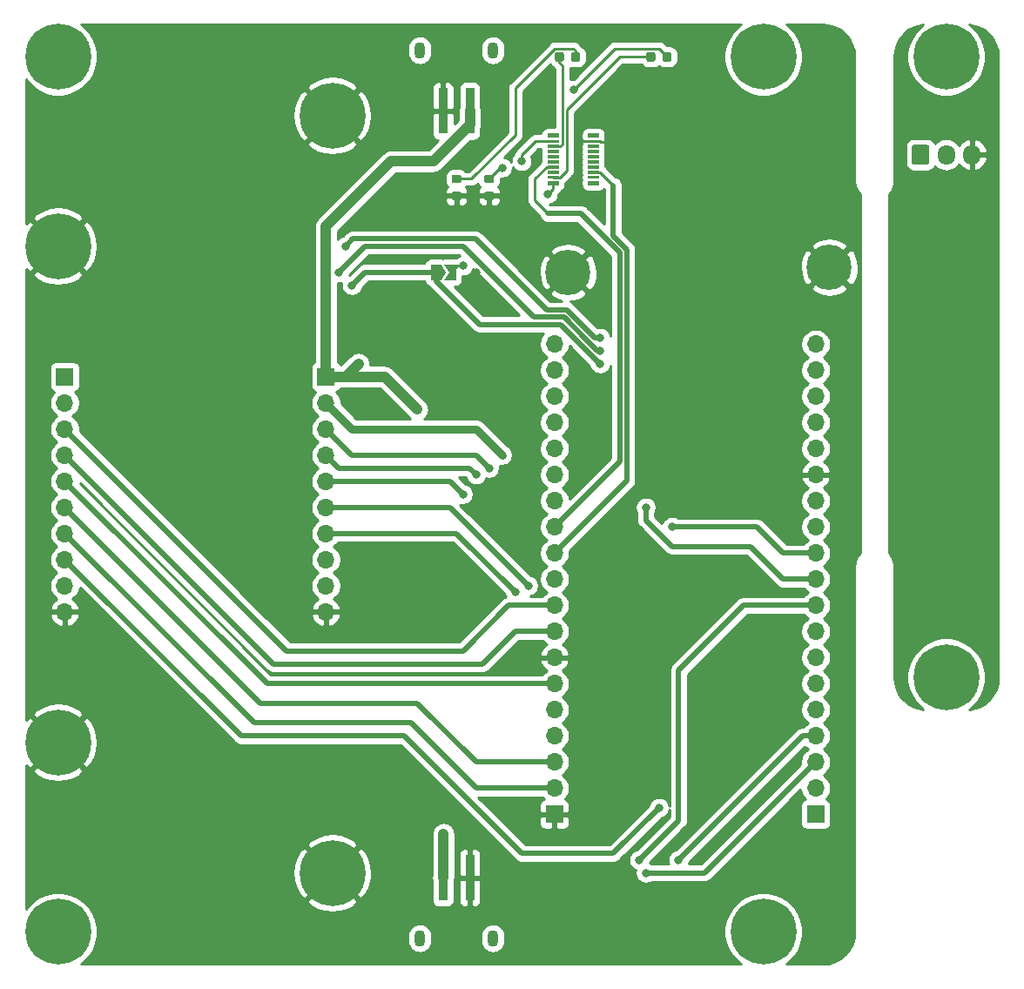
<source format=gbr>
G04 #@! TF.GenerationSoftware,KiCad,Pcbnew,(5.1.5)-3*
G04 #@! TF.CreationDate,2021-11-03T13:02:22+09:00*
G04 #@! TF.ProjectId,control_boad_2021-2,636f6e74-726f-46c5-9f62-6f61645f3230,rev?*
G04 #@! TF.SameCoordinates,Original*
G04 #@! TF.FileFunction,Copper,L1,Top*
G04 #@! TF.FilePolarity,Positive*
%FSLAX46Y46*%
G04 Gerber Fmt 4.6, Leading zero omitted, Abs format (unit mm)*
G04 Created by KiCad (PCBNEW (5.1.5)-3) date 2021-11-03 13:02:22*
%MOMM*%
%LPD*%
G04 APERTURE LIST*
%ADD10O,1.700000X1.950000*%
%ADD11C,0.100000*%
%ADD12C,6.400000*%
%ADD13O,1.100000X1.600000*%
%ADD14R,0.900000X4.500000*%
%ADD15C,0.800000*%
%ADD16C,4.400000*%
%ADD17R,1.700000X1.700000*%
%ADD18O,1.700000X1.700000*%
%ADD19C,0.250000*%
%ADD20C,0.500000*%
%ADD21C,0.750000*%
%ADD22C,1.000000*%
%ADD23C,0.254000*%
G04 APERTURE END LIST*
D10*
X158075000Y-67310000D03*
X155575000Y-67310000D03*
G04 #@! TA.AperFunction,ComponentPad*
D11*
G36*
X153699504Y-66336204D02*
G01*
X153723773Y-66339804D01*
X153747571Y-66345765D01*
X153770671Y-66354030D01*
X153792849Y-66364520D01*
X153813893Y-66377133D01*
X153833598Y-66391747D01*
X153851777Y-66408223D01*
X153868253Y-66426402D01*
X153882867Y-66446107D01*
X153895480Y-66467151D01*
X153905970Y-66489329D01*
X153914235Y-66512429D01*
X153920196Y-66536227D01*
X153923796Y-66560496D01*
X153925000Y-66585000D01*
X153925000Y-68035000D01*
X153923796Y-68059504D01*
X153920196Y-68083773D01*
X153914235Y-68107571D01*
X153905970Y-68130671D01*
X153895480Y-68152849D01*
X153882867Y-68173893D01*
X153868253Y-68193598D01*
X153851777Y-68211777D01*
X153833598Y-68228253D01*
X153813893Y-68242867D01*
X153792849Y-68255480D01*
X153770671Y-68265970D01*
X153747571Y-68274235D01*
X153723773Y-68280196D01*
X153699504Y-68283796D01*
X153675000Y-68285000D01*
X152475000Y-68285000D01*
X152450496Y-68283796D01*
X152426227Y-68280196D01*
X152402429Y-68274235D01*
X152379329Y-68265970D01*
X152357151Y-68255480D01*
X152336107Y-68242867D01*
X152316402Y-68228253D01*
X152298223Y-68211777D01*
X152281747Y-68193598D01*
X152267133Y-68173893D01*
X152254520Y-68152849D01*
X152244030Y-68130671D01*
X152235765Y-68107571D01*
X152229804Y-68083773D01*
X152226204Y-68059504D01*
X152225000Y-68035000D01*
X152225000Y-66585000D01*
X152226204Y-66560496D01*
X152229804Y-66536227D01*
X152235765Y-66512429D01*
X152244030Y-66489329D01*
X152254520Y-66467151D01*
X152267133Y-66446107D01*
X152281747Y-66426402D01*
X152298223Y-66408223D01*
X152316402Y-66391747D01*
X152336107Y-66377133D01*
X152357151Y-66364520D01*
X152379329Y-66354030D01*
X152402429Y-66345765D01*
X152426227Y-66339804D01*
X152450496Y-66336204D01*
X152475000Y-66335000D01*
X153675000Y-66335000D01*
X153699504Y-66336204D01*
G37*
G04 #@! TD.AperFunction*
D12*
X155575000Y-118110000D03*
X155575000Y-57785000D03*
D13*
X111500000Y-57150000D03*
X104400000Y-57150000D03*
D14*
X109250000Y-63050000D03*
X106650000Y-63050000D03*
D12*
X95885000Y-137160000D03*
X95885000Y-63500000D03*
X69215000Y-124460000D03*
X69215000Y-76200000D03*
D15*
X139492056Y-56087944D03*
X137795000Y-55385000D03*
X136097944Y-56087944D03*
X135395000Y-57785000D03*
X136097944Y-59482056D03*
X137795000Y-60185000D03*
X139492056Y-59482056D03*
X140195000Y-57785000D03*
D12*
X137795000Y-57785000D03*
D15*
X139492056Y-141177944D03*
X137795000Y-140475000D03*
X136097944Y-141177944D03*
X135395000Y-142875000D03*
X136097944Y-144572056D03*
X137795000Y-145275000D03*
X139492056Y-144572056D03*
X140195000Y-142875000D03*
D12*
X137795000Y-142875000D03*
D15*
X70912056Y-141177944D03*
X69215000Y-140475000D03*
X67517944Y-141177944D03*
X66815000Y-142875000D03*
X67517944Y-144572056D03*
X69215000Y-145275000D03*
X70912056Y-144572056D03*
X71615000Y-142875000D03*
D12*
X69215000Y-142875000D03*
D15*
X70912056Y-56087944D03*
X69215000Y-55385000D03*
X67517944Y-56087944D03*
X66815000Y-57785000D03*
X67517944Y-59482056D03*
X69215000Y-60185000D03*
X70912056Y-59482056D03*
X71615000Y-57785000D03*
D12*
X69215000Y-57785000D03*
G04 #@! TA.AperFunction,SMDPad,CuDef*
D11*
G36*
X111419603Y-70910963D02*
G01*
X111439018Y-70913843D01*
X111458057Y-70918612D01*
X111476537Y-70925224D01*
X111494279Y-70933616D01*
X111511114Y-70943706D01*
X111526879Y-70955398D01*
X111541421Y-70968579D01*
X111554602Y-70983121D01*
X111566294Y-70998886D01*
X111576384Y-71015721D01*
X111584776Y-71033463D01*
X111591388Y-71051943D01*
X111596157Y-71070982D01*
X111599037Y-71090397D01*
X111600000Y-71110000D01*
X111600000Y-71510000D01*
X111599037Y-71529603D01*
X111596157Y-71549018D01*
X111591388Y-71568057D01*
X111584776Y-71586537D01*
X111576384Y-71604279D01*
X111566294Y-71621114D01*
X111554602Y-71636879D01*
X111541421Y-71651421D01*
X111526879Y-71664602D01*
X111511114Y-71676294D01*
X111494279Y-71686384D01*
X111476537Y-71694776D01*
X111458057Y-71701388D01*
X111439018Y-71706157D01*
X111419603Y-71709037D01*
X111400000Y-71710000D01*
X110850000Y-71710000D01*
X110830397Y-71709037D01*
X110810982Y-71706157D01*
X110791943Y-71701388D01*
X110773463Y-71694776D01*
X110755721Y-71686384D01*
X110738886Y-71676294D01*
X110723121Y-71664602D01*
X110708579Y-71651421D01*
X110695398Y-71636879D01*
X110683706Y-71621114D01*
X110673616Y-71604279D01*
X110665224Y-71586537D01*
X110658612Y-71568057D01*
X110653843Y-71549018D01*
X110650963Y-71529603D01*
X110650000Y-71510000D01*
X110650000Y-71110000D01*
X110650963Y-71090397D01*
X110653843Y-71070982D01*
X110658612Y-71051943D01*
X110665224Y-71033463D01*
X110673616Y-71015721D01*
X110683706Y-70998886D01*
X110695398Y-70983121D01*
X110708579Y-70968579D01*
X110723121Y-70955398D01*
X110738886Y-70943706D01*
X110755721Y-70933616D01*
X110773463Y-70925224D01*
X110791943Y-70918612D01*
X110810982Y-70913843D01*
X110830397Y-70910963D01*
X110850000Y-70910000D01*
X111400000Y-70910000D01*
X111419603Y-70910963D01*
G37*
G04 #@! TD.AperFunction*
G04 #@! TA.AperFunction,SMDPad,CuDef*
G36*
X111419603Y-69260963D02*
G01*
X111439018Y-69263843D01*
X111458057Y-69268612D01*
X111476537Y-69275224D01*
X111494279Y-69283616D01*
X111511114Y-69293706D01*
X111526879Y-69305398D01*
X111541421Y-69318579D01*
X111554602Y-69333121D01*
X111566294Y-69348886D01*
X111576384Y-69365721D01*
X111584776Y-69383463D01*
X111591388Y-69401943D01*
X111596157Y-69420982D01*
X111599037Y-69440397D01*
X111600000Y-69460000D01*
X111600000Y-69860000D01*
X111599037Y-69879603D01*
X111596157Y-69899018D01*
X111591388Y-69918057D01*
X111584776Y-69936537D01*
X111576384Y-69954279D01*
X111566294Y-69971114D01*
X111554602Y-69986879D01*
X111541421Y-70001421D01*
X111526879Y-70014602D01*
X111511114Y-70026294D01*
X111494279Y-70036384D01*
X111476537Y-70044776D01*
X111458057Y-70051388D01*
X111439018Y-70056157D01*
X111419603Y-70059037D01*
X111400000Y-70060000D01*
X110850000Y-70060000D01*
X110830397Y-70059037D01*
X110810982Y-70056157D01*
X110791943Y-70051388D01*
X110773463Y-70044776D01*
X110755721Y-70036384D01*
X110738886Y-70026294D01*
X110723121Y-70014602D01*
X110708579Y-70001421D01*
X110695398Y-69986879D01*
X110683706Y-69971114D01*
X110673616Y-69954279D01*
X110665224Y-69936537D01*
X110658612Y-69918057D01*
X110653843Y-69899018D01*
X110650963Y-69879603D01*
X110650000Y-69860000D01*
X110650000Y-69460000D01*
X110650963Y-69440397D01*
X110653843Y-69420982D01*
X110658612Y-69401943D01*
X110665224Y-69383463D01*
X110673616Y-69365721D01*
X110683706Y-69348886D01*
X110695398Y-69333121D01*
X110708579Y-69318579D01*
X110723121Y-69305398D01*
X110738886Y-69293706D01*
X110755721Y-69283616D01*
X110773463Y-69275224D01*
X110791943Y-69268612D01*
X110810982Y-69263843D01*
X110830397Y-69260963D01*
X110850000Y-69260000D01*
X111400000Y-69260000D01*
X111419603Y-69260963D01*
G37*
G04 #@! TD.AperFunction*
G04 #@! TA.AperFunction,SMDPad,CuDef*
G36*
X108244603Y-70910963D02*
G01*
X108264018Y-70913843D01*
X108283057Y-70918612D01*
X108301537Y-70925224D01*
X108319279Y-70933616D01*
X108336114Y-70943706D01*
X108351879Y-70955398D01*
X108366421Y-70968579D01*
X108379602Y-70983121D01*
X108391294Y-70998886D01*
X108401384Y-71015721D01*
X108409776Y-71033463D01*
X108416388Y-71051943D01*
X108421157Y-71070982D01*
X108424037Y-71090397D01*
X108425000Y-71110000D01*
X108425000Y-71510000D01*
X108424037Y-71529603D01*
X108421157Y-71549018D01*
X108416388Y-71568057D01*
X108409776Y-71586537D01*
X108401384Y-71604279D01*
X108391294Y-71621114D01*
X108379602Y-71636879D01*
X108366421Y-71651421D01*
X108351879Y-71664602D01*
X108336114Y-71676294D01*
X108319279Y-71686384D01*
X108301537Y-71694776D01*
X108283057Y-71701388D01*
X108264018Y-71706157D01*
X108244603Y-71709037D01*
X108225000Y-71710000D01*
X107675000Y-71710000D01*
X107655397Y-71709037D01*
X107635982Y-71706157D01*
X107616943Y-71701388D01*
X107598463Y-71694776D01*
X107580721Y-71686384D01*
X107563886Y-71676294D01*
X107548121Y-71664602D01*
X107533579Y-71651421D01*
X107520398Y-71636879D01*
X107508706Y-71621114D01*
X107498616Y-71604279D01*
X107490224Y-71586537D01*
X107483612Y-71568057D01*
X107478843Y-71549018D01*
X107475963Y-71529603D01*
X107475000Y-71510000D01*
X107475000Y-71110000D01*
X107475963Y-71090397D01*
X107478843Y-71070982D01*
X107483612Y-71051943D01*
X107490224Y-71033463D01*
X107498616Y-71015721D01*
X107508706Y-70998886D01*
X107520398Y-70983121D01*
X107533579Y-70968579D01*
X107548121Y-70955398D01*
X107563886Y-70943706D01*
X107580721Y-70933616D01*
X107598463Y-70925224D01*
X107616943Y-70918612D01*
X107635982Y-70913843D01*
X107655397Y-70910963D01*
X107675000Y-70910000D01*
X108225000Y-70910000D01*
X108244603Y-70910963D01*
G37*
G04 #@! TD.AperFunction*
G04 #@! TA.AperFunction,SMDPad,CuDef*
G36*
X108244603Y-69260963D02*
G01*
X108264018Y-69263843D01*
X108283057Y-69268612D01*
X108301537Y-69275224D01*
X108319279Y-69283616D01*
X108336114Y-69293706D01*
X108351879Y-69305398D01*
X108366421Y-69318579D01*
X108379602Y-69333121D01*
X108391294Y-69348886D01*
X108401384Y-69365721D01*
X108409776Y-69383463D01*
X108416388Y-69401943D01*
X108421157Y-69420982D01*
X108424037Y-69440397D01*
X108425000Y-69460000D01*
X108425000Y-69860000D01*
X108424037Y-69879603D01*
X108421157Y-69899018D01*
X108416388Y-69918057D01*
X108409776Y-69936537D01*
X108401384Y-69954279D01*
X108391294Y-69971114D01*
X108379602Y-69986879D01*
X108366421Y-70001421D01*
X108351879Y-70014602D01*
X108336114Y-70026294D01*
X108319279Y-70036384D01*
X108301537Y-70044776D01*
X108283057Y-70051388D01*
X108264018Y-70056157D01*
X108244603Y-70059037D01*
X108225000Y-70060000D01*
X107675000Y-70060000D01*
X107655397Y-70059037D01*
X107635982Y-70056157D01*
X107616943Y-70051388D01*
X107598463Y-70044776D01*
X107580721Y-70036384D01*
X107563886Y-70026294D01*
X107548121Y-70014602D01*
X107533579Y-70001421D01*
X107520398Y-69986879D01*
X107508706Y-69971114D01*
X107498616Y-69954279D01*
X107490224Y-69936537D01*
X107483612Y-69918057D01*
X107478843Y-69899018D01*
X107475963Y-69879603D01*
X107475000Y-69860000D01*
X107475000Y-69460000D01*
X107475963Y-69440397D01*
X107478843Y-69420982D01*
X107483612Y-69401943D01*
X107490224Y-69383463D01*
X107498616Y-69365721D01*
X107508706Y-69348886D01*
X107520398Y-69333121D01*
X107533579Y-69318579D01*
X107548121Y-69305398D01*
X107563886Y-69293706D01*
X107580721Y-69283616D01*
X107598463Y-69275224D01*
X107616943Y-69268612D01*
X107635982Y-69263843D01*
X107655397Y-69260963D01*
X107675000Y-69260000D01*
X108225000Y-69260000D01*
X108244603Y-69260963D01*
G37*
G04 #@! TD.AperFunction*
G04 #@! TA.AperFunction,SMDPad,CuDef*
G36*
X127087691Y-57311053D02*
G01*
X127108926Y-57314203D01*
X127129750Y-57319419D01*
X127149962Y-57326651D01*
X127169368Y-57335830D01*
X127187781Y-57346866D01*
X127205024Y-57359654D01*
X127220930Y-57374070D01*
X127235346Y-57389976D01*
X127248134Y-57407219D01*
X127259170Y-57425632D01*
X127268349Y-57445038D01*
X127275581Y-57465250D01*
X127280797Y-57486074D01*
X127283947Y-57507309D01*
X127285000Y-57528750D01*
X127285000Y-58041250D01*
X127283947Y-58062691D01*
X127280797Y-58083926D01*
X127275581Y-58104750D01*
X127268349Y-58124962D01*
X127259170Y-58144368D01*
X127248134Y-58162781D01*
X127235346Y-58180024D01*
X127220930Y-58195930D01*
X127205024Y-58210346D01*
X127187781Y-58223134D01*
X127169368Y-58234170D01*
X127149962Y-58243349D01*
X127129750Y-58250581D01*
X127108926Y-58255797D01*
X127087691Y-58258947D01*
X127066250Y-58260000D01*
X126628750Y-58260000D01*
X126607309Y-58258947D01*
X126586074Y-58255797D01*
X126565250Y-58250581D01*
X126545038Y-58243349D01*
X126525632Y-58234170D01*
X126507219Y-58223134D01*
X126489976Y-58210346D01*
X126474070Y-58195930D01*
X126459654Y-58180024D01*
X126446866Y-58162781D01*
X126435830Y-58144368D01*
X126426651Y-58124962D01*
X126419419Y-58104750D01*
X126414203Y-58083926D01*
X126411053Y-58062691D01*
X126410000Y-58041250D01*
X126410000Y-57528750D01*
X126411053Y-57507309D01*
X126414203Y-57486074D01*
X126419419Y-57465250D01*
X126426651Y-57445038D01*
X126435830Y-57425632D01*
X126446866Y-57407219D01*
X126459654Y-57389976D01*
X126474070Y-57374070D01*
X126489976Y-57359654D01*
X126507219Y-57346866D01*
X126525632Y-57335830D01*
X126545038Y-57326651D01*
X126565250Y-57319419D01*
X126586074Y-57314203D01*
X126607309Y-57311053D01*
X126628750Y-57310000D01*
X127066250Y-57310000D01*
X127087691Y-57311053D01*
G37*
G04 #@! TD.AperFunction*
G04 #@! TA.AperFunction,SMDPad,CuDef*
G36*
X128662691Y-57311053D02*
G01*
X128683926Y-57314203D01*
X128704750Y-57319419D01*
X128724962Y-57326651D01*
X128744368Y-57335830D01*
X128762781Y-57346866D01*
X128780024Y-57359654D01*
X128795930Y-57374070D01*
X128810346Y-57389976D01*
X128823134Y-57407219D01*
X128834170Y-57425632D01*
X128843349Y-57445038D01*
X128850581Y-57465250D01*
X128855797Y-57486074D01*
X128858947Y-57507309D01*
X128860000Y-57528750D01*
X128860000Y-58041250D01*
X128858947Y-58062691D01*
X128855797Y-58083926D01*
X128850581Y-58104750D01*
X128843349Y-58124962D01*
X128834170Y-58144368D01*
X128823134Y-58162781D01*
X128810346Y-58180024D01*
X128795930Y-58195930D01*
X128780024Y-58210346D01*
X128762781Y-58223134D01*
X128744368Y-58234170D01*
X128724962Y-58243349D01*
X128704750Y-58250581D01*
X128683926Y-58255797D01*
X128662691Y-58258947D01*
X128641250Y-58260000D01*
X128203750Y-58260000D01*
X128182309Y-58258947D01*
X128161074Y-58255797D01*
X128140250Y-58250581D01*
X128120038Y-58243349D01*
X128100632Y-58234170D01*
X128082219Y-58223134D01*
X128064976Y-58210346D01*
X128049070Y-58195930D01*
X128034654Y-58180024D01*
X128021866Y-58162781D01*
X128010830Y-58144368D01*
X128001651Y-58124962D01*
X127994419Y-58104750D01*
X127989203Y-58083926D01*
X127986053Y-58062691D01*
X127985000Y-58041250D01*
X127985000Y-57528750D01*
X127986053Y-57507309D01*
X127989203Y-57486074D01*
X127994419Y-57465250D01*
X128001651Y-57445038D01*
X128010830Y-57425632D01*
X128021866Y-57407219D01*
X128034654Y-57389976D01*
X128049070Y-57374070D01*
X128064976Y-57359654D01*
X128082219Y-57346866D01*
X128100632Y-57335830D01*
X128120038Y-57326651D01*
X128140250Y-57319419D01*
X128161074Y-57314203D01*
X128182309Y-57311053D01*
X128203750Y-57310000D01*
X128641250Y-57310000D01*
X128662691Y-57311053D01*
G37*
G04 #@! TD.AperFunction*
G04 #@! TA.AperFunction,SMDPad,CuDef*
G36*
X118197691Y-57311053D02*
G01*
X118218926Y-57314203D01*
X118239750Y-57319419D01*
X118259962Y-57326651D01*
X118279368Y-57335830D01*
X118297781Y-57346866D01*
X118315024Y-57359654D01*
X118330930Y-57374070D01*
X118345346Y-57389976D01*
X118358134Y-57407219D01*
X118369170Y-57425632D01*
X118378349Y-57445038D01*
X118385581Y-57465250D01*
X118390797Y-57486074D01*
X118393947Y-57507309D01*
X118395000Y-57528750D01*
X118395000Y-58041250D01*
X118393947Y-58062691D01*
X118390797Y-58083926D01*
X118385581Y-58104750D01*
X118378349Y-58124962D01*
X118369170Y-58144368D01*
X118358134Y-58162781D01*
X118345346Y-58180024D01*
X118330930Y-58195930D01*
X118315024Y-58210346D01*
X118297781Y-58223134D01*
X118279368Y-58234170D01*
X118259962Y-58243349D01*
X118239750Y-58250581D01*
X118218926Y-58255797D01*
X118197691Y-58258947D01*
X118176250Y-58260000D01*
X117738750Y-58260000D01*
X117717309Y-58258947D01*
X117696074Y-58255797D01*
X117675250Y-58250581D01*
X117655038Y-58243349D01*
X117635632Y-58234170D01*
X117617219Y-58223134D01*
X117599976Y-58210346D01*
X117584070Y-58195930D01*
X117569654Y-58180024D01*
X117556866Y-58162781D01*
X117545830Y-58144368D01*
X117536651Y-58124962D01*
X117529419Y-58104750D01*
X117524203Y-58083926D01*
X117521053Y-58062691D01*
X117520000Y-58041250D01*
X117520000Y-57528750D01*
X117521053Y-57507309D01*
X117524203Y-57486074D01*
X117529419Y-57465250D01*
X117536651Y-57445038D01*
X117545830Y-57425632D01*
X117556866Y-57407219D01*
X117569654Y-57389976D01*
X117584070Y-57374070D01*
X117599976Y-57359654D01*
X117617219Y-57346866D01*
X117635632Y-57335830D01*
X117655038Y-57326651D01*
X117675250Y-57319419D01*
X117696074Y-57314203D01*
X117717309Y-57311053D01*
X117738750Y-57310000D01*
X118176250Y-57310000D01*
X118197691Y-57311053D01*
G37*
G04 #@! TD.AperFunction*
G04 #@! TA.AperFunction,SMDPad,CuDef*
G36*
X119772691Y-57311053D02*
G01*
X119793926Y-57314203D01*
X119814750Y-57319419D01*
X119834962Y-57326651D01*
X119854368Y-57335830D01*
X119872781Y-57346866D01*
X119890024Y-57359654D01*
X119905930Y-57374070D01*
X119920346Y-57389976D01*
X119933134Y-57407219D01*
X119944170Y-57425632D01*
X119953349Y-57445038D01*
X119960581Y-57465250D01*
X119965797Y-57486074D01*
X119968947Y-57507309D01*
X119970000Y-57528750D01*
X119970000Y-58041250D01*
X119968947Y-58062691D01*
X119965797Y-58083926D01*
X119960581Y-58104750D01*
X119953349Y-58124962D01*
X119944170Y-58144368D01*
X119933134Y-58162781D01*
X119920346Y-58180024D01*
X119905930Y-58195930D01*
X119890024Y-58210346D01*
X119872781Y-58223134D01*
X119854368Y-58234170D01*
X119834962Y-58243349D01*
X119814750Y-58250581D01*
X119793926Y-58255797D01*
X119772691Y-58258947D01*
X119751250Y-58260000D01*
X119313750Y-58260000D01*
X119292309Y-58258947D01*
X119271074Y-58255797D01*
X119250250Y-58250581D01*
X119230038Y-58243349D01*
X119210632Y-58234170D01*
X119192219Y-58223134D01*
X119174976Y-58210346D01*
X119159070Y-58195930D01*
X119144654Y-58180024D01*
X119131866Y-58162781D01*
X119120830Y-58144368D01*
X119111651Y-58124962D01*
X119104419Y-58104750D01*
X119099203Y-58083926D01*
X119096053Y-58062691D01*
X119095000Y-58041250D01*
X119095000Y-57528750D01*
X119096053Y-57507309D01*
X119099203Y-57486074D01*
X119104419Y-57465250D01*
X119111651Y-57445038D01*
X119120830Y-57425632D01*
X119131866Y-57407219D01*
X119144654Y-57389976D01*
X119159070Y-57374070D01*
X119174976Y-57359654D01*
X119192219Y-57346866D01*
X119210632Y-57335830D01*
X119230038Y-57326651D01*
X119250250Y-57319419D01*
X119271074Y-57314203D01*
X119292309Y-57311053D01*
X119313750Y-57310000D01*
X119751250Y-57310000D01*
X119772691Y-57311053D01*
G37*
G04 #@! TD.AperFunction*
D16*
X144210000Y-78255000D03*
X118810000Y-78755000D03*
G04 #@! TA.AperFunction,SMDPad,CuDef*
D11*
G36*
X117900980Y-69855048D02*
G01*
X117901951Y-69855192D01*
X117902903Y-69855431D01*
X117903827Y-69855761D01*
X117904714Y-69856181D01*
X117905556Y-69856685D01*
X117906344Y-69857270D01*
X117907071Y-69857929D01*
X117907730Y-69858656D01*
X117908315Y-69859444D01*
X117908819Y-69860286D01*
X117909239Y-69861173D01*
X117909569Y-69862097D01*
X117909808Y-69863049D01*
X117909952Y-69864020D01*
X117910000Y-69865000D01*
X117910000Y-70245000D01*
X117909952Y-70245980D01*
X117909808Y-70246951D01*
X117909569Y-70247903D01*
X117909239Y-70248827D01*
X117908819Y-70249714D01*
X117908315Y-70250556D01*
X117907730Y-70251344D01*
X117907071Y-70252071D01*
X117906344Y-70252730D01*
X117905556Y-70253315D01*
X117904714Y-70253819D01*
X117903827Y-70254239D01*
X117902903Y-70254569D01*
X117901951Y-70254808D01*
X117900980Y-70254952D01*
X117900000Y-70255000D01*
X116820000Y-70255000D01*
X116819020Y-70254952D01*
X116818049Y-70254808D01*
X116817097Y-70254569D01*
X116816173Y-70254239D01*
X116815286Y-70253819D01*
X116814444Y-70253315D01*
X116813656Y-70252730D01*
X116812929Y-70252071D01*
X116812270Y-70251344D01*
X116811685Y-70250556D01*
X116811181Y-70249714D01*
X116810761Y-70248827D01*
X116810431Y-70247903D01*
X116810192Y-70246951D01*
X116810048Y-70245980D01*
X116810000Y-70245000D01*
X116810000Y-69865000D01*
X116810048Y-69864020D01*
X116810192Y-69863049D01*
X116810431Y-69862097D01*
X116810761Y-69861173D01*
X116811181Y-69860286D01*
X116811685Y-69859444D01*
X116812270Y-69858656D01*
X116812929Y-69857929D01*
X116813656Y-69857270D01*
X116814444Y-69856685D01*
X116815286Y-69856181D01*
X116816173Y-69855761D01*
X116817097Y-69855431D01*
X116818049Y-69855192D01*
X116819020Y-69855048D01*
X116820000Y-69855000D01*
X117900000Y-69855000D01*
X117900980Y-69855048D01*
G37*
G04 #@! TD.AperFunction*
G04 #@! TA.AperFunction,SMDPad,CuDef*
G36*
X117903235Y-69355036D02*
G01*
X117903963Y-69355144D01*
X117904677Y-69355323D01*
X117905370Y-69355571D01*
X117906035Y-69355886D01*
X117906667Y-69356264D01*
X117907258Y-69356702D01*
X117907803Y-69357197D01*
X117908298Y-69357742D01*
X117908736Y-69358333D01*
X117909114Y-69358965D01*
X117909429Y-69359630D01*
X117909677Y-69360323D01*
X117909856Y-69361037D01*
X117909964Y-69361765D01*
X117910000Y-69362500D01*
X117910000Y-69647500D01*
X117909964Y-69648235D01*
X117909856Y-69648963D01*
X117909677Y-69649677D01*
X117909429Y-69650370D01*
X117909114Y-69651035D01*
X117908736Y-69651667D01*
X117908298Y-69652258D01*
X117907803Y-69652803D01*
X117907258Y-69653298D01*
X117906667Y-69653736D01*
X117906035Y-69654114D01*
X117905370Y-69654429D01*
X117904677Y-69654677D01*
X117903963Y-69654856D01*
X117903235Y-69654964D01*
X117902500Y-69655000D01*
X116817500Y-69655000D01*
X116816765Y-69654964D01*
X116816037Y-69654856D01*
X116815323Y-69654677D01*
X116814630Y-69654429D01*
X116813965Y-69654114D01*
X116813333Y-69653736D01*
X116812742Y-69653298D01*
X116812197Y-69652803D01*
X116811702Y-69652258D01*
X116811264Y-69651667D01*
X116810886Y-69651035D01*
X116810571Y-69650370D01*
X116810323Y-69649677D01*
X116810144Y-69648963D01*
X116810036Y-69648235D01*
X116810000Y-69647500D01*
X116810000Y-69362500D01*
X116810036Y-69361765D01*
X116810144Y-69361037D01*
X116810323Y-69360323D01*
X116810571Y-69359630D01*
X116810886Y-69358965D01*
X116811264Y-69358333D01*
X116811702Y-69357742D01*
X116812197Y-69357197D01*
X116812742Y-69356702D01*
X116813333Y-69356264D01*
X116813965Y-69355886D01*
X116814630Y-69355571D01*
X116815323Y-69355323D01*
X116816037Y-69355144D01*
X116816765Y-69355036D01*
X116817500Y-69355000D01*
X117902500Y-69355000D01*
X117903235Y-69355036D01*
G37*
G04 #@! TD.AperFunction*
G04 #@! TA.AperFunction,SMDPad,CuDef*
G36*
X117903235Y-68855036D02*
G01*
X117903963Y-68855144D01*
X117904677Y-68855323D01*
X117905370Y-68855571D01*
X117906035Y-68855886D01*
X117906667Y-68856264D01*
X117907258Y-68856702D01*
X117907803Y-68857197D01*
X117908298Y-68857742D01*
X117908736Y-68858333D01*
X117909114Y-68858965D01*
X117909429Y-68859630D01*
X117909677Y-68860323D01*
X117909856Y-68861037D01*
X117909964Y-68861765D01*
X117910000Y-68862500D01*
X117910000Y-69147500D01*
X117909964Y-69148235D01*
X117909856Y-69148963D01*
X117909677Y-69149677D01*
X117909429Y-69150370D01*
X117909114Y-69151035D01*
X117908736Y-69151667D01*
X117908298Y-69152258D01*
X117907803Y-69152803D01*
X117907258Y-69153298D01*
X117906667Y-69153736D01*
X117906035Y-69154114D01*
X117905370Y-69154429D01*
X117904677Y-69154677D01*
X117903963Y-69154856D01*
X117903235Y-69154964D01*
X117902500Y-69155000D01*
X116817500Y-69155000D01*
X116816765Y-69154964D01*
X116816037Y-69154856D01*
X116815323Y-69154677D01*
X116814630Y-69154429D01*
X116813965Y-69154114D01*
X116813333Y-69153736D01*
X116812742Y-69153298D01*
X116812197Y-69152803D01*
X116811702Y-69152258D01*
X116811264Y-69151667D01*
X116810886Y-69151035D01*
X116810571Y-69150370D01*
X116810323Y-69149677D01*
X116810144Y-69148963D01*
X116810036Y-69148235D01*
X116810000Y-69147500D01*
X116810000Y-68862500D01*
X116810036Y-68861765D01*
X116810144Y-68861037D01*
X116810323Y-68860323D01*
X116810571Y-68859630D01*
X116810886Y-68858965D01*
X116811264Y-68858333D01*
X116811702Y-68857742D01*
X116812197Y-68857197D01*
X116812742Y-68856702D01*
X116813333Y-68856264D01*
X116813965Y-68855886D01*
X116814630Y-68855571D01*
X116815323Y-68855323D01*
X116816037Y-68855144D01*
X116816765Y-68855036D01*
X116817500Y-68855000D01*
X117902500Y-68855000D01*
X117903235Y-68855036D01*
G37*
G04 #@! TD.AperFunction*
G04 #@! TA.AperFunction,SMDPad,CuDef*
G36*
X117903235Y-68355036D02*
G01*
X117903963Y-68355144D01*
X117904677Y-68355323D01*
X117905370Y-68355571D01*
X117906035Y-68355886D01*
X117906667Y-68356264D01*
X117907258Y-68356702D01*
X117907803Y-68357197D01*
X117908298Y-68357742D01*
X117908736Y-68358333D01*
X117909114Y-68358965D01*
X117909429Y-68359630D01*
X117909677Y-68360323D01*
X117909856Y-68361037D01*
X117909964Y-68361765D01*
X117910000Y-68362500D01*
X117910000Y-68647500D01*
X117909964Y-68648235D01*
X117909856Y-68648963D01*
X117909677Y-68649677D01*
X117909429Y-68650370D01*
X117909114Y-68651035D01*
X117908736Y-68651667D01*
X117908298Y-68652258D01*
X117907803Y-68652803D01*
X117907258Y-68653298D01*
X117906667Y-68653736D01*
X117906035Y-68654114D01*
X117905370Y-68654429D01*
X117904677Y-68654677D01*
X117903963Y-68654856D01*
X117903235Y-68654964D01*
X117902500Y-68655000D01*
X116817500Y-68655000D01*
X116816765Y-68654964D01*
X116816037Y-68654856D01*
X116815323Y-68654677D01*
X116814630Y-68654429D01*
X116813965Y-68654114D01*
X116813333Y-68653736D01*
X116812742Y-68653298D01*
X116812197Y-68652803D01*
X116811702Y-68652258D01*
X116811264Y-68651667D01*
X116810886Y-68651035D01*
X116810571Y-68650370D01*
X116810323Y-68649677D01*
X116810144Y-68648963D01*
X116810036Y-68648235D01*
X116810000Y-68647500D01*
X116810000Y-68362500D01*
X116810036Y-68361765D01*
X116810144Y-68361037D01*
X116810323Y-68360323D01*
X116810571Y-68359630D01*
X116810886Y-68358965D01*
X116811264Y-68358333D01*
X116811702Y-68357742D01*
X116812197Y-68357197D01*
X116812742Y-68356702D01*
X116813333Y-68356264D01*
X116813965Y-68355886D01*
X116814630Y-68355571D01*
X116815323Y-68355323D01*
X116816037Y-68355144D01*
X116816765Y-68355036D01*
X116817500Y-68355000D01*
X117902500Y-68355000D01*
X117903235Y-68355036D01*
G37*
G04 #@! TD.AperFunction*
G04 #@! TA.AperFunction,SMDPad,CuDef*
G36*
X117903235Y-67855036D02*
G01*
X117903963Y-67855144D01*
X117904677Y-67855323D01*
X117905370Y-67855571D01*
X117906035Y-67855886D01*
X117906667Y-67856264D01*
X117907258Y-67856702D01*
X117907803Y-67857197D01*
X117908298Y-67857742D01*
X117908736Y-67858333D01*
X117909114Y-67858965D01*
X117909429Y-67859630D01*
X117909677Y-67860323D01*
X117909856Y-67861037D01*
X117909964Y-67861765D01*
X117910000Y-67862500D01*
X117910000Y-68147500D01*
X117909964Y-68148235D01*
X117909856Y-68148963D01*
X117909677Y-68149677D01*
X117909429Y-68150370D01*
X117909114Y-68151035D01*
X117908736Y-68151667D01*
X117908298Y-68152258D01*
X117907803Y-68152803D01*
X117907258Y-68153298D01*
X117906667Y-68153736D01*
X117906035Y-68154114D01*
X117905370Y-68154429D01*
X117904677Y-68154677D01*
X117903963Y-68154856D01*
X117903235Y-68154964D01*
X117902500Y-68155000D01*
X116817500Y-68155000D01*
X116816765Y-68154964D01*
X116816037Y-68154856D01*
X116815323Y-68154677D01*
X116814630Y-68154429D01*
X116813965Y-68154114D01*
X116813333Y-68153736D01*
X116812742Y-68153298D01*
X116812197Y-68152803D01*
X116811702Y-68152258D01*
X116811264Y-68151667D01*
X116810886Y-68151035D01*
X116810571Y-68150370D01*
X116810323Y-68149677D01*
X116810144Y-68148963D01*
X116810036Y-68148235D01*
X116810000Y-68147500D01*
X116810000Y-67862500D01*
X116810036Y-67861765D01*
X116810144Y-67861037D01*
X116810323Y-67860323D01*
X116810571Y-67859630D01*
X116810886Y-67858965D01*
X116811264Y-67858333D01*
X116811702Y-67857742D01*
X116812197Y-67857197D01*
X116812742Y-67856702D01*
X116813333Y-67856264D01*
X116813965Y-67855886D01*
X116814630Y-67855571D01*
X116815323Y-67855323D01*
X116816037Y-67855144D01*
X116816765Y-67855036D01*
X116817500Y-67855000D01*
X117902500Y-67855000D01*
X117903235Y-67855036D01*
G37*
G04 #@! TD.AperFunction*
G04 #@! TA.AperFunction,SMDPad,CuDef*
G36*
X117903235Y-65855036D02*
G01*
X117903963Y-65855144D01*
X117904677Y-65855323D01*
X117905370Y-65855571D01*
X117906035Y-65855886D01*
X117906667Y-65856264D01*
X117907258Y-65856702D01*
X117907803Y-65857197D01*
X117908298Y-65857742D01*
X117908736Y-65858333D01*
X117909114Y-65858965D01*
X117909429Y-65859630D01*
X117909677Y-65860323D01*
X117909856Y-65861037D01*
X117909964Y-65861765D01*
X117910000Y-65862500D01*
X117910000Y-66147500D01*
X117909964Y-66148235D01*
X117909856Y-66148963D01*
X117909677Y-66149677D01*
X117909429Y-66150370D01*
X117909114Y-66151035D01*
X117908736Y-66151667D01*
X117908298Y-66152258D01*
X117907803Y-66152803D01*
X117907258Y-66153298D01*
X117906667Y-66153736D01*
X117906035Y-66154114D01*
X117905370Y-66154429D01*
X117904677Y-66154677D01*
X117903963Y-66154856D01*
X117903235Y-66154964D01*
X117902500Y-66155000D01*
X116817500Y-66155000D01*
X116816765Y-66154964D01*
X116816037Y-66154856D01*
X116815323Y-66154677D01*
X116814630Y-66154429D01*
X116813965Y-66154114D01*
X116813333Y-66153736D01*
X116812742Y-66153298D01*
X116812197Y-66152803D01*
X116811702Y-66152258D01*
X116811264Y-66151667D01*
X116810886Y-66151035D01*
X116810571Y-66150370D01*
X116810323Y-66149677D01*
X116810144Y-66148963D01*
X116810036Y-66148235D01*
X116810000Y-66147500D01*
X116810000Y-65862500D01*
X116810036Y-65861765D01*
X116810144Y-65861037D01*
X116810323Y-65860323D01*
X116810571Y-65859630D01*
X116810886Y-65858965D01*
X116811264Y-65858333D01*
X116811702Y-65857742D01*
X116812197Y-65857197D01*
X116812742Y-65856702D01*
X116813333Y-65856264D01*
X116813965Y-65855886D01*
X116814630Y-65855571D01*
X116815323Y-65855323D01*
X116816037Y-65855144D01*
X116816765Y-65855036D01*
X116817500Y-65855000D01*
X117902500Y-65855000D01*
X117903235Y-65855036D01*
G37*
G04 #@! TD.AperFunction*
G04 #@! TA.AperFunction,SMDPad,CuDef*
G36*
X117903235Y-66355036D02*
G01*
X117903963Y-66355144D01*
X117904677Y-66355323D01*
X117905370Y-66355571D01*
X117906035Y-66355886D01*
X117906667Y-66356264D01*
X117907258Y-66356702D01*
X117907803Y-66357197D01*
X117908298Y-66357742D01*
X117908736Y-66358333D01*
X117909114Y-66358965D01*
X117909429Y-66359630D01*
X117909677Y-66360323D01*
X117909856Y-66361037D01*
X117909964Y-66361765D01*
X117910000Y-66362500D01*
X117910000Y-66647500D01*
X117909964Y-66648235D01*
X117909856Y-66648963D01*
X117909677Y-66649677D01*
X117909429Y-66650370D01*
X117909114Y-66651035D01*
X117908736Y-66651667D01*
X117908298Y-66652258D01*
X117907803Y-66652803D01*
X117907258Y-66653298D01*
X117906667Y-66653736D01*
X117906035Y-66654114D01*
X117905370Y-66654429D01*
X117904677Y-66654677D01*
X117903963Y-66654856D01*
X117903235Y-66654964D01*
X117902500Y-66655000D01*
X116817500Y-66655000D01*
X116816765Y-66654964D01*
X116816037Y-66654856D01*
X116815323Y-66654677D01*
X116814630Y-66654429D01*
X116813965Y-66654114D01*
X116813333Y-66653736D01*
X116812742Y-66653298D01*
X116812197Y-66652803D01*
X116811702Y-66652258D01*
X116811264Y-66651667D01*
X116810886Y-66651035D01*
X116810571Y-66650370D01*
X116810323Y-66649677D01*
X116810144Y-66648963D01*
X116810036Y-66648235D01*
X116810000Y-66647500D01*
X116810000Y-66362500D01*
X116810036Y-66361765D01*
X116810144Y-66361037D01*
X116810323Y-66360323D01*
X116810571Y-66359630D01*
X116810886Y-66358965D01*
X116811264Y-66358333D01*
X116811702Y-66357742D01*
X116812197Y-66357197D01*
X116812742Y-66356702D01*
X116813333Y-66356264D01*
X116813965Y-66355886D01*
X116814630Y-66355571D01*
X116815323Y-66355323D01*
X116816037Y-66355144D01*
X116816765Y-66355036D01*
X116817500Y-66355000D01*
X117902500Y-66355000D01*
X117903235Y-66355036D01*
G37*
G04 #@! TD.AperFunction*
G04 #@! TA.AperFunction,SMDPad,CuDef*
G36*
X121803235Y-69355036D02*
G01*
X121803963Y-69355144D01*
X121804677Y-69355323D01*
X121805370Y-69355571D01*
X121806035Y-69355886D01*
X121806667Y-69356264D01*
X121807258Y-69356702D01*
X121807803Y-69357197D01*
X121808298Y-69357742D01*
X121808736Y-69358333D01*
X121809114Y-69358965D01*
X121809429Y-69359630D01*
X121809677Y-69360323D01*
X121809856Y-69361037D01*
X121809964Y-69361765D01*
X121810000Y-69362500D01*
X121810000Y-69647500D01*
X121809964Y-69648235D01*
X121809856Y-69648963D01*
X121809677Y-69649677D01*
X121809429Y-69650370D01*
X121809114Y-69651035D01*
X121808736Y-69651667D01*
X121808298Y-69652258D01*
X121807803Y-69652803D01*
X121807258Y-69653298D01*
X121806667Y-69653736D01*
X121806035Y-69654114D01*
X121805370Y-69654429D01*
X121804677Y-69654677D01*
X121803963Y-69654856D01*
X121803235Y-69654964D01*
X121802500Y-69655000D01*
X120717500Y-69655000D01*
X120716765Y-69654964D01*
X120716037Y-69654856D01*
X120715323Y-69654677D01*
X120714630Y-69654429D01*
X120713965Y-69654114D01*
X120713333Y-69653736D01*
X120712742Y-69653298D01*
X120712197Y-69652803D01*
X120711702Y-69652258D01*
X120711264Y-69651667D01*
X120710886Y-69651035D01*
X120710571Y-69650370D01*
X120710323Y-69649677D01*
X120710144Y-69648963D01*
X120710036Y-69648235D01*
X120710000Y-69647500D01*
X120710000Y-69362500D01*
X120710036Y-69361765D01*
X120710144Y-69361037D01*
X120710323Y-69360323D01*
X120710571Y-69359630D01*
X120710886Y-69358965D01*
X120711264Y-69358333D01*
X120711702Y-69357742D01*
X120712197Y-69357197D01*
X120712742Y-69356702D01*
X120713333Y-69356264D01*
X120713965Y-69355886D01*
X120714630Y-69355571D01*
X120715323Y-69355323D01*
X120716037Y-69355144D01*
X120716765Y-69355036D01*
X120717500Y-69355000D01*
X121802500Y-69355000D01*
X121803235Y-69355036D01*
G37*
G04 #@! TD.AperFunction*
G04 #@! TA.AperFunction,SMDPad,CuDef*
G36*
X121803235Y-66355036D02*
G01*
X121803963Y-66355144D01*
X121804677Y-66355323D01*
X121805370Y-66355571D01*
X121806035Y-66355886D01*
X121806667Y-66356264D01*
X121807258Y-66356702D01*
X121807803Y-66357197D01*
X121808298Y-66357742D01*
X121808736Y-66358333D01*
X121809114Y-66358965D01*
X121809429Y-66359630D01*
X121809677Y-66360323D01*
X121809856Y-66361037D01*
X121809964Y-66361765D01*
X121810000Y-66362500D01*
X121810000Y-66647500D01*
X121809964Y-66648235D01*
X121809856Y-66648963D01*
X121809677Y-66649677D01*
X121809429Y-66650370D01*
X121809114Y-66651035D01*
X121808736Y-66651667D01*
X121808298Y-66652258D01*
X121807803Y-66652803D01*
X121807258Y-66653298D01*
X121806667Y-66653736D01*
X121806035Y-66654114D01*
X121805370Y-66654429D01*
X121804677Y-66654677D01*
X121803963Y-66654856D01*
X121803235Y-66654964D01*
X121802500Y-66655000D01*
X120717500Y-66655000D01*
X120716765Y-66654964D01*
X120716037Y-66654856D01*
X120715323Y-66654677D01*
X120714630Y-66654429D01*
X120713965Y-66654114D01*
X120713333Y-66653736D01*
X120712742Y-66653298D01*
X120712197Y-66652803D01*
X120711702Y-66652258D01*
X120711264Y-66651667D01*
X120710886Y-66651035D01*
X120710571Y-66650370D01*
X120710323Y-66649677D01*
X120710144Y-66648963D01*
X120710036Y-66648235D01*
X120710000Y-66647500D01*
X120710000Y-66362500D01*
X120710036Y-66361765D01*
X120710144Y-66361037D01*
X120710323Y-66360323D01*
X120710571Y-66359630D01*
X120710886Y-66358965D01*
X120711264Y-66358333D01*
X120711702Y-66357742D01*
X120712197Y-66357197D01*
X120712742Y-66356702D01*
X120713333Y-66356264D01*
X120713965Y-66355886D01*
X120714630Y-66355571D01*
X120715323Y-66355323D01*
X120716037Y-66355144D01*
X120716765Y-66355036D01*
X120717500Y-66355000D01*
X121802500Y-66355000D01*
X121803235Y-66355036D01*
G37*
G04 #@! TD.AperFunction*
G04 #@! TA.AperFunction,SMDPad,CuDef*
G36*
X121803235Y-67355036D02*
G01*
X121803963Y-67355144D01*
X121804677Y-67355323D01*
X121805370Y-67355571D01*
X121806035Y-67355886D01*
X121806667Y-67356264D01*
X121807258Y-67356702D01*
X121807803Y-67357197D01*
X121808298Y-67357742D01*
X121808736Y-67358333D01*
X121809114Y-67358965D01*
X121809429Y-67359630D01*
X121809677Y-67360323D01*
X121809856Y-67361037D01*
X121809964Y-67361765D01*
X121810000Y-67362500D01*
X121810000Y-67647500D01*
X121809964Y-67648235D01*
X121809856Y-67648963D01*
X121809677Y-67649677D01*
X121809429Y-67650370D01*
X121809114Y-67651035D01*
X121808736Y-67651667D01*
X121808298Y-67652258D01*
X121807803Y-67652803D01*
X121807258Y-67653298D01*
X121806667Y-67653736D01*
X121806035Y-67654114D01*
X121805370Y-67654429D01*
X121804677Y-67654677D01*
X121803963Y-67654856D01*
X121803235Y-67654964D01*
X121802500Y-67655000D01*
X120717500Y-67655000D01*
X120716765Y-67654964D01*
X120716037Y-67654856D01*
X120715323Y-67654677D01*
X120714630Y-67654429D01*
X120713965Y-67654114D01*
X120713333Y-67653736D01*
X120712742Y-67653298D01*
X120712197Y-67652803D01*
X120711702Y-67652258D01*
X120711264Y-67651667D01*
X120710886Y-67651035D01*
X120710571Y-67650370D01*
X120710323Y-67649677D01*
X120710144Y-67648963D01*
X120710036Y-67648235D01*
X120710000Y-67647500D01*
X120710000Y-67362500D01*
X120710036Y-67361765D01*
X120710144Y-67361037D01*
X120710323Y-67360323D01*
X120710571Y-67359630D01*
X120710886Y-67358965D01*
X120711264Y-67358333D01*
X120711702Y-67357742D01*
X120712197Y-67357197D01*
X120712742Y-67356702D01*
X120713333Y-67356264D01*
X120713965Y-67355886D01*
X120714630Y-67355571D01*
X120715323Y-67355323D01*
X120716037Y-67355144D01*
X120716765Y-67355036D01*
X120717500Y-67355000D01*
X121802500Y-67355000D01*
X121803235Y-67355036D01*
G37*
G04 #@! TD.AperFunction*
G04 #@! TA.AperFunction,SMDPad,CuDef*
G36*
X121803235Y-68355036D02*
G01*
X121803963Y-68355144D01*
X121804677Y-68355323D01*
X121805370Y-68355571D01*
X121806035Y-68355886D01*
X121806667Y-68356264D01*
X121807258Y-68356702D01*
X121807803Y-68357197D01*
X121808298Y-68357742D01*
X121808736Y-68358333D01*
X121809114Y-68358965D01*
X121809429Y-68359630D01*
X121809677Y-68360323D01*
X121809856Y-68361037D01*
X121809964Y-68361765D01*
X121810000Y-68362500D01*
X121810000Y-68647500D01*
X121809964Y-68648235D01*
X121809856Y-68648963D01*
X121809677Y-68649677D01*
X121809429Y-68650370D01*
X121809114Y-68651035D01*
X121808736Y-68651667D01*
X121808298Y-68652258D01*
X121807803Y-68652803D01*
X121807258Y-68653298D01*
X121806667Y-68653736D01*
X121806035Y-68654114D01*
X121805370Y-68654429D01*
X121804677Y-68654677D01*
X121803963Y-68654856D01*
X121803235Y-68654964D01*
X121802500Y-68655000D01*
X120717500Y-68655000D01*
X120716765Y-68654964D01*
X120716037Y-68654856D01*
X120715323Y-68654677D01*
X120714630Y-68654429D01*
X120713965Y-68654114D01*
X120713333Y-68653736D01*
X120712742Y-68653298D01*
X120712197Y-68652803D01*
X120711702Y-68652258D01*
X120711264Y-68651667D01*
X120710886Y-68651035D01*
X120710571Y-68650370D01*
X120710323Y-68649677D01*
X120710144Y-68648963D01*
X120710036Y-68648235D01*
X120710000Y-68647500D01*
X120710000Y-68362500D01*
X120710036Y-68361765D01*
X120710144Y-68361037D01*
X120710323Y-68360323D01*
X120710571Y-68359630D01*
X120710886Y-68358965D01*
X120711264Y-68358333D01*
X120711702Y-68357742D01*
X120712197Y-68357197D01*
X120712742Y-68356702D01*
X120713333Y-68356264D01*
X120713965Y-68355886D01*
X120714630Y-68355571D01*
X120715323Y-68355323D01*
X120716037Y-68355144D01*
X120716765Y-68355036D01*
X120717500Y-68355000D01*
X121802500Y-68355000D01*
X121803235Y-68355036D01*
G37*
G04 #@! TD.AperFunction*
G04 #@! TA.AperFunction,SMDPad,CuDef*
G36*
X117903235Y-67355036D02*
G01*
X117903963Y-67355144D01*
X117904677Y-67355323D01*
X117905370Y-67355571D01*
X117906035Y-67355886D01*
X117906667Y-67356264D01*
X117907258Y-67356702D01*
X117907803Y-67357197D01*
X117908298Y-67357742D01*
X117908736Y-67358333D01*
X117909114Y-67358965D01*
X117909429Y-67359630D01*
X117909677Y-67360323D01*
X117909856Y-67361037D01*
X117909964Y-67361765D01*
X117910000Y-67362500D01*
X117910000Y-67647500D01*
X117909964Y-67648235D01*
X117909856Y-67648963D01*
X117909677Y-67649677D01*
X117909429Y-67650370D01*
X117909114Y-67651035D01*
X117908736Y-67651667D01*
X117908298Y-67652258D01*
X117907803Y-67652803D01*
X117907258Y-67653298D01*
X117906667Y-67653736D01*
X117906035Y-67654114D01*
X117905370Y-67654429D01*
X117904677Y-67654677D01*
X117903963Y-67654856D01*
X117903235Y-67654964D01*
X117902500Y-67655000D01*
X116817500Y-67655000D01*
X116816765Y-67654964D01*
X116816037Y-67654856D01*
X116815323Y-67654677D01*
X116814630Y-67654429D01*
X116813965Y-67654114D01*
X116813333Y-67653736D01*
X116812742Y-67653298D01*
X116812197Y-67652803D01*
X116811702Y-67652258D01*
X116811264Y-67651667D01*
X116810886Y-67651035D01*
X116810571Y-67650370D01*
X116810323Y-67649677D01*
X116810144Y-67648963D01*
X116810036Y-67648235D01*
X116810000Y-67647500D01*
X116810000Y-67362500D01*
X116810036Y-67361765D01*
X116810144Y-67361037D01*
X116810323Y-67360323D01*
X116810571Y-67359630D01*
X116810886Y-67358965D01*
X116811264Y-67358333D01*
X116811702Y-67357742D01*
X116812197Y-67357197D01*
X116812742Y-67356702D01*
X116813333Y-67356264D01*
X116813965Y-67355886D01*
X116814630Y-67355571D01*
X116815323Y-67355323D01*
X116816037Y-67355144D01*
X116816765Y-67355036D01*
X116817500Y-67355000D01*
X117902500Y-67355000D01*
X117903235Y-67355036D01*
G37*
G04 #@! TD.AperFunction*
G04 #@! TA.AperFunction,SMDPad,CuDef*
G36*
X117900980Y-65255048D02*
G01*
X117901951Y-65255192D01*
X117902903Y-65255431D01*
X117903827Y-65255761D01*
X117904714Y-65256181D01*
X117905556Y-65256685D01*
X117906344Y-65257270D01*
X117907071Y-65257929D01*
X117907730Y-65258656D01*
X117908315Y-65259444D01*
X117908819Y-65260286D01*
X117909239Y-65261173D01*
X117909569Y-65262097D01*
X117909808Y-65263049D01*
X117909952Y-65264020D01*
X117910000Y-65265000D01*
X117910000Y-65645000D01*
X117909952Y-65645980D01*
X117909808Y-65646951D01*
X117909569Y-65647903D01*
X117909239Y-65648827D01*
X117908819Y-65649714D01*
X117908315Y-65650556D01*
X117907730Y-65651344D01*
X117907071Y-65652071D01*
X117906344Y-65652730D01*
X117905556Y-65653315D01*
X117904714Y-65653819D01*
X117903827Y-65654239D01*
X117902903Y-65654569D01*
X117901951Y-65654808D01*
X117900980Y-65654952D01*
X117900000Y-65655000D01*
X116820000Y-65655000D01*
X116819020Y-65654952D01*
X116818049Y-65654808D01*
X116817097Y-65654569D01*
X116816173Y-65654239D01*
X116815286Y-65653819D01*
X116814444Y-65653315D01*
X116813656Y-65652730D01*
X116812929Y-65652071D01*
X116812270Y-65651344D01*
X116811685Y-65650556D01*
X116811181Y-65649714D01*
X116810761Y-65648827D01*
X116810431Y-65647903D01*
X116810192Y-65646951D01*
X116810048Y-65645980D01*
X116810000Y-65645000D01*
X116810000Y-65265000D01*
X116810048Y-65264020D01*
X116810192Y-65263049D01*
X116810431Y-65262097D01*
X116810761Y-65261173D01*
X116811181Y-65260286D01*
X116811685Y-65259444D01*
X116812270Y-65258656D01*
X116812929Y-65257929D01*
X116813656Y-65257270D01*
X116814444Y-65256685D01*
X116815286Y-65256181D01*
X116816173Y-65255761D01*
X116817097Y-65255431D01*
X116818049Y-65255192D01*
X116819020Y-65255048D01*
X116820000Y-65255000D01*
X117900000Y-65255000D01*
X117900980Y-65255048D01*
G37*
G04 #@! TD.AperFunction*
G04 #@! TA.AperFunction,SMDPad,CuDef*
G36*
X121800980Y-69855048D02*
G01*
X121801951Y-69855192D01*
X121802903Y-69855431D01*
X121803827Y-69855761D01*
X121804714Y-69856181D01*
X121805556Y-69856685D01*
X121806344Y-69857270D01*
X121807071Y-69857929D01*
X121807730Y-69858656D01*
X121808315Y-69859444D01*
X121808819Y-69860286D01*
X121809239Y-69861173D01*
X121809569Y-69862097D01*
X121809808Y-69863049D01*
X121809952Y-69864020D01*
X121810000Y-69865000D01*
X121810000Y-70245000D01*
X121809952Y-70245980D01*
X121809808Y-70246951D01*
X121809569Y-70247903D01*
X121809239Y-70248827D01*
X121808819Y-70249714D01*
X121808315Y-70250556D01*
X121807730Y-70251344D01*
X121807071Y-70252071D01*
X121806344Y-70252730D01*
X121805556Y-70253315D01*
X121804714Y-70253819D01*
X121803827Y-70254239D01*
X121802903Y-70254569D01*
X121801951Y-70254808D01*
X121800980Y-70254952D01*
X121800000Y-70255000D01*
X120720000Y-70255000D01*
X120719020Y-70254952D01*
X120718049Y-70254808D01*
X120717097Y-70254569D01*
X120716173Y-70254239D01*
X120715286Y-70253819D01*
X120714444Y-70253315D01*
X120713656Y-70252730D01*
X120712929Y-70252071D01*
X120712270Y-70251344D01*
X120711685Y-70250556D01*
X120711181Y-70249714D01*
X120710761Y-70248827D01*
X120710431Y-70247903D01*
X120710192Y-70246951D01*
X120710048Y-70245980D01*
X120710000Y-70245000D01*
X120710000Y-69865000D01*
X120710048Y-69864020D01*
X120710192Y-69863049D01*
X120710431Y-69862097D01*
X120710761Y-69861173D01*
X120711181Y-69860286D01*
X120711685Y-69859444D01*
X120712270Y-69858656D01*
X120712929Y-69857929D01*
X120713656Y-69857270D01*
X120714444Y-69856685D01*
X120715286Y-69856181D01*
X120716173Y-69855761D01*
X120717097Y-69855431D01*
X120718049Y-69855192D01*
X120719020Y-69855048D01*
X120720000Y-69855000D01*
X121800000Y-69855000D01*
X121800980Y-69855048D01*
G37*
G04 #@! TD.AperFunction*
G04 #@! TA.AperFunction,SMDPad,CuDef*
G36*
X121803235Y-66855036D02*
G01*
X121803963Y-66855144D01*
X121804677Y-66855323D01*
X121805370Y-66855571D01*
X121806035Y-66855886D01*
X121806667Y-66856264D01*
X121807258Y-66856702D01*
X121807803Y-66857197D01*
X121808298Y-66857742D01*
X121808736Y-66858333D01*
X121809114Y-66858965D01*
X121809429Y-66859630D01*
X121809677Y-66860323D01*
X121809856Y-66861037D01*
X121809964Y-66861765D01*
X121810000Y-66862500D01*
X121810000Y-67147500D01*
X121809964Y-67148235D01*
X121809856Y-67148963D01*
X121809677Y-67149677D01*
X121809429Y-67150370D01*
X121809114Y-67151035D01*
X121808736Y-67151667D01*
X121808298Y-67152258D01*
X121807803Y-67152803D01*
X121807258Y-67153298D01*
X121806667Y-67153736D01*
X121806035Y-67154114D01*
X121805370Y-67154429D01*
X121804677Y-67154677D01*
X121803963Y-67154856D01*
X121803235Y-67154964D01*
X121802500Y-67155000D01*
X120717500Y-67155000D01*
X120716765Y-67154964D01*
X120716037Y-67154856D01*
X120715323Y-67154677D01*
X120714630Y-67154429D01*
X120713965Y-67154114D01*
X120713333Y-67153736D01*
X120712742Y-67153298D01*
X120712197Y-67152803D01*
X120711702Y-67152258D01*
X120711264Y-67151667D01*
X120710886Y-67151035D01*
X120710571Y-67150370D01*
X120710323Y-67149677D01*
X120710144Y-67148963D01*
X120710036Y-67148235D01*
X120710000Y-67147500D01*
X120710000Y-66862500D01*
X120710036Y-66861765D01*
X120710144Y-66861037D01*
X120710323Y-66860323D01*
X120710571Y-66859630D01*
X120710886Y-66858965D01*
X120711264Y-66858333D01*
X120711702Y-66857742D01*
X120712197Y-66857197D01*
X120712742Y-66856702D01*
X120713333Y-66856264D01*
X120713965Y-66855886D01*
X120714630Y-66855571D01*
X120715323Y-66855323D01*
X120716037Y-66855144D01*
X120716765Y-66855036D01*
X120717500Y-66855000D01*
X121802500Y-66855000D01*
X121803235Y-66855036D01*
G37*
G04 #@! TD.AperFunction*
G04 #@! TA.AperFunction,SMDPad,CuDef*
G36*
X117903235Y-66855036D02*
G01*
X117903963Y-66855144D01*
X117904677Y-66855323D01*
X117905370Y-66855571D01*
X117906035Y-66855886D01*
X117906667Y-66856264D01*
X117907258Y-66856702D01*
X117907803Y-66857197D01*
X117908298Y-66857742D01*
X117908736Y-66858333D01*
X117909114Y-66858965D01*
X117909429Y-66859630D01*
X117909677Y-66860323D01*
X117909856Y-66861037D01*
X117909964Y-66861765D01*
X117910000Y-66862500D01*
X117910000Y-67147500D01*
X117909964Y-67148235D01*
X117909856Y-67148963D01*
X117909677Y-67149677D01*
X117909429Y-67150370D01*
X117909114Y-67151035D01*
X117908736Y-67151667D01*
X117908298Y-67152258D01*
X117907803Y-67152803D01*
X117907258Y-67153298D01*
X117906667Y-67153736D01*
X117906035Y-67154114D01*
X117905370Y-67154429D01*
X117904677Y-67154677D01*
X117903963Y-67154856D01*
X117903235Y-67154964D01*
X117902500Y-67155000D01*
X116817500Y-67155000D01*
X116816765Y-67154964D01*
X116816037Y-67154856D01*
X116815323Y-67154677D01*
X116814630Y-67154429D01*
X116813965Y-67154114D01*
X116813333Y-67153736D01*
X116812742Y-67153298D01*
X116812197Y-67152803D01*
X116811702Y-67152258D01*
X116811264Y-67151667D01*
X116810886Y-67151035D01*
X116810571Y-67150370D01*
X116810323Y-67149677D01*
X116810144Y-67148963D01*
X116810036Y-67148235D01*
X116810000Y-67147500D01*
X116810000Y-66862500D01*
X116810036Y-66861765D01*
X116810144Y-66861037D01*
X116810323Y-66860323D01*
X116810571Y-66859630D01*
X116810886Y-66858965D01*
X116811264Y-66858333D01*
X116811702Y-66857742D01*
X116812197Y-66857197D01*
X116812742Y-66856702D01*
X116813333Y-66856264D01*
X116813965Y-66855886D01*
X116814630Y-66855571D01*
X116815323Y-66855323D01*
X116816037Y-66855144D01*
X116816765Y-66855036D01*
X116817500Y-66855000D01*
X117902500Y-66855000D01*
X117903235Y-66855036D01*
G37*
G04 #@! TD.AperFunction*
G04 #@! TA.AperFunction,SMDPad,CuDef*
G36*
X121803235Y-68855036D02*
G01*
X121803963Y-68855144D01*
X121804677Y-68855323D01*
X121805370Y-68855571D01*
X121806035Y-68855886D01*
X121806667Y-68856264D01*
X121807258Y-68856702D01*
X121807803Y-68857197D01*
X121808298Y-68857742D01*
X121808736Y-68858333D01*
X121809114Y-68858965D01*
X121809429Y-68859630D01*
X121809677Y-68860323D01*
X121809856Y-68861037D01*
X121809964Y-68861765D01*
X121810000Y-68862500D01*
X121810000Y-69147500D01*
X121809964Y-69148235D01*
X121809856Y-69148963D01*
X121809677Y-69149677D01*
X121809429Y-69150370D01*
X121809114Y-69151035D01*
X121808736Y-69151667D01*
X121808298Y-69152258D01*
X121807803Y-69152803D01*
X121807258Y-69153298D01*
X121806667Y-69153736D01*
X121806035Y-69154114D01*
X121805370Y-69154429D01*
X121804677Y-69154677D01*
X121803963Y-69154856D01*
X121803235Y-69154964D01*
X121802500Y-69155000D01*
X120717500Y-69155000D01*
X120716765Y-69154964D01*
X120716037Y-69154856D01*
X120715323Y-69154677D01*
X120714630Y-69154429D01*
X120713965Y-69154114D01*
X120713333Y-69153736D01*
X120712742Y-69153298D01*
X120712197Y-69152803D01*
X120711702Y-69152258D01*
X120711264Y-69151667D01*
X120710886Y-69151035D01*
X120710571Y-69150370D01*
X120710323Y-69149677D01*
X120710144Y-69148963D01*
X120710036Y-69148235D01*
X120710000Y-69147500D01*
X120710000Y-68862500D01*
X120710036Y-68861765D01*
X120710144Y-68861037D01*
X120710323Y-68860323D01*
X120710571Y-68859630D01*
X120710886Y-68858965D01*
X120711264Y-68858333D01*
X120711702Y-68857742D01*
X120712197Y-68857197D01*
X120712742Y-68856702D01*
X120713333Y-68856264D01*
X120713965Y-68855886D01*
X120714630Y-68855571D01*
X120715323Y-68855323D01*
X120716037Y-68855144D01*
X120716765Y-68855036D01*
X120717500Y-68855000D01*
X121802500Y-68855000D01*
X121803235Y-68855036D01*
G37*
G04 #@! TD.AperFunction*
G04 #@! TA.AperFunction,SMDPad,CuDef*
G36*
X121803235Y-65855036D02*
G01*
X121803963Y-65855144D01*
X121804677Y-65855323D01*
X121805370Y-65855571D01*
X121806035Y-65855886D01*
X121806667Y-65856264D01*
X121807258Y-65856702D01*
X121807803Y-65857197D01*
X121808298Y-65857742D01*
X121808736Y-65858333D01*
X121809114Y-65858965D01*
X121809429Y-65859630D01*
X121809677Y-65860323D01*
X121809856Y-65861037D01*
X121809964Y-65861765D01*
X121810000Y-65862500D01*
X121810000Y-66147500D01*
X121809964Y-66148235D01*
X121809856Y-66148963D01*
X121809677Y-66149677D01*
X121809429Y-66150370D01*
X121809114Y-66151035D01*
X121808736Y-66151667D01*
X121808298Y-66152258D01*
X121807803Y-66152803D01*
X121807258Y-66153298D01*
X121806667Y-66153736D01*
X121806035Y-66154114D01*
X121805370Y-66154429D01*
X121804677Y-66154677D01*
X121803963Y-66154856D01*
X121803235Y-66154964D01*
X121802500Y-66155000D01*
X120717500Y-66155000D01*
X120716765Y-66154964D01*
X120716037Y-66154856D01*
X120715323Y-66154677D01*
X120714630Y-66154429D01*
X120713965Y-66154114D01*
X120713333Y-66153736D01*
X120712742Y-66153298D01*
X120712197Y-66152803D01*
X120711702Y-66152258D01*
X120711264Y-66151667D01*
X120710886Y-66151035D01*
X120710571Y-66150370D01*
X120710323Y-66149677D01*
X120710144Y-66148963D01*
X120710036Y-66148235D01*
X120710000Y-66147500D01*
X120710000Y-65862500D01*
X120710036Y-65861765D01*
X120710144Y-65861037D01*
X120710323Y-65860323D01*
X120710571Y-65859630D01*
X120710886Y-65858965D01*
X120711264Y-65858333D01*
X120711702Y-65857742D01*
X120712197Y-65857197D01*
X120712742Y-65856702D01*
X120713333Y-65856264D01*
X120713965Y-65855886D01*
X120714630Y-65855571D01*
X120715323Y-65855323D01*
X120716037Y-65855144D01*
X120716765Y-65855036D01*
X120717500Y-65855000D01*
X121802500Y-65855000D01*
X121803235Y-65855036D01*
G37*
G04 #@! TD.AperFunction*
G04 #@! TA.AperFunction,SMDPad,CuDef*
G36*
X121803235Y-67855036D02*
G01*
X121803963Y-67855144D01*
X121804677Y-67855323D01*
X121805370Y-67855571D01*
X121806035Y-67855886D01*
X121806667Y-67856264D01*
X121807258Y-67856702D01*
X121807803Y-67857197D01*
X121808298Y-67857742D01*
X121808736Y-67858333D01*
X121809114Y-67858965D01*
X121809429Y-67859630D01*
X121809677Y-67860323D01*
X121809856Y-67861037D01*
X121809964Y-67861765D01*
X121810000Y-67862500D01*
X121810000Y-68147500D01*
X121809964Y-68148235D01*
X121809856Y-68148963D01*
X121809677Y-68149677D01*
X121809429Y-68150370D01*
X121809114Y-68151035D01*
X121808736Y-68151667D01*
X121808298Y-68152258D01*
X121807803Y-68152803D01*
X121807258Y-68153298D01*
X121806667Y-68153736D01*
X121806035Y-68154114D01*
X121805370Y-68154429D01*
X121804677Y-68154677D01*
X121803963Y-68154856D01*
X121803235Y-68154964D01*
X121802500Y-68155000D01*
X120717500Y-68155000D01*
X120716765Y-68154964D01*
X120716037Y-68154856D01*
X120715323Y-68154677D01*
X120714630Y-68154429D01*
X120713965Y-68154114D01*
X120713333Y-68153736D01*
X120712742Y-68153298D01*
X120712197Y-68152803D01*
X120711702Y-68152258D01*
X120711264Y-68151667D01*
X120710886Y-68151035D01*
X120710571Y-68150370D01*
X120710323Y-68149677D01*
X120710144Y-68148963D01*
X120710036Y-68148235D01*
X120710000Y-68147500D01*
X120710000Y-67862500D01*
X120710036Y-67861765D01*
X120710144Y-67861037D01*
X120710323Y-67860323D01*
X120710571Y-67859630D01*
X120710886Y-67858965D01*
X120711264Y-67858333D01*
X120711702Y-67857742D01*
X120712197Y-67857197D01*
X120712742Y-67856702D01*
X120713333Y-67856264D01*
X120713965Y-67855886D01*
X120714630Y-67855571D01*
X120715323Y-67855323D01*
X120716037Y-67855144D01*
X120716765Y-67855036D01*
X120717500Y-67855000D01*
X121802500Y-67855000D01*
X121803235Y-67855036D01*
G37*
G04 #@! TD.AperFunction*
G04 #@! TA.AperFunction,SMDPad,CuDef*
G36*
X121800980Y-65255048D02*
G01*
X121801951Y-65255192D01*
X121802903Y-65255431D01*
X121803827Y-65255761D01*
X121804714Y-65256181D01*
X121805556Y-65256685D01*
X121806344Y-65257270D01*
X121807071Y-65257929D01*
X121807730Y-65258656D01*
X121808315Y-65259444D01*
X121808819Y-65260286D01*
X121809239Y-65261173D01*
X121809569Y-65262097D01*
X121809808Y-65263049D01*
X121809952Y-65264020D01*
X121810000Y-65265000D01*
X121810000Y-65645000D01*
X121809952Y-65645980D01*
X121809808Y-65646951D01*
X121809569Y-65647903D01*
X121809239Y-65648827D01*
X121808819Y-65649714D01*
X121808315Y-65650556D01*
X121807730Y-65651344D01*
X121807071Y-65652071D01*
X121806344Y-65652730D01*
X121805556Y-65653315D01*
X121804714Y-65653819D01*
X121803827Y-65654239D01*
X121802903Y-65654569D01*
X121801951Y-65654808D01*
X121800980Y-65654952D01*
X121800000Y-65655000D01*
X120720000Y-65655000D01*
X120719020Y-65654952D01*
X120718049Y-65654808D01*
X120717097Y-65654569D01*
X120716173Y-65654239D01*
X120715286Y-65653819D01*
X120714444Y-65653315D01*
X120713656Y-65652730D01*
X120712929Y-65652071D01*
X120712270Y-65651344D01*
X120711685Y-65650556D01*
X120711181Y-65649714D01*
X120710761Y-65648827D01*
X120710431Y-65647903D01*
X120710192Y-65646951D01*
X120710048Y-65645980D01*
X120710000Y-65645000D01*
X120710000Y-65265000D01*
X120710048Y-65264020D01*
X120710192Y-65263049D01*
X120710431Y-65262097D01*
X120710761Y-65261173D01*
X120711181Y-65260286D01*
X120711685Y-65259444D01*
X120712270Y-65258656D01*
X120712929Y-65257929D01*
X120713656Y-65257270D01*
X120714444Y-65256685D01*
X120715286Y-65256181D01*
X120716173Y-65255761D01*
X120717097Y-65255431D01*
X120718049Y-65255192D01*
X120719020Y-65255048D01*
X120720000Y-65255000D01*
X121800000Y-65255000D01*
X121800980Y-65255048D01*
G37*
G04 #@! TD.AperFunction*
D17*
X117475000Y-131445000D03*
D18*
X117475000Y-88265000D03*
X117475000Y-126365000D03*
X117475000Y-116205000D03*
X117475000Y-128905000D03*
X117475000Y-108585000D03*
X117475000Y-123825000D03*
X117475000Y-111125000D03*
X117475000Y-93345000D03*
X117475000Y-106045000D03*
X117475000Y-118745000D03*
X117475000Y-103505000D03*
X117475000Y-98425000D03*
X117475000Y-121285000D03*
X117475000Y-90805000D03*
X117475000Y-100965000D03*
X117475000Y-85725000D03*
X117475000Y-95885000D03*
X117475000Y-113665000D03*
D17*
X142875000Y-131445000D03*
D18*
X142875000Y-88265000D03*
X142875000Y-126365000D03*
X142875000Y-116205000D03*
X142875000Y-128905000D03*
X142875000Y-108585000D03*
X142875000Y-123825000D03*
X142875000Y-111125000D03*
X142875000Y-93345000D03*
X142875000Y-106045000D03*
X142875000Y-118745000D03*
X142875000Y-103505000D03*
X142875000Y-98425000D03*
X142875000Y-121285000D03*
X142875000Y-90805000D03*
X142875000Y-100965000D03*
X142875000Y-85725000D03*
X142875000Y-95885000D03*
X142875000Y-113665000D03*
G04 #@! TA.AperFunction,SMDPad,CuDef*
D11*
G36*
X106955000Y-78740000D02*
G01*
X106455000Y-79490000D01*
X105455000Y-79490000D01*
X105455000Y-77990000D01*
X106455000Y-77990000D01*
X106955000Y-78740000D01*
G37*
G04 #@! TD.AperFunction*
G04 #@! TA.AperFunction,SMDPad,CuDef*
G36*
X107905000Y-79490000D02*
G01*
X106755000Y-79490000D01*
X107255000Y-78740000D01*
X106755000Y-77990000D01*
X107905000Y-77990000D01*
X107905000Y-79490000D01*
G37*
G04 #@! TD.AperFunction*
D13*
X104400000Y-143510000D03*
X111500000Y-143510000D03*
D14*
X106650000Y-137610000D03*
X109250000Y-137610000D03*
D18*
X95250000Y-111760000D03*
X95250000Y-109220000D03*
X95250000Y-106680000D03*
X95250000Y-104140000D03*
X95250000Y-101600000D03*
X95250000Y-99060000D03*
X95250000Y-96520000D03*
X95250000Y-93980000D03*
X95250000Y-91440000D03*
D17*
X95250000Y-88900000D03*
D18*
X69850000Y-111760000D03*
X69850000Y-109220000D03*
X69850000Y-106680000D03*
X69850000Y-104140000D03*
X69850000Y-101600000D03*
X69850000Y-99060000D03*
X69850000Y-96520000D03*
X69850000Y-93980000D03*
X69850000Y-91440000D03*
D17*
X69850000Y-88900000D03*
D15*
X100965000Y-126365000D03*
X90805000Y-125730000D03*
X81280000Y-123825000D03*
X76200000Y-116840000D03*
X91440000Y-112395000D03*
X86360000Y-107950000D03*
X81915000Y-102235000D03*
X77470000Y-98425000D03*
X73025000Y-93345000D03*
X81915000Y-93345000D03*
X81915000Y-90170000D03*
X73025000Y-90170000D03*
X88265000Y-93980000D03*
X91440000Y-89535000D03*
X102235000Y-87630000D03*
X106045000Y-83820000D03*
X99695000Y-80010000D03*
X100965000Y-77470000D03*
X99060000Y-73660000D03*
X107315000Y-73660000D03*
X104140000Y-69850000D03*
X111760000Y-63500000D03*
X104140000Y-65405000D03*
X93345000Y-73660000D03*
X85725000Y-84455000D03*
X76200000Y-86995000D03*
X92075000Y-78740000D03*
X81280000Y-76835000D03*
X81280000Y-69850000D03*
X74295000Y-69850000D03*
X86995000Y-64135000D03*
X81280000Y-59690000D03*
X78105000Y-64135000D03*
X69850000Y-64135000D03*
X86995000Y-72390000D03*
X76835000Y-133350000D03*
X81915000Y-140970000D03*
X87630000Y-133350000D03*
X68580000Y-133350000D03*
X90805000Y-142240000D03*
X104140000Y-129540000D03*
X112395000Y-137795000D03*
X118745000Y-140335000D03*
X126365000Y-140335000D03*
X120015000Y-133350000D03*
X125095000Y-131445000D03*
X127635000Y-127000000D03*
X130810000Y-125095000D03*
X130810000Y-118110000D03*
X134620000Y-114300000D03*
X131445000Y-132080000D03*
X134620000Y-127000000D03*
X139700000Y-121920000D03*
X141605000Y-134620000D03*
X135255000Y-137795000D03*
X135255000Y-132080000D03*
X140335000Y-127000000D03*
X145415000Y-120650000D03*
X145415000Y-112395000D03*
X145415000Y-104775000D03*
X145415000Y-97155000D03*
X145415000Y-90170000D03*
X133985000Y-100330000D03*
X139700000Y-102870000D03*
X127000000Y-96520000D03*
X127000000Y-87630000D03*
X134620000Y-95250000D03*
X127000000Y-82550000D03*
X111760000Y-81915000D03*
X109855000Y-78740000D03*
X111125000Y-86360000D03*
X106680000Y-90805000D03*
X104140000Y-106045000D03*
X104140000Y-113030000D03*
X99060000Y-108585000D03*
X99060000Y-91440000D03*
X92075000Y-104775000D03*
X92075000Y-97790000D03*
X137160000Y-84455000D03*
X130175000Y-77470000D03*
X127000000Y-72390000D03*
X137160000Y-75565000D03*
X137160000Y-67945000D03*
X128905000Y-64770000D03*
X121285000Y-62865000D03*
X119380000Y-71120000D03*
X121920000Y-72390000D03*
X125730000Y-60325000D03*
X132080000Y-58420000D03*
X144145000Y-61595000D03*
X144145000Y-69215000D03*
X114935000Y-56515000D03*
X116840000Y-59690000D03*
X114935000Y-62865000D03*
X122555000Y-92710000D03*
X119380000Y-99695000D03*
X123190000Y-104140000D03*
X120650000Y-109855000D03*
X135255000Y-107950000D03*
X130175000Y-110490000D03*
X127000000Y-117475000D03*
X120650000Y-120650000D03*
X127635000Y-130810000D03*
X96520000Y-78740000D03*
X121920000Y-86360000D03*
X97155000Y-76200000D03*
X121920000Y-85090000D03*
X128905000Y-103505000D03*
X126365000Y-101600000D03*
X113665000Y-109855000D03*
X114935000Y-109220000D03*
X108585000Y-100330000D03*
X129540000Y-135890000D03*
X109855000Y-98425000D03*
X126365000Y-137160000D03*
X111125000Y-97790000D03*
X125730000Y-135890000D03*
X112395000Y-96520000D03*
X114300000Y-67945000D03*
X104140000Y-92075000D03*
X106680000Y-133350000D03*
X98425000Y-87630000D03*
X97790000Y-80010000D03*
X121920000Y-87630000D03*
X116840000Y-71120000D03*
X108585000Y-78105000D03*
X119380000Y-60960000D03*
X112395000Y-68580000D03*
X153035000Y-112395000D03*
X158115000Y-112395000D03*
X153670000Y-99695000D03*
X153670000Y-85090000D03*
X159385000Y-79375000D03*
X159385000Y-93345000D03*
X153670000Y-71120000D03*
X152400000Y-76835000D03*
X155575000Y-90805000D03*
X155575000Y-106045000D03*
X159385000Y-72390000D03*
X159385000Y-109220000D03*
X153035000Y-62230000D03*
X158115000Y-62230000D03*
D19*
X121910000Y-66005000D02*
X121945000Y-66040000D01*
X121260000Y-66005000D02*
X121910000Y-66005000D01*
X121945000Y-66040000D02*
X123190000Y-66040000D01*
X121260000Y-66005000D02*
X120050000Y-66005000D01*
D20*
X69850000Y-106680000D02*
X86995000Y-123825000D01*
X86995000Y-123825000D02*
X102870000Y-123825000D01*
X102870000Y-123825000D02*
X114300000Y-135255000D01*
X114300000Y-135255000D02*
X123190000Y-135255000D01*
X123190000Y-135255000D02*
X127635000Y-130810000D01*
X69850000Y-104140000D02*
X88265000Y-122555000D01*
X88265000Y-122555000D02*
X103505000Y-122555000D01*
X109855000Y-128905000D02*
X117475000Y-128905000D01*
X103505000Y-122555000D02*
X109855000Y-128905000D01*
X109855000Y-126365000D02*
X117475000Y-126365000D01*
X104140000Y-120650000D02*
X109855000Y-126365000D01*
X69850000Y-101600000D02*
X88900000Y-120650000D01*
X88900000Y-120650000D02*
X104140000Y-120650000D01*
X89535000Y-118745000D02*
X117475000Y-118745000D01*
X69850000Y-99060000D02*
X89535000Y-118745000D01*
X113665000Y-113665000D02*
X117475000Y-113665000D01*
X110490000Y-116840000D02*
X113665000Y-113665000D01*
X69850000Y-96520000D02*
X90170000Y-116840000D01*
X90170000Y-116840000D02*
X110490000Y-116840000D01*
X69850000Y-93980000D02*
X91440000Y-115570000D01*
X91440000Y-115570000D02*
X108585000Y-115570000D01*
X113030000Y-111125000D02*
X117475000Y-111125000D01*
X108585000Y-115570000D02*
X113030000Y-111125000D01*
X96520000Y-78740000D02*
X99060000Y-76200000D01*
X99060000Y-76200000D02*
X108585000Y-76200000D01*
X118399953Y-83119990D02*
X120650000Y-85370038D01*
X108585000Y-76200000D02*
X115504990Y-83119990D01*
X115504990Y-83119990D02*
X118399953Y-83119990D01*
X120650000Y-85370038D02*
X121639962Y-86360000D01*
X121639962Y-86360000D02*
X121920000Y-86360000D01*
X109789990Y-75499990D02*
X116709980Y-82419980D01*
X97155000Y-76200000D02*
X97855010Y-75499990D01*
X97855010Y-75499990D02*
X109789990Y-75499990D01*
X118689906Y-82419980D02*
X121285000Y-85015075D01*
X116709980Y-82419980D02*
X118689906Y-82419980D01*
X121285000Y-85015075D02*
X121359925Y-85090000D01*
X121359925Y-85090000D02*
X121920000Y-85090000D01*
X128905000Y-103505000D02*
X137160000Y-103505000D01*
X139700000Y-106045000D02*
X142875000Y-106045000D01*
X137160000Y-103505000D02*
X139700000Y-106045000D01*
X126365000Y-101600000D02*
X126365000Y-102870000D01*
X126365000Y-102870000D02*
X128905000Y-105410000D01*
X128905000Y-105410000D02*
X136525000Y-105410000D01*
X139700000Y-108585000D02*
X142875000Y-108585000D01*
X136525000Y-105410000D02*
X139700000Y-108585000D01*
X101600000Y-104140000D02*
X95250000Y-104140000D01*
X101600000Y-104140000D02*
X107950000Y-104140000D01*
X107950000Y-104140000D02*
X113665000Y-109855000D01*
X95250000Y-101600000D02*
X101600000Y-101600000D01*
X101600000Y-101600000D02*
X107315000Y-101600000D01*
X107315000Y-101600000D02*
X114935000Y-109220000D01*
X95250000Y-99060000D02*
X107315000Y-99060000D01*
X107315000Y-99060000D02*
X108585000Y-100330000D01*
X141605000Y-123825000D02*
X142875000Y-123825000D01*
X129540000Y-135890000D02*
X141605000Y-123825000D01*
X95250000Y-96520000D02*
X96520000Y-97790000D01*
X96520000Y-97790000D02*
X109220000Y-97790000D01*
X109220000Y-97790000D02*
X109855000Y-98425000D01*
X132080000Y-137160000D02*
X142875000Y-126365000D01*
X126365000Y-137160000D02*
X132080000Y-137160000D01*
X95250000Y-93980000D02*
X96099999Y-94829999D01*
X96099999Y-94829999D02*
X97790000Y-96520000D01*
X97790000Y-96520000D02*
X109855000Y-96520000D01*
X109855000Y-96520000D02*
X111125000Y-97790000D01*
X135890000Y-111125000D02*
X142875000Y-111125000D01*
X129540000Y-117475000D02*
X135890000Y-111125000D01*
X125730000Y-135890000D02*
X129540000Y-132080000D01*
X129540000Y-132080000D02*
X129540000Y-117475000D01*
D21*
X112395000Y-96520000D02*
X109855000Y-93980000D01*
X109855000Y-93980000D02*
X97790000Y-93980000D01*
X97790000Y-93980000D02*
X95250000Y-91440000D01*
D19*
X116710000Y-66005000D02*
X117360000Y-66005000D01*
X115606222Y-66005000D02*
X116710000Y-66005000D01*
X114300000Y-67311222D02*
X115606222Y-66005000D01*
X114300000Y-67945000D02*
X114300000Y-67311222D01*
D22*
X109250000Y-64410002D02*
X105715002Y-67945000D01*
X109250000Y-63050000D02*
X109250000Y-64410002D01*
X105715002Y-67945000D02*
X101600000Y-67945000D01*
X95250000Y-74295000D02*
X95250000Y-88900000D01*
X101600000Y-67945000D02*
X95250000Y-74295000D01*
X95250000Y-88900000D02*
X97100000Y-88900000D01*
X97100000Y-88900000D02*
X97155000Y-88900000D01*
X97100000Y-88900000D02*
X100965000Y-88900000D01*
X100965000Y-88900000D02*
X104140000Y-92075000D01*
X106680000Y-137580000D02*
X106650000Y-137610000D01*
X106680000Y-133350000D02*
X106680000Y-137580000D01*
X97155000Y-88900000D02*
X98425000Y-87630000D01*
D20*
X99060000Y-78740000D02*
X105955000Y-78740000D01*
X97790000Y-80010000D02*
X99060000Y-78740000D01*
X105955000Y-79590000D02*
X110185000Y-83820000D01*
X105955000Y-78740000D02*
X105955000Y-79590000D01*
X110185000Y-83820000D02*
X118110000Y-83820000D01*
X118110000Y-83820000D02*
X121920000Y-87630000D01*
D19*
X117360000Y-70055000D02*
X117360000Y-70600000D01*
X117360000Y-70600000D02*
X116840000Y-71120000D01*
X108040000Y-78105000D02*
X107405000Y-78740000D01*
X108585000Y-78105000D02*
X108040000Y-78105000D01*
X121915242Y-69005000D02*
X123190000Y-70279758D01*
X121260000Y-69005000D02*
X121915242Y-69005000D01*
D20*
X118324999Y-105195001D02*
X117475000Y-106045000D01*
X124525010Y-98994990D02*
X118324999Y-105195001D01*
X124525010Y-76545047D02*
X124525010Y-98994990D01*
X123190000Y-75210038D02*
X124525010Y-76545047D01*
X123190000Y-70279758D02*
X123190000Y-75210038D01*
D19*
X116704758Y-68505000D02*
X115570000Y-69639758D01*
X117360000Y-68505000D02*
X116704758Y-68505000D01*
X115570000Y-69639758D02*
X115570000Y-71755000D01*
X115570000Y-71755000D02*
X116840000Y-73025000D01*
D20*
X116840000Y-73025000D02*
X120015000Y-73025000D01*
X120015000Y-73025000D02*
X123825000Y-76835000D01*
X123825000Y-97155000D02*
X117475000Y-103505000D01*
X123825000Y-76835000D02*
X123825000Y-97155000D01*
D19*
X126847500Y-57785000D02*
X123825000Y-57785000D01*
X118015242Y-69505000D02*
X117360000Y-69505000D01*
X118685020Y-68835222D02*
X118015242Y-69505000D01*
X123825000Y-57785000D02*
X118685020Y-62924980D01*
X118685020Y-62924980D02*
X118685020Y-68835222D01*
X118010000Y-66505000D02*
X117360000Y-66505000D01*
X118015242Y-66505000D02*
X118010000Y-66505000D01*
X118235010Y-66285232D02*
X118015242Y-66505000D01*
X118235010Y-58637510D02*
X118235010Y-66285232D01*
X117957500Y-58360000D02*
X118235010Y-58637510D01*
X117957500Y-57785000D02*
X117957500Y-58360000D01*
X117513516Y-56984990D02*
X113665000Y-60833506D01*
X119307490Y-56984990D02*
X117513516Y-56984990D01*
X119532500Y-57785000D02*
X119532500Y-57210000D01*
X119532500Y-57210000D02*
X119307490Y-56984990D01*
X113665000Y-60833506D02*
X113665000Y-65405000D01*
X109410000Y-69660000D02*
X107950000Y-69660000D01*
X113665000Y-65405000D02*
X109410000Y-69660000D01*
X123355010Y-56984990D02*
X119380000Y-60960000D01*
X128422500Y-57785000D02*
X127622490Y-56984990D01*
X127622490Y-56984990D02*
X123355010Y-56984990D01*
X112205000Y-68580000D02*
X111125000Y-69660000D01*
X112395000Y-68580000D02*
X112205000Y-68580000D01*
D23*
G36*
X135350330Y-54806161D02*
G01*
X134816161Y-55340330D01*
X134396467Y-55968446D01*
X134107377Y-56666372D01*
X133960000Y-57407285D01*
X133960000Y-58162715D01*
X134107377Y-58903628D01*
X134396467Y-59601554D01*
X134816161Y-60229670D01*
X135350330Y-60763839D01*
X135978446Y-61183533D01*
X136676372Y-61472623D01*
X137417285Y-61620000D01*
X138172715Y-61620000D01*
X138913628Y-61472623D01*
X139611554Y-61183533D01*
X140239670Y-60763839D01*
X140773839Y-60229670D01*
X141193533Y-59601554D01*
X141482623Y-58903628D01*
X141630000Y-58162715D01*
X141630000Y-57407285D01*
X141482623Y-56666372D01*
X141193533Y-55968446D01*
X140773839Y-55340330D01*
X140239670Y-54806161D01*
X139983510Y-54635000D01*
X143477721Y-54635000D01*
X144121222Y-54698096D01*
X144709164Y-54875606D01*
X145251436Y-55163937D01*
X145727364Y-55552094D01*
X146118845Y-56025314D01*
X146410951Y-56565552D01*
X146592563Y-57152244D01*
X146660000Y-57793879D01*
X146660001Y-69882419D01*
X146663274Y-69915651D01*
X146663274Y-69932137D01*
X146664237Y-69941302D01*
X146691866Y-70187618D01*
X146704297Y-70246098D01*
X146715921Y-70304808D01*
X146718647Y-70313611D01*
X146793592Y-70549869D01*
X146817146Y-70604824D01*
X146839953Y-70660158D01*
X146844336Y-70668264D01*
X146963744Y-70885466D01*
X146997518Y-70934791D01*
X147030643Y-70984648D01*
X147036517Y-70991749D01*
X147193000Y-71178236D01*
X147193000Y-105986332D01*
X147183255Y-105995875D01*
X147177381Y-106002976D01*
X147020727Y-106195054D01*
X146987655Y-106244831D01*
X146953826Y-106294237D01*
X146949444Y-106302343D01*
X146833081Y-106521191D01*
X146810298Y-106576468D01*
X146786721Y-106631475D01*
X146783997Y-106640278D01*
X146712357Y-106877559D01*
X146700736Y-106936246D01*
X146688300Y-106994752D01*
X146687337Y-107003917D01*
X146663158Y-107250515D01*
X146660000Y-107282582D01*
X146660001Y-142842711D01*
X146596904Y-143486221D01*
X146419394Y-144074164D01*
X146131063Y-144616436D01*
X145742906Y-145092364D01*
X145269686Y-145483845D01*
X144729449Y-145775950D01*
X144142756Y-145957563D01*
X143501130Y-146025000D01*
X139983510Y-146025000D01*
X140239670Y-145853839D01*
X140773839Y-145319670D01*
X141193533Y-144691554D01*
X141482623Y-143993628D01*
X141630000Y-143252715D01*
X141630000Y-142497285D01*
X141482623Y-141756372D01*
X141193533Y-141058446D01*
X140773839Y-140430330D01*
X140239670Y-139896161D01*
X139611554Y-139476467D01*
X138913628Y-139187377D01*
X138172715Y-139040000D01*
X137417285Y-139040000D01*
X136676372Y-139187377D01*
X135978446Y-139476467D01*
X135350330Y-139896161D01*
X134816161Y-140430330D01*
X134396467Y-141058446D01*
X134107377Y-141756372D01*
X133960000Y-142497285D01*
X133960000Y-143252715D01*
X134107377Y-143993628D01*
X134396467Y-144691554D01*
X134816161Y-145319670D01*
X135350330Y-145853839D01*
X135606490Y-146025000D01*
X71403510Y-146025000D01*
X71659670Y-145853839D01*
X72193839Y-145319670D01*
X72613533Y-144691554D01*
X72902623Y-143993628D01*
X73050000Y-143252715D01*
X73050000Y-143201793D01*
X103215000Y-143201793D01*
X103215000Y-143818206D01*
X103232147Y-143992299D01*
X103299906Y-144215673D01*
X103409942Y-144421535D01*
X103558025Y-144601975D01*
X103738464Y-144750058D01*
X103944326Y-144860094D01*
X104167700Y-144927853D01*
X104400000Y-144950733D01*
X104632299Y-144927853D01*
X104855673Y-144860094D01*
X105061535Y-144750058D01*
X105241975Y-144601975D01*
X105390058Y-144421536D01*
X105500094Y-144215674D01*
X105567853Y-143992300D01*
X105585000Y-143818207D01*
X105585000Y-143201794D01*
X105585000Y-143201793D01*
X110315000Y-143201793D01*
X110315000Y-143818206D01*
X110332147Y-143992299D01*
X110399906Y-144215673D01*
X110509942Y-144421535D01*
X110658025Y-144601975D01*
X110838464Y-144750058D01*
X111044326Y-144860094D01*
X111267700Y-144927853D01*
X111500000Y-144950733D01*
X111732299Y-144927853D01*
X111955673Y-144860094D01*
X112161535Y-144750058D01*
X112341975Y-144601975D01*
X112490058Y-144421536D01*
X112600094Y-144215674D01*
X112667853Y-143992300D01*
X112685000Y-143818207D01*
X112685000Y-143201794D01*
X112667853Y-143027701D01*
X112600094Y-142804327D01*
X112490058Y-142598464D01*
X112341975Y-142418025D01*
X112161536Y-142269942D01*
X111955674Y-142159906D01*
X111732300Y-142092147D01*
X111500000Y-142069267D01*
X111267701Y-142092147D01*
X111044327Y-142159906D01*
X110838465Y-142269942D01*
X110658026Y-142418025D01*
X110509943Y-142598464D01*
X110399906Y-142804326D01*
X110332147Y-143027700D01*
X110315000Y-143201793D01*
X105585000Y-143201793D01*
X105567853Y-143027701D01*
X105500094Y-142804327D01*
X105390058Y-142598464D01*
X105241975Y-142418025D01*
X105061536Y-142269942D01*
X104855674Y-142159906D01*
X104632300Y-142092147D01*
X104400000Y-142069267D01*
X104167701Y-142092147D01*
X103944327Y-142159906D01*
X103738465Y-142269942D01*
X103558026Y-142418025D01*
X103409943Y-142598464D01*
X103299906Y-142804326D01*
X103232147Y-143027700D01*
X103215000Y-143201793D01*
X73050000Y-143201793D01*
X73050000Y-142497285D01*
X72902623Y-141756372D01*
X72613533Y-141058446D01*
X72193839Y-140430330D01*
X71659670Y-139896161D01*
X71606870Y-139860881D01*
X93363724Y-139860881D01*
X93723912Y-140350548D01*
X94387882Y-140710849D01*
X95109385Y-140934694D01*
X95860695Y-141013480D01*
X96612938Y-140944178D01*
X97337208Y-140729452D01*
X98005670Y-140377555D01*
X98046088Y-140350548D01*
X98406276Y-139860881D01*
X95885000Y-137339605D01*
X93363724Y-139860881D01*
X71606870Y-139860881D01*
X71031554Y-139476467D01*
X70333628Y-139187377D01*
X69592715Y-139040000D01*
X68837285Y-139040000D01*
X68096372Y-139187377D01*
X67398446Y-139476467D01*
X66770330Y-139896161D01*
X66236161Y-140430330D01*
X66065000Y-140686490D01*
X66065000Y-137135695D01*
X92031520Y-137135695D01*
X92100822Y-137887938D01*
X92315548Y-138612208D01*
X92667445Y-139280670D01*
X92694452Y-139321088D01*
X93184119Y-139681276D01*
X95705395Y-137160000D01*
X96064605Y-137160000D01*
X98585881Y-139681276D01*
X99075548Y-139321088D01*
X99435849Y-138657118D01*
X99659694Y-137935615D01*
X99693839Y-137610000D01*
X105509509Y-137610000D01*
X105531423Y-137832498D01*
X105561928Y-137933059D01*
X105561928Y-139860000D01*
X105574188Y-139984482D01*
X105610498Y-140104180D01*
X105669463Y-140214494D01*
X105748815Y-140311185D01*
X105845506Y-140390537D01*
X105955820Y-140449502D01*
X106075518Y-140485812D01*
X106200000Y-140498072D01*
X107100000Y-140498072D01*
X107224482Y-140485812D01*
X107344180Y-140449502D01*
X107454494Y-140390537D01*
X107551185Y-140311185D01*
X107630537Y-140214494D01*
X107689502Y-140104180D01*
X107725812Y-139984482D01*
X107738072Y-139860000D01*
X108161928Y-139860000D01*
X108174188Y-139984482D01*
X108210498Y-140104180D01*
X108269463Y-140214494D01*
X108348815Y-140311185D01*
X108445506Y-140390537D01*
X108555820Y-140449502D01*
X108675518Y-140485812D01*
X108800000Y-140498072D01*
X108964250Y-140495000D01*
X109123000Y-140336250D01*
X109123000Y-137737000D01*
X109377000Y-137737000D01*
X109377000Y-140336250D01*
X109535750Y-140495000D01*
X109700000Y-140498072D01*
X109824482Y-140485812D01*
X109944180Y-140449502D01*
X110054494Y-140390537D01*
X110151185Y-140311185D01*
X110230537Y-140214494D01*
X110289502Y-140104180D01*
X110325812Y-139984482D01*
X110338072Y-139860000D01*
X110335000Y-137895750D01*
X110176250Y-137737000D01*
X109377000Y-137737000D01*
X109123000Y-137737000D01*
X108323750Y-137737000D01*
X108165000Y-137895750D01*
X108161928Y-139860000D01*
X107738072Y-139860000D01*
X107738072Y-138001955D01*
X107798577Y-137802499D01*
X107815000Y-137635752D01*
X107815000Y-137635742D01*
X107820490Y-137580001D01*
X107815000Y-137524259D01*
X107815000Y-135360000D01*
X108161928Y-135360000D01*
X108165000Y-137324250D01*
X108323750Y-137483000D01*
X109123000Y-137483000D01*
X109123000Y-134883750D01*
X109377000Y-134883750D01*
X109377000Y-137483000D01*
X110176250Y-137483000D01*
X110335000Y-137324250D01*
X110338072Y-135360000D01*
X110325812Y-135235518D01*
X110289502Y-135115820D01*
X110230537Y-135005506D01*
X110151185Y-134908815D01*
X110054494Y-134829463D01*
X109944180Y-134770498D01*
X109824482Y-134734188D01*
X109700000Y-134721928D01*
X109535750Y-134725000D01*
X109377000Y-134883750D01*
X109123000Y-134883750D01*
X108964250Y-134725000D01*
X108800000Y-134721928D01*
X108675518Y-134734188D01*
X108555820Y-134770498D01*
X108445506Y-134829463D01*
X108348815Y-134908815D01*
X108269463Y-135005506D01*
X108210498Y-135115820D01*
X108174188Y-135235518D01*
X108161928Y-135360000D01*
X107815000Y-135360000D01*
X107815000Y-133294248D01*
X107798577Y-133127501D01*
X107733676Y-132913553D01*
X107628284Y-132716377D01*
X107486449Y-132543551D01*
X107313623Y-132401716D01*
X107116446Y-132296324D01*
X106902498Y-132231423D01*
X106680000Y-132209509D01*
X106457501Y-132231423D01*
X106243553Y-132296324D01*
X106046377Y-132401716D01*
X105873551Y-132543551D01*
X105731716Y-132716377D01*
X105626324Y-132913554D01*
X105561423Y-133127502D01*
X105545000Y-133294249D01*
X105545001Y-137342742D01*
X105531423Y-137387502D01*
X105509509Y-137610000D01*
X99693839Y-137610000D01*
X99738480Y-137184305D01*
X99669178Y-136432062D01*
X99454452Y-135707792D01*
X99102555Y-135039330D01*
X99075548Y-134998912D01*
X98585881Y-134638724D01*
X96064605Y-137160000D01*
X95705395Y-137160000D01*
X93184119Y-134638724D01*
X92694452Y-134998912D01*
X92334151Y-135662882D01*
X92110306Y-136384385D01*
X92031520Y-137135695D01*
X66065000Y-137135695D01*
X66065000Y-134459119D01*
X93363724Y-134459119D01*
X95885000Y-136980395D01*
X98406276Y-134459119D01*
X98046088Y-133969452D01*
X97382118Y-133609151D01*
X96660615Y-133385306D01*
X95909305Y-133306520D01*
X95157062Y-133375822D01*
X94432792Y-133590548D01*
X93764330Y-133942445D01*
X93723912Y-133969452D01*
X93363724Y-134459119D01*
X66065000Y-134459119D01*
X66065000Y-127160881D01*
X66693724Y-127160881D01*
X67053912Y-127650548D01*
X67717882Y-128010849D01*
X68439385Y-128234694D01*
X69190695Y-128313480D01*
X69942938Y-128244178D01*
X70667208Y-128029452D01*
X71335670Y-127677555D01*
X71376088Y-127650548D01*
X71736276Y-127160881D01*
X69215000Y-124639605D01*
X66693724Y-127160881D01*
X66065000Y-127160881D01*
X66065000Y-126650914D01*
X66514119Y-126981276D01*
X69035395Y-124460000D01*
X69394605Y-124460000D01*
X71915881Y-126981276D01*
X72405548Y-126621088D01*
X72765849Y-125957118D01*
X72989694Y-125235615D01*
X73068480Y-124484305D01*
X72999178Y-123732062D01*
X72784452Y-123007792D01*
X72432555Y-122339330D01*
X72405548Y-122298912D01*
X71915881Y-121938724D01*
X69394605Y-124460000D01*
X69035395Y-124460000D01*
X66514119Y-121938724D01*
X66065000Y-122269086D01*
X66065000Y-121759119D01*
X66693724Y-121759119D01*
X69215000Y-124280395D01*
X71736276Y-121759119D01*
X71376088Y-121269452D01*
X70712118Y-120909151D01*
X69990615Y-120685306D01*
X69239305Y-120606520D01*
X68487062Y-120675822D01*
X67762792Y-120890548D01*
X67094330Y-121242445D01*
X67053912Y-121269452D01*
X66693724Y-121759119D01*
X66065000Y-121759119D01*
X66065000Y-112116890D01*
X68408524Y-112116890D01*
X68453175Y-112264099D01*
X68578359Y-112526920D01*
X68752412Y-112760269D01*
X68968645Y-112955178D01*
X69218748Y-113104157D01*
X69493109Y-113201481D01*
X69723000Y-113080814D01*
X69723000Y-111887000D01*
X69977000Y-111887000D01*
X69977000Y-113080814D01*
X70206891Y-113201481D01*
X70481252Y-113104157D01*
X70731355Y-112955178D01*
X70947588Y-112760269D01*
X71121641Y-112526920D01*
X71246825Y-112264099D01*
X71291476Y-112116890D01*
X71170155Y-111887000D01*
X69977000Y-111887000D01*
X69723000Y-111887000D01*
X68529845Y-111887000D01*
X68408524Y-112116890D01*
X66065000Y-112116890D01*
X66065000Y-88050000D01*
X68361928Y-88050000D01*
X68361928Y-89750000D01*
X68374188Y-89874482D01*
X68410498Y-89994180D01*
X68469463Y-90104494D01*
X68548815Y-90201185D01*
X68645506Y-90280537D01*
X68755820Y-90339502D01*
X68828380Y-90361513D01*
X68696525Y-90493368D01*
X68534010Y-90736589D01*
X68422068Y-91006842D01*
X68365000Y-91293740D01*
X68365000Y-91586260D01*
X68422068Y-91873158D01*
X68534010Y-92143411D01*
X68696525Y-92386632D01*
X68903368Y-92593475D01*
X69077760Y-92710000D01*
X68903368Y-92826525D01*
X68696525Y-93033368D01*
X68534010Y-93276589D01*
X68422068Y-93546842D01*
X68365000Y-93833740D01*
X68365000Y-94126260D01*
X68422068Y-94413158D01*
X68534010Y-94683411D01*
X68696525Y-94926632D01*
X68903368Y-95133475D01*
X69077760Y-95250000D01*
X68903368Y-95366525D01*
X68696525Y-95573368D01*
X68534010Y-95816589D01*
X68422068Y-96086842D01*
X68365000Y-96373740D01*
X68365000Y-96666260D01*
X68422068Y-96953158D01*
X68534010Y-97223411D01*
X68696525Y-97466632D01*
X68903368Y-97673475D01*
X69077760Y-97790000D01*
X68903368Y-97906525D01*
X68696525Y-98113368D01*
X68534010Y-98356589D01*
X68422068Y-98626842D01*
X68365000Y-98913740D01*
X68365000Y-99206260D01*
X68422068Y-99493158D01*
X68534010Y-99763411D01*
X68696525Y-100006632D01*
X68903368Y-100213475D01*
X69077760Y-100330000D01*
X68903368Y-100446525D01*
X68696525Y-100653368D01*
X68534010Y-100896589D01*
X68422068Y-101166842D01*
X68365000Y-101453740D01*
X68365000Y-101746260D01*
X68422068Y-102033158D01*
X68534010Y-102303411D01*
X68696525Y-102546632D01*
X68903368Y-102753475D01*
X69077760Y-102870000D01*
X68903368Y-102986525D01*
X68696525Y-103193368D01*
X68534010Y-103436589D01*
X68422068Y-103706842D01*
X68365000Y-103993740D01*
X68365000Y-104286260D01*
X68422068Y-104573158D01*
X68534010Y-104843411D01*
X68696525Y-105086632D01*
X68903368Y-105293475D01*
X69077760Y-105410000D01*
X68903368Y-105526525D01*
X68696525Y-105733368D01*
X68534010Y-105976589D01*
X68422068Y-106246842D01*
X68365000Y-106533740D01*
X68365000Y-106826260D01*
X68422068Y-107113158D01*
X68534010Y-107383411D01*
X68696525Y-107626632D01*
X68903368Y-107833475D01*
X69077760Y-107950000D01*
X68903368Y-108066525D01*
X68696525Y-108273368D01*
X68534010Y-108516589D01*
X68422068Y-108786842D01*
X68365000Y-109073740D01*
X68365000Y-109366260D01*
X68422068Y-109653158D01*
X68534010Y-109923411D01*
X68696525Y-110166632D01*
X68903368Y-110373475D01*
X69085534Y-110495195D01*
X68968645Y-110564822D01*
X68752412Y-110759731D01*
X68578359Y-110993080D01*
X68453175Y-111255901D01*
X68408524Y-111403110D01*
X68529845Y-111633000D01*
X69723000Y-111633000D01*
X69723000Y-111613000D01*
X69977000Y-111613000D01*
X69977000Y-111633000D01*
X71170155Y-111633000D01*
X71291476Y-111403110D01*
X71246825Y-111255901D01*
X71121641Y-110993080D01*
X70947588Y-110759731D01*
X70731355Y-110564822D01*
X70614466Y-110495195D01*
X70796632Y-110373475D01*
X71003475Y-110166632D01*
X71165990Y-109923411D01*
X71277932Y-109653158D01*
X71326652Y-109408230D01*
X86338468Y-124420047D01*
X86366183Y-124453817D01*
X86399951Y-124481530D01*
X86399953Y-124481532D01*
X86500941Y-124564411D01*
X86654686Y-124646589D01*
X86821510Y-124697195D01*
X86951523Y-124710000D01*
X86951531Y-124710000D01*
X86995000Y-124714281D01*
X87038469Y-124710000D01*
X102503422Y-124710000D01*
X113643470Y-135850049D01*
X113671183Y-135883817D01*
X113704951Y-135911530D01*
X113704953Y-135911532D01*
X113776452Y-135970210D01*
X113805941Y-135994411D01*
X113959687Y-136076589D01*
X114126510Y-136127195D01*
X114256523Y-136140000D01*
X114256533Y-136140000D01*
X114299999Y-136144281D01*
X114343466Y-136140000D01*
X123146531Y-136140000D01*
X123190000Y-136144281D01*
X123233469Y-136140000D01*
X123233477Y-136140000D01*
X123363490Y-136127195D01*
X123530313Y-136076589D01*
X123684059Y-135994411D01*
X123818817Y-135883817D01*
X123846534Y-135850044D01*
X127880044Y-131816535D01*
X127936898Y-131805226D01*
X128125256Y-131727205D01*
X128294774Y-131613937D01*
X128438937Y-131469774D01*
X128552205Y-131300256D01*
X128630226Y-131111898D01*
X128655000Y-130987349D01*
X128655000Y-131713421D01*
X125484957Y-134883465D01*
X125428102Y-134894774D01*
X125239744Y-134972795D01*
X125070226Y-135086063D01*
X124926063Y-135230226D01*
X124812795Y-135399744D01*
X124734774Y-135588102D01*
X124695000Y-135788061D01*
X124695000Y-135991939D01*
X124734774Y-136191898D01*
X124812795Y-136380256D01*
X124926063Y-136549774D01*
X125070226Y-136693937D01*
X125239744Y-136807205D01*
X125369229Y-136860840D01*
X125330000Y-137058061D01*
X125330000Y-137261939D01*
X125369774Y-137461898D01*
X125447795Y-137650256D01*
X125561063Y-137819774D01*
X125705226Y-137963937D01*
X125874744Y-138077205D01*
X126063102Y-138155226D01*
X126263061Y-138195000D01*
X126466939Y-138195000D01*
X126666898Y-138155226D01*
X126855256Y-138077205D01*
X126903454Y-138045000D01*
X132036531Y-138045000D01*
X132080000Y-138049281D01*
X132123469Y-138045000D01*
X132123477Y-138045000D01*
X132253490Y-138032195D01*
X132420313Y-137981589D01*
X132574059Y-137899411D01*
X132708817Y-137788817D01*
X132736534Y-137755044D01*
X141398348Y-129093230D01*
X141447068Y-129338158D01*
X141559010Y-129608411D01*
X141721525Y-129851632D01*
X141853380Y-129983487D01*
X141780820Y-130005498D01*
X141670506Y-130064463D01*
X141573815Y-130143815D01*
X141494463Y-130240506D01*
X141435498Y-130350820D01*
X141399188Y-130470518D01*
X141386928Y-130595000D01*
X141386928Y-132295000D01*
X141399188Y-132419482D01*
X141435498Y-132539180D01*
X141494463Y-132649494D01*
X141573815Y-132746185D01*
X141670506Y-132825537D01*
X141780820Y-132884502D01*
X141900518Y-132920812D01*
X142025000Y-132933072D01*
X143725000Y-132933072D01*
X143849482Y-132920812D01*
X143969180Y-132884502D01*
X144079494Y-132825537D01*
X144176185Y-132746185D01*
X144255537Y-132649494D01*
X144314502Y-132539180D01*
X144350812Y-132419482D01*
X144363072Y-132295000D01*
X144363072Y-130595000D01*
X144350812Y-130470518D01*
X144314502Y-130350820D01*
X144255537Y-130240506D01*
X144176185Y-130143815D01*
X144079494Y-130064463D01*
X143969180Y-130005498D01*
X143896620Y-129983487D01*
X144028475Y-129851632D01*
X144190990Y-129608411D01*
X144302932Y-129338158D01*
X144360000Y-129051260D01*
X144360000Y-128758740D01*
X144302932Y-128471842D01*
X144190990Y-128201589D01*
X144028475Y-127958368D01*
X143821632Y-127751525D01*
X143647240Y-127635000D01*
X143821632Y-127518475D01*
X144028475Y-127311632D01*
X144190990Y-127068411D01*
X144302932Y-126798158D01*
X144360000Y-126511260D01*
X144360000Y-126218740D01*
X144302932Y-125931842D01*
X144190990Y-125661589D01*
X144028475Y-125418368D01*
X143821632Y-125211525D01*
X143647240Y-125095000D01*
X143821632Y-124978475D01*
X144028475Y-124771632D01*
X144190990Y-124528411D01*
X144302932Y-124258158D01*
X144360000Y-123971260D01*
X144360000Y-123678740D01*
X144302932Y-123391842D01*
X144190990Y-123121589D01*
X144028475Y-122878368D01*
X143821632Y-122671525D01*
X143647240Y-122555000D01*
X143821632Y-122438475D01*
X144028475Y-122231632D01*
X144190990Y-121988411D01*
X144302932Y-121718158D01*
X144360000Y-121431260D01*
X144360000Y-121138740D01*
X144302932Y-120851842D01*
X144190990Y-120581589D01*
X144028475Y-120338368D01*
X143821632Y-120131525D01*
X143647240Y-120015000D01*
X143821632Y-119898475D01*
X144028475Y-119691632D01*
X144190990Y-119448411D01*
X144302932Y-119178158D01*
X144360000Y-118891260D01*
X144360000Y-118598740D01*
X144302932Y-118311842D01*
X144190990Y-118041589D01*
X144028475Y-117798368D01*
X143821632Y-117591525D01*
X143647240Y-117475000D01*
X143821632Y-117358475D01*
X144028475Y-117151632D01*
X144190990Y-116908411D01*
X144302932Y-116638158D01*
X144360000Y-116351260D01*
X144360000Y-116058740D01*
X144302932Y-115771842D01*
X144190990Y-115501589D01*
X144028475Y-115258368D01*
X143821632Y-115051525D01*
X143647240Y-114935000D01*
X143821632Y-114818475D01*
X144028475Y-114611632D01*
X144190990Y-114368411D01*
X144302932Y-114098158D01*
X144360000Y-113811260D01*
X144360000Y-113518740D01*
X144302932Y-113231842D01*
X144190990Y-112961589D01*
X144028475Y-112718368D01*
X143821632Y-112511525D01*
X143647240Y-112395000D01*
X143821632Y-112278475D01*
X144028475Y-112071632D01*
X144190990Y-111828411D01*
X144302932Y-111558158D01*
X144360000Y-111271260D01*
X144360000Y-110978740D01*
X144302932Y-110691842D01*
X144190990Y-110421589D01*
X144028475Y-110178368D01*
X143821632Y-109971525D01*
X143647240Y-109855000D01*
X143821632Y-109738475D01*
X144028475Y-109531632D01*
X144190990Y-109288411D01*
X144302932Y-109018158D01*
X144360000Y-108731260D01*
X144360000Y-108438740D01*
X144302932Y-108151842D01*
X144190990Y-107881589D01*
X144028475Y-107638368D01*
X143821632Y-107431525D01*
X143647240Y-107315000D01*
X143821632Y-107198475D01*
X144028475Y-106991632D01*
X144190990Y-106748411D01*
X144302932Y-106478158D01*
X144360000Y-106191260D01*
X144360000Y-105898740D01*
X144302932Y-105611842D01*
X144190990Y-105341589D01*
X144028475Y-105098368D01*
X143821632Y-104891525D01*
X143647240Y-104775000D01*
X143821632Y-104658475D01*
X144028475Y-104451632D01*
X144190990Y-104208411D01*
X144302932Y-103938158D01*
X144360000Y-103651260D01*
X144360000Y-103358740D01*
X144302932Y-103071842D01*
X144190990Y-102801589D01*
X144028475Y-102558368D01*
X143821632Y-102351525D01*
X143647240Y-102235000D01*
X143821632Y-102118475D01*
X144028475Y-101911632D01*
X144190990Y-101668411D01*
X144302932Y-101398158D01*
X144360000Y-101111260D01*
X144360000Y-100818740D01*
X144302932Y-100531842D01*
X144190990Y-100261589D01*
X144028475Y-100018368D01*
X143821632Y-99811525D01*
X143639466Y-99689805D01*
X143756355Y-99620178D01*
X143972588Y-99425269D01*
X144146641Y-99191920D01*
X144271825Y-98929099D01*
X144316476Y-98781890D01*
X144195155Y-98552000D01*
X143002000Y-98552000D01*
X143002000Y-98572000D01*
X142748000Y-98572000D01*
X142748000Y-98552000D01*
X141554845Y-98552000D01*
X141433524Y-98781890D01*
X141478175Y-98929099D01*
X141603359Y-99191920D01*
X141777412Y-99425269D01*
X141993645Y-99620178D01*
X142110534Y-99689805D01*
X141928368Y-99811525D01*
X141721525Y-100018368D01*
X141559010Y-100261589D01*
X141447068Y-100531842D01*
X141390000Y-100818740D01*
X141390000Y-101111260D01*
X141447068Y-101398158D01*
X141559010Y-101668411D01*
X141721525Y-101911632D01*
X141928368Y-102118475D01*
X142102760Y-102235000D01*
X141928368Y-102351525D01*
X141721525Y-102558368D01*
X141559010Y-102801589D01*
X141447068Y-103071842D01*
X141390000Y-103358740D01*
X141390000Y-103651260D01*
X141447068Y-103938158D01*
X141559010Y-104208411D01*
X141721525Y-104451632D01*
X141928368Y-104658475D01*
X142102760Y-104775000D01*
X141928368Y-104891525D01*
X141721525Y-105098368D01*
X141680344Y-105160000D01*
X140066579Y-105160000D01*
X137816532Y-102909954D01*
X137788817Y-102876183D01*
X137654059Y-102765589D01*
X137500313Y-102683411D01*
X137333490Y-102632805D01*
X137203477Y-102620000D01*
X137203469Y-102620000D01*
X137160000Y-102615719D01*
X137116531Y-102620000D01*
X129443454Y-102620000D01*
X129395256Y-102587795D01*
X129206898Y-102509774D01*
X129006939Y-102470000D01*
X128803061Y-102470000D01*
X128603102Y-102509774D01*
X128414744Y-102587795D01*
X128245226Y-102701063D01*
X128101063Y-102845226D01*
X127987795Y-103014744D01*
X127921462Y-103174884D01*
X127250000Y-102503422D01*
X127250000Y-102138454D01*
X127282205Y-102090256D01*
X127360226Y-101901898D01*
X127400000Y-101701939D01*
X127400000Y-101498061D01*
X127360226Y-101298102D01*
X127282205Y-101109744D01*
X127168937Y-100940226D01*
X127024774Y-100796063D01*
X126855256Y-100682795D01*
X126666898Y-100604774D01*
X126466939Y-100565000D01*
X126263061Y-100565000D01*
X126063102Y-100604774D01*
X125874744Y-100682795D01*
X125705226Y-100796063D01*
X125561063Y-100940226D01*
X125447795Y-101109744D01*
X125369774Y-101298102D01*
X125330000Y-101498061D01*
X125330000Y-101701939D01*
X125369774Y-101901898D01*
X125447795Y-102090256D01*
X125480000Y-102138455D01*
X125480001Y-102826522D01*
X125475719Y-102870000D01*
X125492805Y-103043490D01*
X125543412Y-103210313D01*
X125625590Y-103364059D01*
X125708468Y-103465046D01*
X125708471Y-103465049D01*
X125736184Y-103498817D01*
X125769951Y-103526529D01*
X128248470Y-106005049D01*
X128276183Y-106038817D01*
X128309951Y-106066530D01*
X128309953Y-106066532D01*
X128337273Y-106088953D01*
X128410941Y-106149411D01*
X128564687Y-106231589D01*
X128731510Y-106282195D01*
X128861523Y-106295000D01*
X128861533Y-106295000D01*
X128904999Y-106299281D01*
X128948465Y-106295000D01*
X136158422Y-106295000D01*
X139043470Y-109180049D01*
X139071183Y-109213817D01*
X139104951Y-109241530D01*
X139104953Y-109241532D01*
X139127399Y-109259953D01*
X139205941Y-109324411D01*
X139359687Y-109406589D01*
X139526510Y-109457195D01*
X139656523Y-109470000D01*
X139656533Y-109470000D01*
X139699999Y-109474281D01*
X139743466Y-109470000D01*
X141680344Y-109470000D01*
X141721525Y-109531632D01*
X141928368Y-109738475D01*
X142102760Y-109855000D01*
X141928368Y-109971525D01*
X141721525Y-110178368D01*
X141680344Y-110240000D01*
X135933465Y-110240000D01*
X135889999Y-110235719D01*
X135846533Y-110240000D01*
X135846523Y-110240000D01*
X135716510Y-110252805D01*
X135549687Y-110303411D01*
X135395941Y-110385589D01*
X135395939Y-110385590D01*
X135395940Y-110385590D01*
X135294953Y-110468468D01*
X135294951Y-110468470D01*
X135261183Y-110496183D01*
X135233470Y-110529951D01*
X128944952Y-116818470D01*
X128911184Y-116846183D01*
X128883471Y-116879951D01*
X128883468Y-116879954D01*
X128800590Y-116980941D01*
X128718412Y-117134687D01*
X128667805Y-117301510D01*
X128650719Y-117475000D01*
X128655001Y-117518479D01*
X128655000Y-130632651D01*
X128630226Y-130508102D01*
X128552205Y-130319744D01*
X128438937Y-130150226D01*
X128294774Y-130006063D01*
X128125256Y-129892795D01*
X127936898Y-129814774D01*
X127736939Y-129775000D01*
X127533061Y-129775000D01*
X127333102Y-129814774D01*
X127144744Y-129892795D01*
X126975226Y-130006063D01*
X126831063Y-130150226D01*
X126717795Y-130319744D01*
X126639774Y-130508102D01*
X126628465Y-130564956D01*
X122823422Y-134370000D01*
X114666579Y-134370000D01*
X112591579Y-132295000D01*
X115986928Y-132295000D01*
X115999188Y-132419482D01*
X116035498Y-132539180D01*
X116094463Y-132649494D01*
X116173815Y-132746185D01*
X116270506Y-132825537D01*
X116380820Y-132884502D01*
X116500518Y-132920812D01*
X116625000Y-132933072D01*
X117189250Y-132930000D01*
X117348000Y-132771250D01*
X117348000Y-131572000D01*
X117602000Y-131572000D01*
X117602000Y-132771250D01*
X117760750Y-132930000D01*
X118325000Y-132933072D01*
X118449482Y-132920812D01*
X118569180Y-132884502D01*
X118679494Y-132825537D01*
X118776185Y-132746185D01*
X118855537Y-132649494D01*
X118914502Y-132539180D01*
X118950812Y-132419482D01*
X118963072Y-132295000D01*
X118960000Y-131730750D01*
X118801250Y-131572000D01*
X117602000Y-131572000D01*
X117348000Y-131572000D01*
X116148750Y-131572000D01*
X115990000Y-131730750D01*
X115986928Y-132295000D01*
X112591579Y-132295000D01*
X110086579Y-129790000D01*
X116280344Y-129790000D01*
X116321525Y-129851632D01*
X116453380Y-129983487D01*
X116380820Y-130005498D01*
X116270506Y-130064463D01*
X116173815Y-130143815D01*
X116094463Y-130240506D01*
X116035498Y-130350820D01*
X115999188Y-130470518D01*
X115986928Y-130595000D01*
X115990000Y-131159250D01*
X116148750Y-131318000D01*
X117348000Y-131318000D01*
X117348000Y-131298000D01*
X117602000Y-131298000D01*
X117602000Y-131318000D01*
X118801250Y-131318000D01*
X118960000Y-131159250D01*
X118963072Y-130595000D01*
X118950812Y-130470518D01*
X118914502Y-130350820D01*
X118855537Y-130240506D01*
X118776185Y-130143815D01*
X118679494Y-130064463D01*
X118569180Y-130005498D01*
X118496620Y-129983487D01*
X118628475Y-129851632D01*
X118790990Y-129608411D01*
X118902932Y-129338158D01*
X118960000Y-129051260D01*
X118960000Y-128758740D01*
X118902932Y-128471842D01*
X118790990Y-128201589D01*
X118628475Y-127958368D01*
X118421632Y-127751525D01*
X118247240Y-127635000D01*
X118421632Y-127518475D01*
X118628475Y-127311632D01*
X118790990Y-127068411D01*
X118902932Y-126798158D01*
X118960000Y-126511260D01*
X118960000Y-126218740D01*
X118902932Y-125931842D01*
X118790990Y-125661589D01*
X118628475Y-125418368D01*
X118421632Y-125211525D01*
X118247240Y-125095000D01*
X118421632Y-124978475D01*
X118628475Y-124771632D01*
X118790990Y-124528411D01*
X118902932Y-124258158D01*
X118960000Y-123971260D01*
X118960000Y-123678740D01*
X118902932Y-123391842D01*
X118790990Y-123121589D01*
X118628475Y-122878368D01*
X118421632Y-122671525D01*
X118247240Y-122555000D01*
X118421632Y-122438475D01*
X118628475Y-122231632D01*
X118790990Y-121988411D01*
X118902932Y-121718158D01*
X118960000Y-121431260D01*
X118960000Y-121138740D01*
X118902932Y-120851842D01*
X118790990Y-120581589D01*
X118628475Y-120338368D01*
X118421632Y-120131525D01*
X118247240Y-120015000D01*
X118421632Y-119898475D01*
X118628475Y-119691632D01*
X118790990Y-119448411D01*
X118902932Y-119178158D01*
X118960000Y-118891260D01*
X118960000Y-118598740D01*
X118902932Y-118311842D01*
X118790990Y-118041589D01*
X118628475Y-117798368D01*
X118421632Y-117591525D01*
X118239466Y-117469805D01*
X118356355Y-117400178D01*
X118572588Y-117205269D01*
X118746641Y-116971920D01*
X118871825Y-116709099D01*
X118916476Y-116561890D01*
X118795155Y-116332000D01*
X117602000Y-116332000D01*
X117602000Y-116352000D01*
X117348000Y-116352000D01*
X117348000Y-116332000D01*
X116154845Y-116332000D01*
X116033524Y-116561890D01*
X116078175Y-116709099D01*
X116203359Y-116971920D01*
X116377412Y-117205269D01*
X116593645Y-117400178D01*
X116710534Y-117469805D01*
X116528368Y-117591525D01*
X116321525Y-117798368D01*
X116280344Y-117860000D01*
X89901579Y-117860000D01*
X71320539Y-99278961D01*
X71326652Y-99248230D01*
X89513470Y-117435049D01*
X89541183Y-117468817D01*
X89574951Y-117496530D01*
X89574953Y-117496532D01*
X89675941Y-117579411D01*
X89829686Y-117661589D01*
X89923344Y-117690000D01*
X89996510Y-117712195D01*
X90126523Y-117725000D01*
X90126531Y-117725000D01*
X90170000Y-117729281D01*
X90213469Y-117725000D01*
X110446531Y-117725000D01*
X110490000Y-117729281D01*
X110533469Y-117725000D01*
X110533477Y-117725000D01*
X110663490Y-117712195D01*
X110830313Y-117661589D01*
X110984059Y-117579411D01*
X111118817Y-117468817D01*
X111146534Y-117435044D01*
X114031579Y-114550000D01*
X116280344Y-114550000D01*
X116321525Y-114611632D01*
X116528368Y-114818475D01*
X116710534Y-114940195D01*
X116593645Y-115009822D01*
X116377412Y-115204731D01*
X116203359Y-115438080D01*
X116078175Y-115700901D01*
X116033524Y-115848110D01*
X116154845Y-116078000D01*
X117348000Y-116078000D01*
X117348000Y-116058000D01*
X117602000Y-116058000D01*
X117602000Y-116078000D01*
X118795155Y-116078000D01*
X118916476Y-115848110D01*
X118871825Y-115700901D01*
X118746641Y-115438080D01*
X118572588Y-115204731D01*
X118356355Y-115009822D01*
X118239466Y-114940195D01*
X118421632Y-114818475D01*
X118628475Y-114611632D01*
X118790990Y-114368411D01*
X118902932Y-114098158D01*
X118960000Y-113811260D01*
X118960000Y-113518740D01*
X118902932Y-113231842D01*
X118790990Y-112961589D01*
X118628475Y-112718368D01*
X118421632Y-112511525D01*
X118247240Y-112395000D01*
X118421632Y-112278475D01*
X118628475Y-112071632D01*
X118790990Y-111828411D01*
X118902932Y-111558158D01*
X118960000Y-111271260D01*
X118960000Y-110978740D01*
X118902932Y-110691842D01*
X118790990Y-110421589D01*
X118628475Y-110178368D01*
X118421632Y-109971525D01*
X118247240Y-109855000D01*
X118421632Y-109738475D01*
X118628475Y-109531632D01*
X118790990Y-109288411D01*
X118902932Y-109018158D01*
X118960000Y-108731260D01*
X118960000Y-108438740D01*
X118902932Y-108151842D01*
X118790990Y-107881589D01*
X118628475Y-107638368D01*
X118421632Y-107431525D01*
X118247240Y-107315000D01*
X118421632Y-107198475D01*
X118628475Y-106991632D01*
X118790990Y-106748411D01*
X118902932Y-106478158D01*
X118960000Y-106191260D01*
X118960000Y-105898740D01*
X118945539Y-105826040D01*
X118981531Y-105790048D01*
X118981536Y-105790042D01*
X125120059Y-99651520D01*
X125153827Y-99623807D01*
X125191031Y-99578475D01*
X125264421Y-99489049D01*
X125346599Y-99335304D01*
X125397205Y-99168480D01*
X125405449Y-99084774D01*
X125410010Y-99038467D01*
X125410010Y-99038459D01*
X125414291Y-98994990D01*
X125410010Y-98951521D01*
X125410010Y-85578740D01*
X141390000Y-85578740D01*
X141390000Y-85871260D01*
X141447068Y-86158158D01*
X141559010Y-86428411D01*
X141721525Y-86671632D01*
X141928368Y-86878475D01*
X142102760Y-86995000D01*
X141928368Y-87111525D01*
X141721525Y-87318368D01*
X141559010Y-87561589D01*
X141447068Y-87831842D01*
X141390000Y-88118740D01*
X141390000Y-88411260D01*
X141447068Y-88698158D01*
X141559010Y-88968411D01*
X141721525Y-89211632D01*
X141928368Y-89418475D01*
X142102760Y-89535000D01*
X141928368Y-89651525D01*
X141721525Y-89858368D01*
X141559010Y-90101589D01*
X141447068Y-90371842D01*
X141390000Y-90658740D01*
X141390000Y-90951260D01*
X141447068Y-91238158D01*
X141559010Y-91508411D01*
X141721525Y-91751632D01*
X141928368Y-91958475D01*
X142102760Y-92075000D01*
X141928368Y-92191525D01*
X141721525Y-92398368D01*
X141559010Y-92641589D01*
X141447068Y-92911842D01*
X141390000Y-93198740D01*
X141390000Y-93491260D01*
X141447068Y-93778158D01*
X141559010Y-94048411D01*
X141721525Y-94291632D01*
X141928368Y-94498475D01*
X142102760Y-94615000D01*
X141928368Y-94731525D01*
X141721525Y-94938368D01*
X141559010Y-95181589D01*
X141447068Y-95451842D01*
X141390000Y-95738740D01*
X141390000Y-96031260D01*
X141447068Y-96318158D01*
X141559010Y-96588411D01*
X141721525Y-96831632D01*
X141928368Y-97038475D01*
X142110534Y-97160195D01*
X141993645Y-97229822D01*
X141777412Y-97424731D01*
X141603359Y-97658080D01*
X141478175Y-97920901D01*
X141433524Y-98068110D01*
X141554845Y-98298000D01*
X142748000Y-98298000D01*
X142748000Y-98278000D01*
X143002000Y-98278000D01*
X143002000Y-98298000D01*
X144195155Y-98298000D01*
X144316476Y-98068110D01*
X144271825Y-97920901D01*
X144146641Y-97658080D01*
X143972588Y-97424731D01*
X143756355Y-97229822D01*
X143639466Y-97160195D01*
X143821632Y-97038475D01*
X144028475Y-96831632D01*
X144190990Y-96588411D01*
X144302932Y-96318158D01*
X144360000Y-96031260D01*
X144360000Y-95738740D01*
X144302932Y-95451842D01*
X144190990Y-95181589D01*
X144028475Y-94938368D01*
X143821632Y-94731525D01*
X143647240Y-94615000D01*
X143821632Y-94498475D01*
X144028475Y-94291632D01*
X144190990Y-94048411D01*
X144302932Y-93778158D01*
X144360000Y-93491260D01*
X144360000Y-93198740D01*
X144302932Y-92911842D01*
X144190990Y-92641589D01*
X144028475Y-92398368D01*
X143821632Y-92191525D01*
X143647240Y-92075000D01*
X143821632Y-91958475D01*
X144028475Y-91751632D01*
X144190990Y-91508411D01*
X144302932Y-91238158D01*
X144360000Y-90951260D01*
X144360000Y-90658740D01*
X144302932Y-90371842D01*
X144190990Y-90101589D01*
X144028475Y-89858368D01*
X143821632Y-89651525D01*
X143647240Y-89535000D01*
X143821632Y-89418475D01*
X144028475Y-89211632D01*
X144190990Y-88968411D01*
X144302932Y-88698158D01*
X144360000Y-88411260D01*
X144360000Y-88118740D01*
X144302932Y-87831842D01*
X144190990Y-87561589D01*
X144028475Y-87318368D01*
X143821632Y-87111525D01*
X143647240Y-86995000D01*
X143821632Y-86878475D01*
X144028475Y-86671632D01*
X144190990Y-86428411D01*
X144302932Y-86158158D01*
X144360000Y-85871260D01*
X144360000Y-85578740D01*
X144302932Y-85291842D01*
X144190990Y-85021589D01*
X144028475Y-84778368D01*
X143821632Y-84571525D01*
X143578411Y-84409010D01*
X143308158Y-84297068D01*
X143021260Y-84240000D01*
X142728740Y-84240000D01*
X142441842Y-84297068D01*
X142171589Y-84409010D01*
X141928368Y-84571525D01*
X141721525Y-84778368D01*
X141559010Y-85021589D01*
X141447068Y-85291842D01*
X141390000Y-85578740D01*
X125410010Y-85578740D01*
X125410010Y-80244775D01*
X142399830Y-80244775D01*
X142639976Y-80632018D01*
X143133877Y-80892641D01*
X143669133Y-81051901D01*
X144225174Y-81103678D01*
X144780632Y-81045981D01*
X145314161Y-80881028D01*
X145780024Y-80632018D01*
X146020170Y-80244775D01*
X144210000Y-78434605D01*
X142399830Y-80244775D01*
X125410010Y-80244775D01*
X125410010Y-78270174D01*
X141361322Y-78270174D01*
X141419019Y-78825632D01*
X141583972Y-79359161D01*
X141832982Y-79825024D01*
X142220225Y-80065170D01*
X144030395Y-78255000D01*
X144389605Y-78255000D01*
X146199775Y-80065170D01*
X146587018Y-79825024D01*
X146847641Y-79331123D01*
X147006901Y-78795867D01*
X147058678Y-78239826D01*
X147000981Y-77684368D01*
X146836028Y-77150839D01*
X146587018Y-76684976D01*
X146199775Y-76444830D01*
X144389605Y-78255000D01*
X144030395Y-78255000D01*
X142220225Y-76444830D01*
X141832982Y-76684976D01*
X141572359Y-77178877D01*
X141413099Y-77714133D01*
X141361322Y-78270174D01*
X125410010Y-78270174D01*
X125410010Y-76588515D01*
X125414291Y-76545046D01*
X125410010Y-76501577D01*
X125410010Y-76501570D01*
X125397838Y-76377982D01*
X125397205Y-76371556D01*
X125364949Y-76265225D01*
X142399830Y-76265225D01*
X144210000Y-78075395D01*
X146020170Y-76265225D01*
X145780024Y-75877982D01*
X145286123Y-75617359D01*
X144750867Y-75458099D01*
X144194826Y-75406322D01*
X143639368Y-75464019D01*
X143105839Y-75628972D01*
X142639976Y-75877982D01*
X142399830Y-76265225D01*
X125364949Y-76265225D01*
X125346599Y-76204734D01*
X125264421Y-76050988D01*
X125193047Y-75964019D01*
X125181542Y-75950000D01*
X125181540Y-75949998D01*
X125153827Y-75916230D01*
X125120060Y-75888518D01*
X124075000Y-74843460D01*
X124075000Y-70236281D01*
X124062195Y-70106268D01*
X124011589Y-69939445D01*
X123929411Y-69785699D01*
X123818817Y-69650941D01*
X123684058Y-69540347D01*
X123530312Y-69458169D01*
X123405286Y-69420242D01*
X122479046Y-68494003D01*
X122455243Y-68464999D01*
X122448072Y-68459114D01*
X122448072Y-68362500D01*
X122437485Y-68255000D01*
X122448072Y-68147500D01*
X122448072Y-67862500D01*
X122437485Y-67755000D01*
X122448072Y-67647500D01*
X122448072Y-67362500D01*
X122437485Y-67255000D01*
X122448072Y-67147500D01*
X122448072Y-66862500D01*
X122437485Y-66755000D01*
X122448072Y-66647500D01*
X122448072Y-66362500D01*
X122437453Y-66254683D01*
X122445000Y-66186750D01*
X122409918Y-66151668D01*
X122398931Y-66115450D01*
X122339387Y-66004050D01*
X122398740Y-65893006D01*
X122408971Y-65859279D01*
X122445000Y-65823250D01*
X122437322Y-65754138D01*
X122448072Y-65645000D01*
X122448072Y-65265000D01*
X122435619Y-65138567D01*
X122398740Y-65016994D01*
X122338852Y-64904950D01*
X122258256Y-64806744D01*
X122160050Y-64726148D01*
X122048006Y-64666260D01*
X121926433Y-64629381D01*
X121800000Y-64616928D01*
X120720000Y-64616928D01*
X120593567Y-64629381D01*
X120471994Y-64666260D01*
X120359950Y-64726148D01*
X120261744Y-64806744D01*
X120181148Y-64904950D01*
X120121260Y-65016994D01*
X120084381Y-65138567D01*
X120071928Y-65265000D01*
X120071928Y-65645000D01*
X120082678Y-65754138D01*
X120075000Y-65823250D01*
X120111029Y-65859279D01*
X120121260Y-65893006D01*
X120180613Y-66004050D01*
X120121069Y-66115450D01*
X120110082Y-66151668D01*
X120075000Y-66186750D01*
X120082547Y-66254683D01*
X120071928Y-66362500D01*
X120071928Y-66647500D01*
X120082515Y-66755000D01*
X120071928Y-66862500D01*
X120071928Y-67147500D01*
X120082515Y-67255000D01*
X120071928Y-67362500D01*
X120071928Y-67647500D01*
X120082515Y-67755000D01*
X120071928Y-67862500D01*
X120071928Y-68147500D01*
X120082515Y-68255000D01*
X120071928Y-68362500D01*
X120071928Y-68647500D01*
X120082515Y-68755000D01*
X120071928Y-68862500D01*
X120071928Y-69147500D01*
X120082515Y-69255000D01*
X120071928Y-69362500D01*
X120071928Y-69647500D01*
X120082639Y-69756254D01*
X120071928Y-69865000D01*
X120071928Y-70245000D01*
X120084381Y-70371433D01*
X120121260Y-70493006D01*
X120181148Y-70605050D01*
X120261744Y-70703256D01*
X120359950Y-70783852D01*
X120471994Y-70843740D01*
X120593567Y-70880619D01*
X120720000Y-70893072D01*
X121800000Y-70893072D01*
X121926433Y-70880619D01*
X122048006Y-70843740D01*
X122160050Y-70783852D01*
X122258256Y-70703256D01*
X122305000Y-70646298D01*
X122305001Y-74063422D01*
X120671534Y-72429956D01*
X120643817Y-72396183D01*
X120509059Y-72285589D01*
X120355313Y-72203411D01*
X120188490Y-72152805D01*
X120058477Y-72140000D01*
X120058469Y-72140000D01*
X120015000Y-72135719D01*
X119971531Y-72140000D01*
X117029802Y-72140000D01*
X117027736Y-72137934D01*
X117141898Y-72115226D01*
X117330256Y-72037205D01*
X117499774Y-71923937D01*
X117643937Y-71779774D01*
X117757205Y-71610256D01*
X117835226Y-71421898D01*
X117875000Y-71221939D01*
X117875000Y-71160519D01*
X117900001Y-71140001D01*
X117938048Y-71093641D01*
X117994974Y-71024277D01*
X118065546Y-70892247D01*
X118073394Y-70866373D01*
X118148006Y-70843740D01*
X118260050Y-70783852D01*
X118358256Y-70703256D01*
X118438852Y-70605050D01*
X118498740Y-70493006D01*
X118535619Y-70371433D01*
X118548072Y-70245000D01*
X118548072Y-70050886D01*
X118555243Y-70045001D01*
X118579045Y-70015998D01*
X119196022Y-69399022D01*
X119225021Y-69375223D01*
X119265296Y-69326148D01*
X119319994Y-69259499D01*
X119390566Y-69127469D01*
X119398972Y-69099757D01*
X119434023Y-68984208D01*
X119445020Y-68872555D01*
X119445020Y-68872546D01*
X119448696Y-68835223D01*
X119445020Y-68797900D01*
X119445020Y-63239781D01*
X124139803Y-58545000D01*
X125939082Y-58545000D01*
X126022885Y-58647115D01*
X126152725Y-58753671D01*
X126300858Y-58832850D01*
X126461592Y-58881608D01*
X126628750Y-58898072D01*
X127066250Y-58898072D01*
X127233408Y-58881608D01*
X127394142Y-58832850D01*
X127542275Y-58753671D01*
X127635000Y-58677574D01*
X127727725Y-58753671D01*
X127875858Y-58832850D01*
X128036592Y-58881608D01*
X128203750Y-58898072D01*
X128641250Y-58898072D01*
X128808408Y-58881608D01*
X128969142Y-58832850D01*
X129117275Y-58753671D01*
X129247115Y-58647115D01*
X129353671Y-58517275D01*
X129432850Y-58369142D01*
X129481608Y-58208408D01*
X129498072Y-58041250D01*
X129498072Y-57528750D01*
X129481608Y-57361592D01*
X129432850Y-57200858D01*
X129353671Y-57052725D01*
X129247115Y-56922885D01*
X129117275Y-56816329D01*
X128969142Y-56737150D01*
X128808408Y-56688392D01*
X128641250Y-56671928D01*
X128384229Y-56671928D01*
X128186293Y-56473992D01*
X128162491Y-56444989D01*
X128046766Y-56350016D01*
X127914737Y-56279444D01*
X127771476Y-56235987D01*
X127659823Y-56224990D01*
X127659812Y-56224990D01*
X127622490Y-56221314D01*
X127585168Y-56224990D01*
X123392332Y-56224990D01*
X123355009Y-56221314D01*
X123317686Y-56224990D01*
X123317677Y-56224990D01*
X123206024Y-56235987D01*
X123062763Y-56279444D01*
X122930733Y-56350016D01*
X122852181Y-56414483D01*
X122815009Y-56444989D01*
X122791211Y-56473987D01*
X119340199Y-59925000D01*
X119278061Y-59925000D01*
X119078102Y-59964774D01*
X118995010Y-59999192D01*
X118995010Y-58835626D01*
X119146592Y-58881608D01*
X119313750Y-58898072D01*
X119751250Y-58898072D01*
X119918408Y-58881608D01*
X120079142Y-58832850D01*
X120227275Y-58753671D01*
X120357115Y-58647115D01*
X120463671Y-58517275D01*
X120542850Y-58369142D01*
X120591608Y-58208408D01*
X120608072Y-58041250D01*
X120608072Y-57528750D01*
X120591608Y-57361592D01*
X120542850Y-57200858D01*
X120463671Y-57052725D01*
X120357115Y-56922885D01*
X120227275Y-56816329D01*
X120165487Y-56783302D01*
X120072501Y-56669999D01*
X120043497Y-56646196D01*
X119871294Y-56473993D01*
X119847491Y-56444989D01*
X119731766Y-56350016D01*
X119599737Y-56279444D01*
X119456476Y-56235987D01*
X119344823Y-56224990D01*
X119344812Y-56224990D01*
X119307490Y-56221314D01*
X119270168Y-56224990D01*
X117550849Y-56224990D01*
X117513516Y-56221313D01*
X117476183Y-56224990D01*
X117364530Y-56235987D01*
X117221269Y-56279444D01*
X117089240Y-56350016D01*
X116973515Y-56444989D01*
X116949717Y-56473987D01*
X113154003Y-60269702D01*
X113124999Y-60293505D01*
X113100178Y-60323750D01*
X113030026Y-60409230D01*
X112972391Y-60517056D01*
X112959454Y-60541260D01*
X112915997Y-60684521D01*
X112905000Y-60796174D01*
X112905000Y-60796184D01*
X112901324Y-60833506D01*
X112905000Y-60870829D01*
X112905001Y-65090197D01*
X109095199Y-68900000D01*
X108844365Y-68900000D01*
X108817606Y-68867394D01*
X108690608Y-68763169D01*
X108545716Y-68685722D01*
X108388500Y-68638031D01*
X108225000Y-68621928D01*
X107675000Y-68621928D01*
X107511500Y-68638031D01*
X107354284Y-68685722D01*
X107209392Y-68763169D01*
X107082394Y-68867394D01*
X106978169Y-68994392D01*
X106900722Y-69139284D01*
X106853031Y-69296500D01*
X106836928Y-69460000D01*
X106836928Y-69860000D01*
X106853031Y-70023500D01*
X106900722Y-70180716D01*
X106978169Y-70325608D01*
X107061863Y-70427590D01*
X107023815Y-70458815D01*
X106944463Y-70555506D01*
X106885498Y-70665820D01*
X106849188Y-70785518D01*
X106836928Y-70910000D01*
X106840000Y-71024250D01*
X106998750Y-71183000D01*
X107823000Y-71183000D01*
X107823000Y-71163000D01*
X108077000Y-71163000D01*
X108077000Y-71183000D01*
X108901250Y-71183000D01*
X109060000Y-71024250D01*
X109063072Y-70910000D01*
X109050812Y-70785518D01*
X109014502Y-70665820D01*
X108955537Y-70555506D01*
X108876185Y-70458815D01*
X108838137Y-70427590D01*
X108844365Y-70420000D01*
X109372678Y-70420000D01*
X109410000Y-70423676D01*
X109447322Y-70420000D01*
X109447333Y-70420000D01*
X109558986Y-70409003D01*
X109702247Y-70365546D01*
X109834276Y-70294974D01*
X109950001Y-70200001D01*
X109973804Y-70170997D01*
X110049739Y-70095062D01*
X110075722Y-70180716D01*
X110153169Y-70325608D01*
X110236863Y-70427590D01*
X110198815Y-70458815D01*
X110119463Y-70555506D01*
X110060498Y-70665820D01*
X110024188Y-70785518D01*
X110011928Y-70910000D01*
X110015000Y-71024250D01*
X110173750Y-71183000D01*
X110998000Y-71183000D01*
X110998000Y-71163000D01*
X111252000Y-71163000D01*
X111252000Y-71183000D01*
X112076250Y-71183000D01*
X112235000Y-71024250D01*
X112238072Y-70910000D01*
X112225812Y-70785518D01*
X112189502Y-70665820D01*
X112130537Y-70555506D01*
X112051185Y-70458815D01*
X112013137Y-70427590D01*
X112096831Y-70325608D01*
X112174278Y-70180716D01*
X112221969Y-70023500D01*
X112238072Y-69860000D01*
X112238072Y-69621730D01*
X112252808Y-69606993D01*
X112293061Y-69615000D01*
X112496939Y-69615000D01*
X112696898Y-69575226D01*
X112885256Y-69497205D01*
X113054774Y-69383937D01*
X113198937Y-69239774D01*
X113312205Y-69070256D01*
X113390226Y-68881898D01*
X113430000Y-68681939D01*
X113430000Y-68505903D01*
X113496063Y-68604774D01*
X113640226Y-68748937D01*
X113809744Y-68862205D01*
X113998102Y-68940226D01*
X114198061Y-68980000D01*
X114401939Y-68980000D01*
X114601898Y-68940226D01*
X114790256Y-68862205D01*
X114959774Y-68748937D01*
X115103937Y-68604774D01*
X115217205Y-68435256D01*
X115295226Y-68246898D01*
X115335000Y-68046939D01*
X115335000Y-67843061D01*
X115295226Y-67643102D01*
X115221327Y-67464696D01*
X115921024Y-66765000D01*
X116181531Y-66765000D01*
X116171928Y-66862500D01*
X116171928Y-67147500D01*
X116182515Y-67255000D01*
X116171928Y-67362500D01*
X116171928Y-67647500D01*
X116182515Y-67755000D01*
X116171928Y-67862500D01*
X116171928Y-67959114D01*
X116164757Y-67964999D01*
X116140959Y-67993997D01*
X115059002Y-69075954D01*
X115029999Y-69099757D01*
X114985496Y-69153985D01*
X114935026Y-69215482D01*
X114875873Y-69326148D01*
X114864454Y-69347512D01*
X114820997Y-69490773D01*
X114810000Y-69602426D01*
X114810000Y-69602436D01*
X114806324Y-69639758D01*
X114810000Y-69677081D01*
X114810001Y-71717668D01*
X114806324Y-71755000D01*
X114820998Y-71903985D01*
X114864454Y-72047246D01*
X114935026Y-72179276D01*
X115006201Y-72266002D01*
X115030000Y-72295001D01*
X115058998Y-72318799D01*
X115980484Y-73240285D01*
X116018411Y-73365313D01*
X116100589Y-73519059D01*
X116211183Y-73653817D01*
X116345941Y-73764411D01*
X116499687Y-73846589D01*
X116666510Y-73897195D01*
X116796523Y-73910000D01*
X119648422Y-73910000D01*
X122940000Y-77201579D01*
X122940000Y-84912652D01*
X122915226Y-84788102D01*
X122837205Y-84599744D01*
X122723937Y-84430226D01*
X122579774Y-84286063D01*
X122410256Y-84172795D01*
X122221898Y-84094774D01*
X122021939Y-84055000D01*
X121818061Y-84055000D01*
X121618102Y-84094774D01*
X121616812Y-84095308D01*
X119346440Y-81824936D01*
X119318723Y-81791163D01*
X119183965Y-81680569D01*
X119030219Y-81598391D01*
X118990900Y-81586464D01*
X119380632Y-81545981D01*
X119914161Y-81381028D01*
X120380024Y-81132018D01*
X120620170Y-80744775D01*
X118810000Y-78934605D01*
X116999830Y-80744775D01*
X117239976Y-81132018D01*
X117733877Y-81392641D01*
X118212263Y-81534980D01*
X117076559Y-81534980D01*
X114311753Y-78770174D01*
X115961322Y-78770174D01*
X116019019Y-79325632D01*
X116183972Y-79859161D01*
X116432982Y-80325024D01*
X116820225Y-80565170D01*
X118630395Y-78755000D01*
X118989605Y-78755000D01*
X120799775Y-80565170D01*
X121187018Y-80325024D01*
X121447641Y-79831123D01*
X121606901Y-79295867D01*
X121658678Y-78739826D01*
X121600981Y-78184368D01*
X121436028Y-77650839D01*
X121187018Y-77184976D01*
X120799775Y-76944830D01*
X118989605Y-78755000D01*
X118630395Y-78755000D01*
X116820225Y-76944830D01*
X116432982Y-77184976D01*
X116172359Y-77678877D01*
X116013099Y-78214133D01*
X115961322Y-78770174D01*
X114311753Y-78770174D01*
X112306804Y-76765225D01*
X116999830Y-76765225D01*
X118810000Y-78575395D01*
X120620170Y-76765225D01*
X120380024Y-76377982D01*
X119886123Y-76117359D01*
X119350867Y-75958099D01*
X118794826Y-75906322D01*
X118239368Y-75964019D01*
X117705839Y-76128972D01*
X117239976Y-76377982D01*
X116999830Y-76765225D01*
X112306804Y-76765225D01*
X110446524Y-74904946D01*
X110418807Y-74871173D01*
X110284049Y-74760579D01*
X110130303Y-74678401D01*
X109963480Y-74627795D01*
X109833467Y-74614990D01*
X109833459Y-74614990D01*
X109789990Y-74610709D01*
X109746521Y-74614990D01*
X97898479Y-74614990D01*
X97855010Y-74610709D01*
X97811541Y-74614990D01*
X97811533Y-74614990D01*
X97681520Y-74627795D01*
X97514696Y-74678401D01*
X97360951Y-74760579D01*
X97259963Y-74843458D01*
X97259961Y-74843460D01*
X97226193Y-74871173D01*
X97198480Y-74904941D01*
X96909956Y-75193465D01*
X96853102Y-75204774D01*
X96664744Y-75282795D01*
X96495226Y-75396063D01*
X96385000Y-75506289D01*
X96385000Y-74765131D01*
X99440131Y-71710000D01*
X106836928Y-71710000D01*
X106849188Y-71834482D01*
X106885498Y-71954180D01*
X106944463Y-72064494D01*
X107023815Y-72161185D01*
X107120506Y-72240537D01*
X107230820Y-72299502D01*
X107350518Y-72335812D01*
X107475000Y-72348072D01*
X107664250Y-72345000D01*
X107823000Y-72186250D01*
X107823000Y-71437000D01*
X108077000Y-71437000D01*
X108077000Y-72186250D01*
X108235750Y-72345000D01*
X108425000Y-72348072D01*
X108549482Y-72335812D01*
X108669180Y-72299502D01*
X108779494Y-72240537D01*
X108876185Y-72161185D01*
X108955537Y-72064494D01*
X109014502Y-71954180D01*
X109050812Y-71834482D01*
X109063072Y-71710000D01*
X110011928Y-71710000D01*
X110024188Y-71834482D01*
X110060498Y-71954180D01*
X110119463Y-72064494D01*
X110198815Y-72161185D01*
X110295506Y-72240537D01*
X110405820Y-72299502D01*
X110525518Y-72335812D01*
X110650000Y-72348072D01*
X110839250Y-72345000D01*
X110998000Y-72186250D01*
X110998000Y-71437000D01*
X111252000Y-71437000D01*
X111252000Y-72186250D01*
X111410750Y-72345000D01*
X111600000Y-72348072D01*
X111724482Y-72335812D01*
X111844180Y-72299502D01*
X111954494Y-72240537D01*
X112051185Y-72161185D01*
X112130537Y-72064494D01*
X112189502Y-71954180D01*
X112225812Y-71834482D01*
X112238072Y-71710000D01*
X112235000Y-71595750D01*
X112076250Y-71437000D01*
X111252000Y-71437000D01*
X110998000Y-71437000D01*
X110173750Y-71437000D01*
X110015000Y-71595750D01*
X110011928Y-71710000D01*
X109063072Y-71710000D01*
X109060000Y-71595750D01*
X108901250Y-71437000D01*
X108077000Y-71437000D01*
X107823000Y-71437000D01*
X106998750Y-71437000D01*
X106840000Y-71595750D01*
X106836928Y-71710000D01*
X99440131Y-71710000D01*
X102070132Y-69080000D01*
X105659251Y-69080000D01*
X105715002Y-69085491D01*
X105770753Y-69080000D01*
X105770754Y-69080000D01*
X105937501Y-69063577D01*
X106151449Y-68998676D01*
X106348625Y-68893284D01*
X106521451Y-68751449D01*
X106556998Y-68708135D01*
X109327062Y-65938072D01*
X109700000Y-65938072D01*
X109824482Y-65925812D01*
X109944180Y-65889502D01*
X110054494Y-65830537D01*
X110151185Y-65751185D01*
X110230537Y-65654494D01*
X110289502Y-65544180D01*
X110325812Y-65424482D01*
X110338072Y-65300000D01*
X110338072Y-64733062D01*
X110368577Y-64632501D01*
X110385000Y-64465754D01*
X110390491Y-64410003D01*
X110385000Y-64354251D01*
X110385000Y-62994248D01*
X110368577Y-62827501D01*
X110338072Y-62726940D01*
X110338072Y-60800000D01*
X110325812Y-60675518D01*
X110289502Y-60555820D01*
X110230537Y-60445506D01*
X110151185Y-60348815D01*
X110054494Y-60269463D01*
X109944180Y-60210498D01*
X109824482Y-60174188D01*
X109700000Y-60161928D01*
X108800000Y-60161928D01*
X108675518Y-60174188D01*
X108555820Y-60210498D01*
X108445506Y-60269463D01*
X108348815Y-60348815D01*
X108269463Y-60445506D01*
X108210498Y-60555820D01*
X108174188Y-60675518D01*
X108161928Y-60800000D01*
X108161928Y-62726941D01*
X108131423Y-62827502D01*
X108115000Y-62994249D01*
X108115000Y-63939870D01*
X107736537Y-64318333D01*
X107735000Y-63335750D01*
X107576250Y-63177000D01*
X106777000Y-63177000D01*
X106777000Y-63197000D01*
X106523000Y-63197000D01*
X106523000Y-63177000D01*
X105723750Y-63177000D01*
X105565000Y-63335750D01*
X105561928Y-65300000D01*
X105574188Y-65424482D01*
X105610498Y-65544180D01*
X105669463Y-65654494D01*
X105748815Y-65751185D01*
X105845506Y-65830537D01*
X105955820Y-65889502D01*
X106075518Y-65925812D01*
X106124258Y-65930612D01*
X105244871Y-66810000D01*
X101655751Y-66810000D01*
X101599999Y-66804509D01*
X101377500Y-66826423D01*
X101327705Y-66841529D01*
X101163553Y-66891324D01*
X100966377Y-66996716D01*
X100793551Y-67138551D01*
X100758011Y-67181857D01*
X94486865Y-73453004D01*
X94443551Y-73488551D01*
X94301716Y-73661377D01*
X94202719Y-73846589D01*
X94196324Y-73858554D01*
X94131423Y-74072502D01*
X94109509Y-74295000D01*
X94115000Y-74350751D01*
X94115001Y-87482317D01*
X94045506Y-87519463D01*
X93948815Y-87598815D01*
X93869463Y-87695506D01*
X93810498Y-87805820D01*
X93774188Y-87925518D01*
X93761928Y-88050000D01*
X93761928Y-89750000D01*
X93774188Y-89874482D01*
X93810498Y-89994180D01*
X93869463Y-90104494D01*
X93948815Y-90201185D01*
X94045506Y-90280537D01*
X94155820Y-90339502D01*
X94228380Y-90361513D01*
X94096525Y-90493368D01*
X93934010Y-90736589D01*
X93822068Y-91006842D01*
X93765000Y-91293740D01*
X93765000Y-91586260D01*
X93822068Y-91873158D01*
X93934010Y-92143411D01*
X94096525Y-92386632D01*
X94303368Y-92593475D01*
X94477760Y-92710000D01*
X94303368Y-92826525D01*
X94096525Y-93033368D01*
X93934010Y-93276589D01*
X93822068Y-93546842D01*
X93765000Y-93833740D01*
X93765000Y-94126260D01*
X93822068Y-94413158D01*
X93934010Y-94683411D01*
X94096525Y-94926632D01*
X94303368Y-95133475D01*
X94477760Y-95250000D01*
X94303368Y-95366525D01*
X94096525Y-95573368D01*
X93934010Y-95816589D01*
X93822068Y-96086842D01*
X93765000Y-96373740D01*
X93765000Y-96666260D01*
X93822068Y-96953158D01*
X93934010Y-97223411D01*
X94096525Y-97466632D01*
X94303368Y-97673475D01*
X94477760Y-97790000D01*
X94303368Y-97906525D01*
X94096525Y-98113368D01*
X93934010Y-98356589D01*
X93822068Y-98626842D01*
X93765000Y-98913740D01*
X93765000Y-99206260D01*
X93822068Y-99493158D01*
X93934010Y-99763411D01*
X94096525Y-100006632D01*
X94303368Y-100213475D01*
X94477760Y-100330000D01*
X94303368Y-100446525D01*
X94096525Y-100653368D01*
X93934010Y-100896589D01*
X93822068Y-101166842D01*
X93765000Y-101453740D01*
X93765000Y-101746260D01*
X93822068Y-102033158D01*
X93934010Y-102303411D01*
X94096525Y-102546632D01*
X94303368Y-102753475D01*
X94477760Y-102870000D01*
X94303368Y-102986525D01*
X94096525Y-103193368D01*
X93934010Y-103436589D01*
X93822068Y-103706842D01*
X93765000Y-103993740D01*
X93765000Y-104286260D01*
X93822068Y-104573158D01*
X93934010Y-104843411D01*
X94096525Y-105086632D01*
X94303368Y-105293475D01*
X94477760Y-105410000D01*
X94303368Y-105526525D01*
X94096525Y-105733368D01*
X93934010Y-105976589D01*
X93822068Y-106246842D01*
X93765000Y-106533740D01*
X93765000Y-106826260D01*
X93822068Y-107113158D01*
X93934010Y-107383411D01*
X94096525Y-107626632D01*
X94303368Y-107833475D01*
X94477760Y-107950000D01*
X94303368Y-108066525D01*
X94096525Y-108273368D01*
X93934010Y-108516589D01*
X93822068Y-108786842D01*
X93765000Y-109073740D01*
X93765000Y-109366260D01*
X93822068Y-109653158D01*
X93934010Y-109923411D01*
X94096525Y-110166632D01*
X94303368Y-110373475D01*
X94485534Y-110495195D01*
X94368645Y-110564822D01*
X94152412Y-110759731D01*
X93978359Y-110993080D01*
X93853175Y-111255901D01*
X93808524Y-111403110D01*
X93929845Y-111633000D01*
X95123000Y-111633000D01*
X95123000Y-111613000D01*
X95377000Y-111613000D01*
X95377000Y-111633000D01*
X96570155Y-111633000D01*
X96691476Y-111403110D01*
X96646825Y-111255901D01*
X96521641Y-110993080D01*
X96347588Y-110759731D01*
X96131355Y-110564822D01*
X96014466Y-110495195D01*
X96196632Y-110373475D01*
X96403475Y-110166632D01*
X96565990Y-109923411D01*
X96677932Y-109653158D01*
X96735000Y-109366260D01*
X96735000Y-109073740D01*
X96677932Y-108786842D01*
X96565990Y-108516589D01*
X96403475Y-108273368D01*
X96196632Y-108066525D01*
X96022240Y-107950000D01*
X96196632Y-107833475D01*
X96403475Y-107626632D01*
X96565990Y-107383411D01*
X96677932Y-107113158D01*
X96735000Y-106826260D01*
X96735000Y-106533740D01*
X96677932Y-106246842D01*
X96565990Y-105976589D01*
X96403475Y-105733368D01*
X96196632Y-105526525D01*
X96022240Y-105410000D01*
X96196632Y-105293475D01*
X96403475Y-105086632D01*
X96444656Y-105025000D01*
X107583422Y-105025000D01*
X112658465Y-110100044D01*
X112669774Y-110156898D01*
X112725911Y-110292423D01*
X112689687Y-110303411D01*
X112535941Y-110385589D01*
X112535939Y-110385590D01*
X112535940Y-110385590D01*
X112434953Y-110468468D01*
X112434951Y-110468470D01*
X112401183Y-110496183D01*
X112373470Y-110529951D01*
X108218422Y-114685000D01*
X91806579Y-114685000D01*
X89238469Y-112116890D01*
X93808524Y-112116890D01*
X93853175Y-112264099D01*
X93978359Y-112526920D01*
X94152412Y-112760269D01*
X94368645Y-112955178D01*
X94618748Y-113104157D01*
X94893109Y-113201481D01*
X95123000Y-113080814D01*
X95123000Y-111887000D01*
X95377000Y-111887000D01*
X95377000Y-113080814D01*
X95606891Y-113201481D01*
X95881252Y-113104157D01*
X96131355Y-112955178D01*
X96347588Y-112760269D01*
X96521641Y-112526920D01*
X96646825Y-112264099D01*
X96691476Y-112116890D01*
X96570155Y-111887000D01*
X95377000Y-111887000D01*
X95123000Y-111887000D01*
X93929845Y-111887000D01*
X93808524Y-112116890D01*
X89238469Y-112116890D01*
X71320539Y-94198961D01*
X71335000Y-94126260D01*
X71335000Y-93833740D01*
X71277932Y-93546842D01*
X71165990Y-93276589D01*
X71003475Y-93033368D01*
X70796632Y-92826525D01*
X70622240Y-92710000D01*
X70796632Y-92593475D01*
X71003475Y-92386632D01*
X71165990Y-92143411D01*
X71277932Y-91873158D01*
X71335000Y-91586260D01*
X71335000Y-91293740D01*
X71277932Y-91006842D01*
X71165990Y-90736589D01*
X71003475Y-90493368D01*
X70871620Y-90361513D01*
X70944180Y-90339502D01*
X71054494Y-90280537D01*
X71151185Y-90201185D01*
X71230537Y-90104494D01*
X71289502Y-89994180D01*
X71325812Y-89874482D01*
X71338072Y-89750000D01*
X71338072Y-88050000D01*
X71325812Y-87925518D01*
X71289502Y-87805820D01*
X71230537Y-87695506D01*
X71151185Y-87598815D01*
X71054494Y-87519463D01*
X70944180Y-87460498D01*
X70824482Y-87424188D01*
X70700000Y-87411928D01*
X69000000Y-87411928D01*
X68875518Y-87424188D01*
X68755820Y-87460498D01*
X68645506Y-87519463D01*
X68548815Y-87598815D01*
X68469463Y-87695506D01*
X68410498Y-87805820D01*
X68374188Y-87925518D01*
X68361928Y-88050000D01*
X66065000Y-88050000D01*
X66065000Y-78900881D01*
X66693724Y-78900881D01*
X67053912Y-79390548D01*
X67717882Y-79750849D01*
X68439385Y-79974694D01*
X69190695Y-80053480D01*
X69942938Y-79984178D01*
X70667208Y-79769452D01*
X71335670Y-79417555D01*
X71376088Y-79390548D01*
X71736276Y-78900881D01*
X69215000Y-76379605D01*
X66693724Y-78900881D01*
X66065000Y-78900881D01*
X66065000Y-78390914D01*
X66514119Y-78721276D01*
X69035395Y-76200000D01*
X69394605Y-76200000D01*
X71915881Y-78721276D01*
X72405548Y-78361088D01*
X72765849Y-77697118D01*
X72989694Y-76975615D01*
X73068480Y-76224305D01*
X72999178Y-75472062D01*
X72784452Y-74747792D01*
X72432555Y-74079330D01*
X72405548Y-74038912D01*
X71915881Y-73678724D01*
X69394605Y-76200000D01*
X69035395Y-76200000D01*
X66514119Y-73678724D01*
X66065000Y-74009086D01*
X66065000Y-73499119D01*
X66693724Y-73499119D01*
X69215000Y-76020395D01*
X71736276Y-73499119D01*
X71376088Y-73009452D01*
X70712118Y-72649151D01*
X69990615Y-72425306D01*
X69239305Y-72346520D01*
X68487062Y-72415822D01*
X67762792Y-72630548D01*
X67094330Y-72982445D01*
X67053912Y-73009452D01*
X66693724Y-73499119D01*
X66065000Y-73499119D01*
X66065000Y-66200881D01*
X93363724Y-66200881D01*
X93723912Y-66690548D01*
X94387882Y-67050849D01*
X95109385Y-67274694D01*
X95860695Y-67353480D01*
X96612938Y-67284178D01*
X97337208Y-67069452D01*
X98005670Y-66717555D01*
X98046088Y-66690548D01*
X98406276Y-66200881D01*
X95885000Y-63679605D01*
X93363724Y-66200881D01*
X66065000Y-66200881D01*
X66065000Y-63475695D01*
X92031520Y-63475695D01*
X92100822Y-64227938D01*
X92315548Y-64952208D01*
X92667445Y-65620670D01*
X92694452Y-65661088D01*
X93184119Y-66021276D01*
X95705395Y-63500000D01*
X96064605Y-63500000D01*
X98585881Y-66021276D01*
X99075548Y-65661088D01*
X99435849Y-64997118D01*
X99659694Y-64275615D01*
X99738480Y-63524305D01*
X99669178Y-62772062D01*
X99454452Y-62047792D01*
X99102555Y-61379330D01*
X99075548Y-61338912D01*
X98585881Y-60978724D01*
X96064605Y-63500000D01*
X95705395Y-63500000D01*
X93184119Y-60978724D01*
X92694452Y-61338912D01*
X92334151Y-62002882D01*
X92110306Y-62724385D01*
X92031520Y-63475695D01*
X66065000Y-63475695D01*
X66065000Y-59973510D01*
X66236161Y-60229670D01*
X66770330Y-60763839D01*
X67398446Y-61183533D01*
X68096372Y-61472623D01*
X68837285Y-61620000D01*
X69592715Y-61620000D01*
X70333628Y-61472623D01*
X71031554Y-61183533D01*
X71606869Y-60799119D01*
X93363724Y-60799119D01*
X95885000Y-63320395D01*
X98405395Y-60800000D01*
X105561928Y-60800000D01*
X105565000Y-62764250D01*
X105723750Y-62923000D01*
X106523000Y-62923000D01*
X106523000Y-60323750D01*
X106777000Y-60323750D01*
X106777000Y-62923000D01*
X107576250Y-62923000D01*
X107735000Y-62764250D01*
X107738072Y-60800000D01*
X107725812Y-60675518D01*
X107689502Y-60555820D01*
X107630537Y-60445506D01*
X107551185Y-60348815D01*
X107454494Y-60269463D01*
X107344180Y-60210498D01*
X107224482Y-60174188D01*
X107100000Y-60161928D01*
X106935750Y-60165000D01*
X106777000Y-60323750D01*
X106523000Y-60323750D01*
X106364250Y-60165000D01*
X106200000Y-60161928D01*
X106075518Y-60174188D01*
X105955820Y-60210498D01*
X105845506Y-60269463D01*
X105748815Y-60348815D01*
X105669463Y-60445506D01*
X105610498Y-60555820D01*
X105574188Y-60675518D01*
X105561928Y-60800000D01*
X98405395Y-60800000D01*
X98406276Y-60799119D01*
X98046088Y-60309452D01*
X97382118Y-59949151D01*
X96660615Y-59725306D01*
X95909305Y-59646520D01*
X95157062Y-59715822D01*
X94432792Y-59930548D01*
X93764330Y-60282445D01*
X93723912Y-60309452D01*
X93363724Y-60799119D01*
X71606869Y-60799119D01*
X71659670Y-60763839D01*
X72193839Y-60229670D01*
X72613533Y-59601554D01*
X72902623Y-58903628D01*
X73050000Y-58162715D01*
X73050000Y-57407285D01*
X72937517Y-56841794D01*
X103215000Y-56841794D01*
X103215000Y-57458207D01*
X103232147Y-57632300D01*
X103299906Y-57855674D01*
X103409943Y-58061536D01*
X103558026Y-58241975D01*
X103738465Y-58390058D01*
X103944327Y-58500094D01*
X104167701Y-58567853D01*
X104400000Y-58590733D01*
X104632300Y-58567853D01*
X104855674Y-58500094D01*
X105061536Y-58390058D01*
X105241975Y-58241975D01*
X105390058Y-58061536D01*
X105500094Y-57855673D01*
X105567853Y-57632299D01*
X105585000Y-57458206D01*
X105585000Y-56841794D01*
X110315000Y-56841794D01*
X110315000Y-57458207D01*
X110332147Y-57632300D01*
X110399906Y-57855674D01*
X110509943Y-58061536D01*
X110658026Y-58241975D01*
X110838465Y-58390058D01*
X111044327Y-58500094D01*
X111267701Y-58567853D01*
X111500000Y-58590733D01*
X111732300Y-58567853D01*
X111955674Y-58500094D01*
X112161536Y-58390058D01*
X112341975Y-58241975D01*
X112490058Y-58061536D01*
X112600094Y-57855673D01*
X112667853Y-57632299D01*
X112685000Y-57458206D01*
X112685000Y-56841793D01*
X112667853Y-56667700D01*
X112600094Y-56444326D01*
X112490058Y-56238464D01*
X112341975Y-56058025D01*
X112161535Y-55909942D01*
X111955673Y-55799906D01*
X111732299Y-55732147D01*
X111500000Y-55709267D01*
X111267700Y-55732147D01*
X111044326Y-55799906D01*
X110838464Y-55909942D01*
X110658025Y-56058025D01*
X110509942Y-56238465D01*
X110399906Y-56444327D01*
X110332147Y-56667701D01*
X110315000Y-56841794D01*
X105585000Y-56841794D01*
X105585000Y-56841793D01*
X105567853Y-56667700D01*
X105500094Y-56444326D01*
X105390058Y-56238464D01*
X105241975Y-56058025D01*
X105061535Y-55909942D01*
X104855673Y-55799906D01*
X104632299Y-55732147D01*
X104400000Y-55709267D01*
X104167700Y-55732147D01*
X103944326Y-55799906D01*
X103738464Y-55909942D01*
X103558025Y-56058025D01*
X103409942Y-56238465D01*
X103299906Y-56444327D01*
X103232147Y-56667701D01*
X103215000Y-56841794D01*
X72937517Y-56841794D01*
X72902623Y-56666372D01*
X72613533Y-55968446D01*
X72193839Y-55340330D01*
X71659670Y-54806161D01*
X71403510Y-54635000D01*
X135606490Y-54635000D01*
X135350330Y-54806161D01*
G37*
X135350330Y-54806161D02*
X134816161Y-55340330D01*
X134396467Y-55968446D01*
X134107377Y-56666372D01*
X133960000Y-57407285D01*
X133960000Y-58162715D01*
X134107377Y-58903628D01*
X134396467Y-59601554D01*
X134816161Y-60229670D01*
X135350330Y-60763839D01*
X135978446Y-61183533D01*
X136676372Y-61472623D01*
X137417285Y-61620000D01*
X138172715Y-61620000D01*
X138913628Y-61472623D01*
X139611554Y-61183533D01*
X140239670Y-60763839D01*
X140773839Y-60229670D01*
X141193533Y-59601554D01*
X141482623Y-58903628D01*
X141630000Y-58162715D01*
X141630000Y-57407285D01*
X141482623Y-56666372D01*
X141193533Y-55968446D01*
X140773839Y-55340330D01*
X140239670Y-54806161D01*
X139983510Y-54635000D01*
X143477721Y-54635000D01*
X144121222Y-54698096D01*
X144709164Y-54875606D01*
X145251436Y-55163937D01*
X145727364Y-55552094D01*
X146118845Y-56025314D01*
X146410951Y-56565552D01*
X146592563Y-57152244D01*
X146660000Y-57793879D01*
X146660001Y-69882419D01*
X146663274Y-69915651D01*
X146663274Y-69932137D01*
X146664237Y-69941302D01*
X146691866Y-70187618D01*
X146704297Y-70246098D01*
X146715921Y-70304808D01*
X146718647Y-70313611D01*
X146793592Y-70549869D01*
X146817146Y-70604824D01*
X146839953Y-70660158D01*
X146844336Y-70668264D01*
X146963744Y-70885466D01*
X146997518Y-70934791D01*
X147030643Y-70984648D01*
X147036517Y-70991749D01*
X147193000Y-71178236D01*
X147193000Y-105986332D01*
X147183255Y-105995875D01*
X147177381Y-106002976D01*
X147020727Y-106195054D01*
X146987655Y-106244831D01*
X146953826Y-106294237D01*
X146949444Y-106302343D01*
X146833081Y-106521191D01*
X146810298Y-106576468D01*
X146786721Y-106631475D01*
X146783997Y-106640278D01*
X146712357Y-106877559D01*
X146700736Y-106936246D01*
X146688300Y-106994752D01*
X146687337Y-107003917D01*
X146663158Y-107250515D01*
X146660000Y-107282582D01*
X146660001Y-142842711D01*
X146596904Y-143486221D01*
X146419394Y-144074164D01*
X146131063Y-144616436D01*
X145742906Y-145092364D01*
X145269686Y-145483845D01*
X144729449Y-145775950D01*
X144142756Y-145957563D01*
X143501130Y-146025000D01*
X139983510Y-146025000D01*
X140239670Y-145853839D01*
X140773839Y-145319670D01*
X141193533Y-144691554D01*
X141482623Y-143993628D01*
X141630000Y-143252715D01*
X141630000Y-142497285D01*
X141482623Y-141756372D01*
X141193533Y-141058446D01*
X140773839Y-140430330D01*
X140239670Y-139896161D01*
X139611554Y-139476467D01*
X138913628Y-139187377D01*
X138172715Y-139040000D01*
X137417285Y-139040000D01*
X136676372Y-139187377D01*
X135978446Y-139476467D01*
X135350330Y-139896161D01*
X134816161Y-140430330D01*
X134396467Y-141058446D01*
X134107377Y-141756372D01*
X133960000Y-142497285D01*
X133960000Y-143252715D01*
X134107377Y-143993628D01*
X134396467Y-144691554D01*
X134816161Y-145319670D01*
X135350330Y-145853839D01*
X135606490Y-146025000D01*
X71403510Y-146025000D01*
X71659670Y-145853839D01*
X72193839Y-145319670D01*
X72613533Y-144691554D01*
X72902623Y-143993628D01*
X73050000Y-143252715D01*
X73050000Y-143201793D01*
X103215000Y-143201793D01*
X103215000Y-143818206D01*
X103232147Y-143992299D01*
X103299906Y-144215673D01*
X103409942Y-144421535D01*
X103558025Y-144601975D01*
X103738464Y-144750058D01*
X103944326Y-144860094D01*
X104167700Y-144927853D01*
X104400000Y-144950733D01*
X104632299Y-144927853D01*
X104855673Y-144860094D01*
X105061535Y-144750058D01*
X105241975Y-144601975D01*
X105390058Y-144421536D01*
X105500094Y-144215674D01*
X105567853Y-143992300D01*
X105585000Y-143818207D01*
X105585000Y-143201794D01*
X105585000Y-143201793D01*
X110315000Y-143201793D01*
X110315000Y-143818206D01*
X110332147Y-143992299D01*
X110399906Y-144215673D01*
X110509942Y-144421535D01*
X110658025Y-144601975D01*
X110838464Y-144750058D01*
X111044326Y-144860094D01*
X111267700Y-144927853D01*
X111500000Y-144950733D01*
X111732299Y-144927853D01*
X111955673Y-144860094D01*
X112161535Y-144750058D01*
X112341975Y-144601975D01*
X112490058Y-144421536D01*
X112600094Y-144215674D01*
X112667853Y-143992300D01*
X112685000Y-143818207D01*
X112685000Y-143201794D01*
X112667853Y-143027701D01*
X112600094Y-142804327D01*
X112490058Y-142598464D01*
X112341975Y-142418025D01*
X112161536Y-142269942D01*
X111955674Y-142159906D01*
X111732300Y-142092147D01*
X111500000Y-142069267D01*
X111267701Y-142092147D01*
X111044327Y-142159906D01*
X110838465Y-142269942D01*
X110658026Y-142418025D01*
X110509943Y-142598464D01*
X110399906Y-142804326D01*
X110332147Y-143027700D01*
X110315000Y-143201793D01*
X105585000Y-143201793D01*
X105567853Y-143027701D01*
X105500094Y-142804327D01*
X105390058Y-142598464D01*
X105241975Y-142418025D01*
X105061536Y-142269942D01*
X104855674Y-142159906D01*
X104632300Y-142092147D01*
X104400000Y-142069267D01*
X104167701Y-142092147D01*
X103944327Y-142159906D01*
X103738465Y-142269942D01*
X103558026Y-142418025D01*
X103409943Y-142598464D01*
X103299906Y-142804326D01*
X103232147Y-143027700D01*
X103215000Y-143201793D01*
X73050000Y-143201793D01*
X73050000Y-142497285D01*
X72902623Y-141756372D01*
X72613533Y-141058446D01*
X72193839Y-140430330D01*
X71659670Y-139896161D01*
X71606870Y-139860881D01*
X93363724Y-139860881D01*
X93723912Y-140350548D01*
X94387882Y-140710849D01*
X95109385Y-140934694D01*
X95860695Y-141013480D01*
X96612938Y-140944178D01*
X97337208Y-140729452D01*
X98005670Y-140377555D01*
X98046088Y-140350548D01*
X98406276Y-139860881D01*
X95885000Y-137339605D01*
X93363724Y-139860881D01*
X71606870Y-139860881D01*
X71031554Y-139476467D01*
X70333628Y-139187377D01*
X69592715Y-139040000D01*
X68837285Y-139040000D01*
X68096372Y-139187377D01*
X67398446Y-139476467D01*
X66770330Y-139896161D01*
X66236161Y-140430330D01*
X66065000Y-140686490D01*
X66065000Y-137135695D01*
X92031520Y-137135695D01*
X92100822Y-137887938D01*
X92315548Y-138612208D01*
X92667445Y-139280670D01*
X92694452Y-139321088D01*
X93184119Y-139681276D01*
X95705395Y-137160000D01*
X96064605Y-137160000D01*
X98585881Y-139681276D01*
X99075548Y-139321088D01*
X99435849Y-138657118D01*
X99659694Y-137935615D01*
X99693839Y-137610000D01*
X105509509Y-137610000D01*
X105531423Y-137832498D01*
X105561928Y-137933059D01*
X105561928Y-139860000D01*
X105574188Y-139984482D01*
X105610498Y-140104180D01*
X105669463Y-140214494D01*
X105748815Y-140311185D01*
X105845506Y-140390537D01*
X105955820Y-140449502D01*
X106075518Y-140485812D01*
X106200000Y-140498072D01*
X107100000Y-140498072D01*
X107224482Y-140485812D01*
X107344180Y-140449502D01*
X107454494Y-140390537D01*
X107551185Y-140311185D01*
X107630537Y-140214494D01*
X107689502Y-140104180D01*
X107725812Y-139984482D01*
X107738072Y-139860000D01*
X108161928Y-139860000D01*
X108174188Y-139984482D01*
X108210498Y-140104180D01*
X108269463Y-140214494D01*
X108348815Y-140311185D01*
X108445506Y-140390537D01*
X108555820Y-140449502D01*
X108675518Y-140485812D01*
X108800000Y-140498072D01*
X108964250Y-140495000D01*
X109123000Y-140336250D01*
X109123000Y-137737000D01*
X109377000Y-137737000D01*
X109377000Y-140336250D01*
X109535750Y-140495000D01*
X109700000Y-140498072D01*
X109824482Y-140485812D01*
X109944180Y-140449502D01*
X110054494Y-140390537D01*
X110151185Y-140311185D01*
X110230537Y-140214494D01*
X110289502Y-140104180D01*
X110325812Y-139984482D01*
X110338072Y-139860000D01*
X110335000Y-137895750D01*
X110176250Y-137737000D01*
X109377000Y-137737000D01*
X109123000Y-137737000D01*
X108323750Y-137737000D01*
X108165000Y-137895750D01*
X108161928Y-139860000D01*
X107738072Y-139860000D01*
X107738072Y-138001955D01*
X107798577Y-137802499D01*
X107815000Y-137635752D01*
X107815000Y-137635742D01*
X107820490Y-137580001D01*
X107815000Y-137524259D01*
X107815000Y-135360000D01*
X108161928Y-135360000D01*
X108165000Y-137324250D01*
X108323750Y-137483000D01*
X109123000Y-137483000D01*
X109123000Y-134883750D01*
X109377000Y-134883750D01*
X109377000Y-137483000D01*
X110176250Y-137483000D01*
X110335000Y-137324250D01*
X110338072Y-135360000D01*
X110325812Y-135235518D01*
X110289502Y-135115820D01*
X110230537Y-135005506D01*
X110151185Y-134908815D01*
X110054494Y-134829463D01*
X109944180Y-134770498D01*
X109824482Y-134734188D01*
X109700000Y-134721928D01*
X109535750Y-134725000D01*
X109377000Y-134883750D01*
X109123000Y-134883750D01*
X108964250Y-134725000D01*
X108800000Y-134721928D01*
X108675518Y-134734188D01*
X108555820Y-134770498D01*
X108445506Y-134829463D01*
X108348815Y-134908815D01*
X108269463Y-135005506D01*
X108210498Y-135115820D01*
X108174188Y-135235518D01*
X108161928Y-135360000D01*
X107815000Y-135360000D01*
X107815000Y-133294248D01*
X107798577Y-133127501D01*
X107733676Y-132913553D01*
X107628284Y-132716377D01*
X107486449Y-132543551D01*
X107313623Y-132401716D01*
X107116446Y-132296324D01*
X106902498Y-132231423D01*
X106680000Y-132209509D01*
X106457501Y-132231423D01*
X106243553Y-132296324D01*
X106046377Y-132401716D01*
X105873551Y-132543551D01*
X105731716Y-132716377D01*
X105626324Y-132913554D01*
X105561423Y-133127502D01*
X105545000Y-133294249D01*
X105545001Y-137342742D01*
X105531423Y-137387502D01*
X105509509Y-137610000D01*
X99693839Y-137610000D01*
X99738480Y-137184305D01*
X99669178Y-136432062D01*
X99454452Y-135707792D01*
X99102555Y-135039330D01*
X99075548Y-134998912D01*
X98585881Y-134638724D01*
X96064605Y-137160000D01*
X95705395Y-137160000D01*
X93184119Y-134638724D01*
X92694452Y-134998912D01*
X92334151Y-135662882D01*
X92110306Y-136384385D01*
X92031520Y-137135695D01*
X66065000Y-137135695D01*
X66065000Y-134459119D01*
X93363724Y-134459119D01*
X95885000Y-136980395D01*
X98406276Y-134459119D01*
X98046088Y-133969452D01*
X97382118Y-133609151D01*
X96660615Y-133385306D01*
X95909305Y-133306520D01*
X95157062Y-133375822D01*
X94432792Y-133590548D01*
X93764330Y-133942445D01*
X93723912Y-133969452D01*
X93363724Y-134459119D01*
X66065000Y-134459119D01*
X66065000Y-127160881D01*
X66693724Y-127160881D01*
X67053912Y-127650548D01*
X67717882Y-128010849D01*
X68439385Y-128234694D01*
X69190695Y-128313480D01*
X69942938Y-128244178D01*
X70667208Y-128029452D01*
X71335670Y-127677555D01*
X71376088Y-127650548D01*
X71736276Y-127160881D01*
X69215000Y-124639605D01*
X66693724Y-127160881D01*
X66065000Y-127160881D01*
X66065000Y-126650914D01*
X66514119Y-126981276D01*
X69035395Y-124460000D01*
X69394605Y-124460000D01*
X71915881Y-126981276D01*
X72405548Y-126621088D01*
X72765849Y-125957118D01*
X72989694Y-125235615D01*
X73068480Y-124484305D01*
X72999178Y-123732062D01*
X72784452Y-123007792D01*
X72432555Y-122339330D01*
X72405548Y-122298912D01*
X71915881Y-121938724D01*
X69394605Y-124460000D01*
X69035395Y-124460000D01*
X66514119Y-121938724D01*
X66065000Y-122269086D01*
X66065000Y-121759119D01*
X66693724Y-121759119D01*
X69215000Y-124280395D01*
X71736276Y-121759119D01*
X71376088Y-121269452D01*
X70712118Y-120909151D01*
X69990615Y-120685306D01*
X69239305Y-120606520D01*
X68487062Y-120675822D01*
X67762792Y-120890548D01*
X67094330Y-121242445D01*
X67053912Y-121269452D01*
X66693724Y-121759119D01*
X66065000Y-121759119D01*
X66065000Y-112116890D01*
X68408524Y-112116890D01*
X68453175Y-112264099D01*
X68578359Y-112526920D01*
X68752412Y-112760269D01*
X68968645Y-112955178D01*
X69218748Y-113104157D01*
X69493109Y-113201481D01*
X69723000Y-113080814D01*
X69723000Y-111887000D01*
X69977000Y-111887000D01*
X69977000Y-113080814D01*
X70206891Y-113201481D01*
X70481252Y-113104157D01*
X70731355Y-112955178D01*
X70947588Y-112760269D01*
X71121641Y-112526920D01*
X71246825Y-112264099D01*
X71291476Y-112116890D01*
X71170155Y-111887000D01*
X69977000Y-111887000D01*
X69723000Y-111887000D01*
X68529845Y-111887000D01*
X68408524Y-112116890D01*
X66065000Y-112116890D01*
X66065000Y-88050000D01*
X68361928Y-88050000D01*
X68361928Y-89750000D01*
X68374188Y-89874482D01*
X68410498Y-89994180D01*
X68469463Y-90104494D01*
X68548815Y-90201185D01*
X68645506Y-90280537D01*
X68755820Y-90339502D01*
X68828380Y-90361513D01*
X68696525Y-90493368D01*
X68534010Y-90736589D01*
X68422068Y-91006842D01*
X68365000Y-91293740D01*
X68365000Y-91586260D01*
X68422068Y-91873158D01*
X68534010Y-92143411D01*
X68696525Y-92386632D01*
X68903368Y-92593475D01*
X69077760Y-92710000D01*
X68903368Y-92826525D01*
X68696525Y-93033368D01*
X68534010Y-93276589D01*
X68422068Y-93546842D01*
X68365000Y-93833740D01*
X68365000Y-94126260D01*
X68422068Y-94413158D01*
X68534010Y-94683411D01*
X68696525Y-94926632D01*
X68903368Y-95133475D01*
X69077760Y-95250000D01*
X68903368Y-95366525D01*
X68696525Y-95573368D01*
X68534010Y-95816589D01*
X68422068Y-96086842D01*
X68365000Y-96373740D01*
X68365000Y-96666260D01*
X68422068Y-96953158D01*
X68534010Y-97223411D01*
X68696525Y-97466632D01*
X68903368Y-97673475D01*
X69077760Y-97790000D01*
X68903368Y-97906525D01*
X68696525Y-98113368D01*
X68534010Y-98356589D01*
X68422068Y-98626842D01*
X68365000Y-98913740D01*
X68365000Y-99206260D01*
X68422068Y-99493158D01*
X68534010Y-99763411D01*
X68696525Y-100006632D01*
X68903368Y-100213475D01*
X69077760Y-100330000D01*
X68903368Y-100446525D01*
X68696525Y-100653368D01*
X68534010Y-100896589D01*
X68422068Y-101166842D01*
X68365000Y-101453740D01*
X68365000Y-101746260D01*
X68422068Y-102033158D01*
X68534010Y-102303411D01*
X68696525Y-102546632D01*
X68903368Y-102753475D01*
X69077760Y-102870000D01*
X68903368Y-102986525D01*
X68696525Y-103193368D01*
X68534010Y-103436589D01*
X68422068Y-103706842D01*
X68365000Y-103993740D01*
X68365000Y-104286260D01*
X68422068Y-104573158D01*
X68534010Y-104843411D01*
X68696525Y-105086632D01*
X68903368Y-105293475D01*
X69077760Y-105410000D01*
X68903368Y-105526525D01*
X68696525Y-105733368D01*
X68534010Y-105976589D01*
X68422068Y-106246842D01*
X68365000Y-106533740D01*
X68365000Y-106826260D01*
X68422068Y-107113158D01*
X68534010Y-107383411D01*
X68696525Y-107626632D01*
X68903368Y-107833475D01*
X69077760Y-107950000D01*
X68903368Y-108066525D01*
X68696525Y-108273368D01*
X68534010Y-108516589D01*
X68422068Y-108786842D01*
X68365000Y-109073740D01*
X68365000Y-109366260D01*
X68422068Y-109653158D01*
X68534010Y-109923411D01*
X68696525Y-110166632D01*
X68903368Y-110373475D01*
X69085534Y-110495195D01*
X68968645Y-110564822D01*
X68752412Y-110759731D01*
X68578359Y-110993080D01*
X68453175Y-111255901D01*
X68408524Y-111403110D01*
X68529845Y-111633000D01*
X69723000Y-111633000D01*
X69723000Y-111613000D01*
X69977000Y-111613000D01*
X69977000Y-111633000D01*
X71170155Y-111633000D01*
X71291476Y-111403110D01*
X71246825Y-111255901D01*
X71121641Y-110993080D01*
X70947588Y-110759731D01*
X70731355Y-110564822D01*
X70614466Y-110495195D01*
X70796632Y-110373475D01*
X71003475Y-110166632D01*
X71165990Y-109923411D01*
X71277932Y-109653158D01*
X71326652Y-109408230D01*
X86338468Y-124420047D01*
X86366183Y-124453817D01*
X86399951Y-124481530D01*
X86399953Y-124481532D01*
X86500941Y-124564411D01*
X86654686Y-124646589D01*
X86821510Y-124697195D01*
X86951523Y-124710000D01*
X86951531Y-124710000D01*
X86995000Y-124714281D01*
X87038469Y-124710000D01*
X102503422Y-124710000D01*
X113643470Y-135850049D01*
X113671183Y-135883817D01*
X113704951Y-135911530D01*
X113704953Y-135911532D01*
X113776452Y-135970210D01*
X113805941Y-135994411D01*
X113959687Y-136076589D01*
X114126510Y-136127195D01*
X114256523Y-136140000D01*
X114256533Y-136140000D01*
X114299999Y-136144281D01*
X114343466Y-136140000D01*
X123146531Y-136140000D01*
X123190000Y-136144281D01*
X123233469Y-136140000D01*
X123233477Y-136140000D01*
X123363490Y-136127195D01*
X123530313Y-136076589D01*
X123684059Y-135994411D01*
X123818817Y-135883817D01*
X123846534Y-135850044D01*
X127880044Y-131816535D01*
X127936898Y-131805226D01*
X128125256Y-131727205D01*
X128294774Y-131613937D01*
X128438937Y-131469774D01*
X128552205Y-131300256D01*
X128630226Y-131111898D01*
X128655000Y-130987349D01*
X128655000Y-131713421D01*
X125484957Y-134883465D01*
X125428102Y-134894774D01*
X125239744Y-134972795D01*
X125070226Y-135086063D01*
X124926063Y-135230226D01*
X124812795Y-135399744D01*
X124734774Y-135588102D01*
X124695000Y-135788061D01*
X124695000Y-135991939D01*
X124734774Y-136191898D01*
X124812795Y-136380256D01*
X124926063Y-136549774D01*
X125070226Y-136693937D01*
X125239744Y-136807205D01*
X125369229Y-136860840D01*
X125330000Y-137058061D01*
X125330000Y-137261939D01*
X125369774Y-137461898D01*
X125447795Y-137650256D01*
X125561063Y-137819774D01*
X125705226Y-137963937D01*
X125874744Y-138077205D01*
X126063102Y-138155226D01*
X126263061Y-138195000D01*
X126466939Y-138195000D01*
X126666898Y-138155226D01*
X126855256Y-138077205D01*
X126903454Y-138045000D01*
X132036531Y-138045000D01*
X132080000Y-138049281D01*
X132123469Y-138045000D01*
X132123477Y-138045000D01*
X132253490Y-138032195D01*
X132420313Y-137981589D01*
X132574059Y-137899411D01*
X132708817Y-137788817D01*
X132736534Y-137755044D01*
X141398348Y-129093230D01*
X141447068Y-129338158D01*
X141559010Y-129608411D01*
X141721525Y-129851632D01*
X141853380Y-129983487D01*
X141780820Y-130005498D01*
X141670506Y-130064463D01*
X141573815Y-130143815D01*
X141494463Y-130240506D01*
X141435498Y-130350820D01*
X141399188Y-130470518D01*
X141386928Y-130595000D01*
X141386928Y-132295000D01*
X141399188Y-132419482D01*
X141435498Y-132539180D01*
X141494463Y-132649494D01*
X141573815Y-132746185D01*
X141670506Y-132825537D01*
X141780820Y-132884502D01*
X141900518Y-132920812D01*
X142025000Y-132933072D01*
X143725000Y-132933072D01*
X143849482Y-132920812D01*
X143969180Y-132884502D01*
X144079494Y-132825537D01*
X144176185Y-132746185D01*
X144255537Y-132649494D01*
X144314502Y-132539180D01*
X144350812Y-132419482D01*
X144363072Y-132295000D01*
X144363072Y-130595000D01*
X144350812Y-130470518D01*
X144314502Y-130350820D01*
X144255537Y-130240506D01*
X144176185Y-130143815D01*
X144079494Y-130064463D01*
X143969180Y-130005498D01*
X143896620Y-129983487D01*
X144028475Y-129851632D01*
X144190990Y-129608411D01*
X144302932Y-129338158D01*
X144360000Y-129051260D01*
X144360000Y-128758740D01*
X144302932Y-128471842D01*
X144190990Y-128201589D01*
X144028475Y-127958368D01*
X143821632Y-127751525D01*
X143647240Y-127635000D01*
X143821632Y-127518475D01*
X144028475Y-127311632D01*
X144190990Y-127068411D01*
X144302932Y-126798158D01*
X144360000Y-126511260D01*
X144360000Y-126218740D01*
X144302932Y-125931842D01*
X144190990Y-125661589D01*
X144028475Y-125418368D01*
X143821632Y-125211525D01*
X143647240Y-125095000D01*
X143821632Y-124978475D01*
X144028475Y-124771632D01*
X144190990Y-124528411D01*
X144302932Y-124258158D01*
X144360000Y-123971260D01*
X144360000Y-123678740D01*
X144302932Y-123391842D01*
X144190990Y-123121589D01*
X144028475Y-122878368D01*
X143821632Y-122671525D01*
X143647240Y-122555000D01*
X143821632Y-122438475D01*
X144028475Y-122231632D01*
X144190990Y-121988411D01*
X144302932Y-121718158D01*
X144360000Y-121431260D01*
X144360000Y-121138740D01*
X144302932Y-120851842D01*
X144190990Y-120581589D01*
X144028475Y-120338368D01*
X143821632Y-120131525D01*
X143647240Y-120015000D01*
X143821632Y-119898475D01*
X144028475Y-119691632D01*
X144190990Y-119448411D01*
X144302932Y-119178158D01*
X144360000Y-118891260D01*
X144360000Y-118598740D01*
X144302932Y-118311842D01*
X144190990Y-118041589D01*
X144028475Y-117798368D01*
X143821632Y-117591525D01*
X143647240Y-117475000D01*
X143821632Y-117358475D01*
X144028475Y-117151632D01*
X144190990Y-116908411D01*
X144302932Y-116638158D01*
X144360000Y-116351260D01*
X144360000Y-116058740D01*
X144302932Y-115771842D01*
X144190990Y-115501589D01*
X144028475Y-115258368D01*
X143821632Y-115051525D01*
X143647240Y-114935000D01*
X143821632Y-114818475D01*
X144028475Y-114611632D01*
X144190990Y-114368411D01*
X144302932Y-114098158D01*
X144360000Y-113811260D01*
X144360000Y-113518740D01*
X144302932Y-113231842D01*
X144190990Y-112961589D01*
X144028475Y-112718368D01*
X143821632Y-112511525D01*
X143647240Y-112395000D01*
X143821632Y-112278475D01*
X144028475Y-112071632D01*
X144190990Y-111828411D01*
X144302932Y-111558158D01*
X144360000Y-111271260D01*
X144360000Y-110978740D01*
X144302932Y-110691842D01*
X144190990Y-110421589D01*
X144028475Y-110178368D01*
X143821632Y-109971525D01*
X143647240Y-109855000D01*
X143821632Y-109738475D01*
X144028475Y-109531632D01*
X144190990Y-109288411D01*
X144302932Y-109018158D01*
X144360000Y-108731260D01*
X144360000Y-108438740D01*
X144302932Y-108151842D01*
X144190990Y-107881589D01*
X144028475Y-107638368D01*
X143821632Y-107431525D01*
X143647240Y-107315000D01*
X143821632Y-107198475D01*
X144028475Y-106991632D01*
X144190990Y-106748411D01*
X144302932Y-106478158D01*
X144360000Y-106191260D01*
X144360000Y-105898740D01*
X144302932Y-105611842D01*
X144190990Y-105341589D01*
X144028475Y-105098368D01*
X143821632Y-104891525D01*
X143647240Y-104775000D01*
X143821632Y-104658475D01*
X144028475Y-104451632D01*
X144190990Y-104208411D01*
X144302932Y-103938158D01*
X144360000Y-103651260D01*
X144360000Y-103358740D01*
X144302932Y-103071842D01*
X144190990Y-102801589D01*
X144028475Y-102558368D01*
X143821632Y-102351525D01*
X143647240Y-102235000D01*
X143821632Y-102118475D01*
X144028475Y-101911632D01*
X144190990Y-101668411D01*
X144302932Y-101398158D01*
X144360000Y-101111260D01*
X144360000Y-100818740D01*
X144302932Y-100531842D01*
X144190990Y-100261589D01*
X144028475Y-100018368D01*
X143821632Y-99811525D01*
X143639466Y-99689805D01*
X143756355Y-99620178D01*
X143972588Y-99425269D01*
X144146641Y-99191920D01*
X144271825Y-98929099D01*
X144316476Y-98781890D01*
X144195155Y-98552000D01*
X143002000Y-98552000D01*
X143002000Y-98572000D01*
X142748000Y-98572000D01*
X142748000Y-98552000D01*
X141554845Y-98552000D01*
X141433524Y-98781890D01*
X141478175Y-98929099D01*
X141603359Y-99191920D01*
X141777412Y-99425269D01*
X141993645Y-99620178D01*
X142110534Y-99689805D01*
X141928368Y-99811525D01*
X141721525Y-100018368D01*
X141559010Y-100261589D01*
X141447068Y-100531842D01*
X141390000Y-100818740D01*
X141390000Y-101111260D01*
X141447068Y-101398158D01*
X141559010Y-101668411D01*
X141721525Y-101911632D01*
X141928368Y-102118475D01*
X142102760Y-102235000D01*
X141928368Y-102351525D01*
X141721525Y-102558368D01*
X141559010Y-102801589D01*
X141447068Y-103071842D01*
X141390000Y-103358740D01*
X141390000Y-103651260D01*
X141447068Y-103938158D01*
X141559010Y-104208411D01*
X141721525Y-104451632D01*
X141928368Y-104658475D01*
X142102760Y-104775000D01*
X141928368Y-104891525D01*
X141721525Y-105098368D01*
X141680344Y-105160000D01*
X140066579Y-105160000D01*
X137816532Y-102909954D01*
X137788817Y-102876183D01*
X137654059Y-102765589D01*
X137500313Y-102683411D01*
X137333490Y-102632805D01*
X137203477Y-102620000D01*
X137203469Y-102620000D01*
X137160000Y-102615719D01*
X137116531Y-102620000D01*
X129443454Y-102620000D01*
X129395256Y-102587795D01*
X129206898Y-102509774D01*
X129006939Y-102470000D01*
X128803061Y-102470000D01*
X128603102Y-102509774D01*
X128414744Y-102587795D01*
X128245226Y-102701063D01*
X128101063Y-102845226D01*
X127987795Y-103014744D01*
X127921462Y-103174884D01*
X127250000Y-102503422D01*
X127250000Y-102138454D01*
X127282205Y-102090256D01*
X127360226Y-101901898D01*
X127400000Y-101701939D01*
X127400000Y-101498061D01*
X127360226Y-101298102D01*
X127282205Y-101109744D01*
X127168937Y-100940226D01*
X127024774Y-100796063D01*
X126855256Y-100682795D01*
X126666898Y-100604774D01*
X126466939Y-100565000D01*
X126263061Y-100565000D01*
X126063102Y-100604774D01*
X125874744Y-100682795D01*
X125705226Y-100796063D01*
X125561063Y-100940226D01*
X125447795Y-101109744D01*
X125369774Y-101298102D01*
X125330000Y-101498061D01*
X125330000Y-101701939D01*
X125369774Y-101901898D01*
X125447795Y-102090256D01*
X125480000Y-102138455D01*
X125480001Y-102826522D01*
X125475719Y-102870000D01*
X125492805Y-103043490D01*
X125543412Y-103210313D01*
X125625590Y-103364059D01*
X125708468Y-103465046D01*
X125708471Y-103465049D01*
X125736184Y-103498817D01*
X125769951Y-103526529D01*
X128248470Y-106005049D01*
X128276183Y-106038817D01*
X128309951Y-106066530D01*
X128309953Y-106066532D01*
X128337273Y-106088953D01*
X128410941Y-106149411D01*
X128564687Y-106231589D01*
X128731510Y-106282195D01*
X128861523Y-106295000D01*
X128861533Y-106295000D01*
X128904999Y-106299281D01*
X128948465Y-106295000D01*
X136158422Y-106295000D01*
X139043470Y-109180049D01*
X139071183Y-109213817D01*
X139104951Y-109241530D01*
X139104953Y-109241532D01*
X139127399Y-109259953D01*
X139205941Y-109324411D01*
X139359687Y-109406589D01*
X139526510Y-109457195D01*
X139656523Y-109470000D01*
X139656533Y-109470000D01*
X139699999Y-109474281D01*
X139743466Y-109470000D01*
X141680344Y-109470000D01*
X141721525Y-109531632D01*
X141928368Y-109738475D01*
X142102760Y-109855000D01*
X141928368Y-109971525D01*
X141721525Y-110178368D01*
X141680344Y-110240000D01*
X135933465Y-110240000D01*
X135889999Y-110235719D01*
X135846533Y-110240000D01*
X135846523Y-110240000D01*
X135716510Y-110252805D01*
X135549687Y-110303411D01*
X135395941Y-110385589D01*
X135395939Y-110385590D01*
X135395940Y-110385590D01*
X135294953Y-110468468D01*
X135294951Y-110468470D01*
X135261183Y-110496183D01*
X135233470Y-110529951D01*
X128944952Y-116818470D01*
X128911184Y-116846183D01*
X128883471Y-116879951D01*
X128883468Y-116879954D01*
X128800590Y-116980941D01*
X128718412Y-117134687D01*
X128667805Y-117301510D01*
X128650719Y-117475000D01*
X128655001Y-117518479D01*
X128655000Y-130632651D01*
X128630226Y-130508102D01*
X128552205Y-130319744D01*
X128438937Y-130150226D01*
X128294774Y-130006063D01*
X128125256Y-129892795D01*
X127936898Y-129814774D01*
X127736939Y-129775000D01*
X127533061Y-129775000D01*
X127333102Y-129814774D01*
X127144744Y-129892795D01*
X126975226Y-130006063D01*
X126831063Y-130150226D01*
X126717795Y-130319744D01*
X126639774Y-130508102D01*
X126628465Y-130564956D01*
X122823422Y-134370000D01*
X114666579Y-134370000D01*
X112591579Y-132295000D01*
X115986928Y-132295000D01*
X115999188Y-132419482D01*
X116035498Y-132539180D01*
X116094463Y-132649494D01*
X116173815Y-132746185D01*
X116270506Y-132825537D01*
X116380820Y-132884502D01*
X116500518Y-132920812D01*
X116625000Y-132933072D01*
X117189250Y-132930000D01*
X117348000Y-132771250D01*
X117348000Y-131572000D01*
X117602000Y-131572000D01*
X117602000Y-132771250D01*
X117760750Y-132930000D01*
X118325000Y-132933072D01*
X118449482Y-132920812D01*
X118569180Y-132884502D01*
X118679494Y-132825537D01*
X118776185Y-132746185D01*
X118855537Y-132649494D01*
X118914502Y-132539180D01*
X118950812Y-132419482D01*
X118963072Y-132295000D01*
X118960000Y-131730750D01*
X118801250Y-131572000D01*
X117602000Y-131572000D01*
X117348000Y-131572000D01*
X116148750Y-131572000D01*
X115990000Y-131730750D01*
X115986928Y-132295000D01*
X112591579Y-132295000D01*
X110086579Y-129790000D01*
X116280344Y-129790000D01*
X116321525Y-129851632D01*
X116453380Y-129983487D01*
X116380820Y-130005498D01*
X116270506Y-130064463D01*
X116173815Y-130143815D01*
X116094463Y-130240506D01*
X116035498Y-130350820D01*
X115999188Y-130470518D01*
X115986928Y-130595000D01*
X115990000Y-131159250D01*
X116148750Y-131318000D01*
X117348000Y-131318000D01*
X117348000Y-131298000D01*
X117602000Y-131298000D01*
X117602000Y-131318000D01*
X118801250Y-131318000D01*
X118960000Y-131159250D01*
X118963072Y-130595000D01*
X118950812Y-130470518D01*
X118914502Y-130350820D01*
X118855537Y-130240506D01*
X118776185Y-130143815D01*
X118679494Y-130064463D01*
X118569180Y-130005498D01*
X118496620Y-129983487D01*
X118628475Y-129851632D01*
X118790990Y-129608411D01*
X118902932Y-129338158D01*
X118960000Y-129051260D01*
X118960000Y-128758740D01*
X118902932Y-128471842D01*
X118790990Y-128201589D01*
X118628475Y-127958368D01*
X118421632Y-127751525D01*
X118247240Y-127635000D01*
X118421632Y-127518475D01*
X118628475Y-127311632D01*
X118790990Y-127068411D01*
X118902932Y-126798158D01*
X118960000Y-126511260D01*
X118960000Y-126218740D01*
X118902932Y-125931842D01*
X118790990Y-125661589D01*
X118628475Y-125418368D01*
X118421632Y-125211525D01*
X118247240Y-125095000D01*
X118421632Y-124978475D01*
X118628475Y-124771632D01*
X118790990Y-124528411D01*
X118902932Y-124258158D01*
X118960000Y-123971260D01*
X118960000Y-123678740D01*
X118902932Y-123391842D01*
X118790990Y-123121589D01*
X118628475Y-122878368D01*
X118421632Y-122671525D01*
X118247240Y-122555000D01*
X118421632Y-122438475D01*
X118628475Y-122231632D01*
X118790990Y-121988411D01*
X118902932Y-121718158D01*
X118960000Y-121431260D01*
X118960000Y-121138740D01*
X118902932Y-120851842D01*
X118790990Y-120581589D01*
X118628475Y-120338368D01*
X118421632Y-120131525D01*
X118247240Y-120015000D01*
X118421632Y-119898475D01*
X118628475Y-119691632D01*
X118790990Y-119448411D01*
X118902932Y-119178158D01*
X118960000Y-118891260D01*
X118960000Y-118598740D01*
X118902932Y-118311842D01*
X118790990Y-118041589D01*
X118628475Y-117798368D01*
X118421632Y-117591525D01*
X118239466Y-117469805D01*
X118356355Y-117400178D01*
X118572588Y-117205269D01*
X118746641Y-116971920D01*
X118871825Y-116709099D01*
X118916476Y-116561890D01*
X118795155Y-116332000D01*
X117602000Y-116332000D01*
X117602000Y-116352000D01*
X117348000Y-116352000D01*
X117348000Y-116332000D01*
X116154845Y-116332000D01*
X116033524Y-116561890D01*
X116078175Y-116709099D01*
X116203359Y-116971920D01*
X116377412Y-117205269D01*
X116593645Y-117400178D01*
X116710534Y-117469805D01*
X116528368Y-117591525D01*
X116321525Y-117798368D01*
X116280344Y-117860000D01*
X89901579Y-117860000D01*
X71320539Y-99278961D01*
X71326652Y-99248230D01*
X89513470Y-117435049D01*
X89541183Y-117468817D01*
X89574951Y-117496530D01*
X89574953Y-117496532D01*
X89675941Y-117579411D01*
X89829686Y-117661589D01*
X89923344Y-117690000D01*
X89996510Y-117712195D01*
X90126523Y-117725000D01*
X90126531Y-117725000D01*
X90170000Y-117729281D01*
X90213469Y-117725000D01*
X110446531Y-117725000D01*
X110490000Y-117729281D01*
X110533469Y-117725000D01*
X110533477Y-117725000D01*
X110663490Y-117712195D01*
X110830313Y-117661589D01*
X110984059Y-117579411D01*
X111118817Y-117468817D01*
X111146534Y-117435044D01*
X114031579Y-114550000D01*
X116280344Y-114550000D01*
X116321525Y-114611632D01*
X116528368Y-114818475D01*
X116710534Y-114940195D01*
X116593645Y-115009822D01*
X116377412Y-115204731D01*
X116203359Y-115438080D01*
X116078175Y-115700901D01*
X116033524Y-115848110D01*
X116154845Y-116078000D01*
X117348000Y-116078000D01*
X117348000Y-116058000D01*
X117602000Y-116058000D01*
X117602000Y-116078000D01*
X118795155Y-116078000D01*
X118916476Y-115848110D01*
X118871825Y-115700901D01*
X118746641Y-115438080D01*
X118572588Y-115204731D01*
X118356355Y-115009822D01*
X118239466Y-114940195D01*
X118421632Y-114818475D01*
X118628475Y-114611632D01*
X118790990Y-114368411D01*
X118902932Y-114098158D01*
X118960000Y-113811260D01*
X118960000Y-113518740D01*
X118902932Y-113231842D01*
X118790990Y-112961589D01*
X118628475Y-112718368D01*
X118421632Y-112511525D01*
X118247240Y-112395000D01*
X118421632Y-112278475D01*
X118628475Y-112071632D01*
X118790990Y-111828411D01*
X118902932Y-111558158D01*
X118960000Y-111271260D01*
X118960000Y-110978740D01*
X118902932Y-110691842D01*
X118790990Y-110421589D01*
X118628475Y-110178368D01*
X118421632Y-109971525D01*
X118247240Y-109855000D01*
X118421632Y-109738475D01*
X118628475Y-109531632D01*
X118790990Y-109288411D01*
X118902932Y-109018158D01*
X118960000Y-108731260D01*
X118960000Y-108438740D01*
X118902932Y-108151842D01*
X118790990Y-107881589D01*
X118628475Y-107638368D01*
X118421632Y-107431525D01*
X118247240Y-107315000D01*
X118421632Y-107198475D01*
X118628475Y-106991632D01*
X118790990Y-106748411D01*
X118902932Y-106478158D01*
X118960000Y-106191260D01*
X118960000Y-105898740D01*
X118945539Y-105826040D01*
X118981531Y-105790048D01*
X118981536Y-105790042D01*
X125120059Y-99651520D01*
X125153827Y-99623807D01*
X125191031Y-99578475D01*
X125264421Y-99489049D01*
X125346599Y-99335304D01*
X125397205Y-99168480D01*
X125405449Y-99084774D01*
X125410010Y-99038467D01*
X125410010Y-99038459D01*
X125414291Y-98994990D01*
X125410010Y-98951521D01*
X125410010Y-85578740D01*
X141390000Y-85578740D01*
X141390000Y-85871260D01*
X141447068Y-86158158D01*
X141559010Y-86428411D01*
X141721525Y-86671632D01*
X141928368Y-86878475D01*
X142102760Y-86995000D01*
X141928368Y-87111525D01*
X141721525Y-87318368D01*
X141559010Y-87561589D01*
X141447068Y-87831842D01*
X141390000Y-88118740D01*
X141390000Y-88411260D01*
X141447068Y-88698158D01*
X141559010Y-88968411D01*
X141721525Y-89211632D01*
X141928368Y-89418475D01*
X142102760Y-89535000D01*
X141928368Y-89651525D01*
X141721525Y-89858368D01*
X141559010Y-90101589D01*
X141447068Y-90371842D01*
X141390000Y-90658740D01*
X141390000Y-90951260D01*
X141447068Y-91238158D01*
X141559010Y-91508411D01*
X141721525Y-91751632D01*
X141928368Y-91958475D01*
X142102760Y-92075000D01*
X141928368Y-92191525D01*
X141721525Y-92398368D01*
X141559010Y-92641589D01*
X141447068Y-92911842D01*
X141390000Y-93198740D01*
X141390000Y-93491260D01*
X141447068Y-93778158D01*
X141559010Y-94048411D01*
X141721525Y-94291632D01*
X141928368Y-94498475D01*
X142102760Y-94615000D01*
X141928368Y-94731525D01*
X141721525Y-94938368D01*
X141559010Y-95181589D01*
X141447068Y-95451842D01*
X141390000Y-95738740D01*
X141390000Y-96031260D01*
X141447068Y-96318158D01*
X141559010Y-96588411D01*
X141721525Y-96831632D01*
X141928368Y-97038475D01*
X142110534Y-97160195D01*
X141993645Y-97229822D01*
X141777412Y-97424731D01*
X141603359Y-97658080D01*
X141478175Y-97920901D01*
X141433524Y-98068110D01*
X141554845Y-98298000D01*
X142748000Y-98298000D01*
X142748000Y-98278000D01*
X143002000Y-98278000D01*
X143002000Y-98298000D01*
X144195155Y-98298000D01*
X144316476Y-98068110D01*
X144271825Y-97920901D01*
X144146641Y-97658080D01*
X143972588Y-97424731D01*
X143756355Y-97229822D01*
X143639466Y-97160195D01*
X143821632Y-97038475D01*
X144028475Y-96831632D01*
X144190990Y-96588411D01*
X144302932Y-96318158D01*
X144360000Y-96031260D01*
X144360000Y-95738740D01*
X144302932Y-95451842D01*
X144190990Y-95181589D01*
X144028475Y-94938368D01*
X143821632Y-94731525D01*
X143647240Y-94615000D01*
X143821632Y-94498475D01*
X144028475Y-94291632D01*
X144190990Y-94048411D01*
X144302932Y-93778158D01*
X144360000Y-93491260D01*
X144360000Y-93198740D01*
X144302932Y-92911842D01*
X144190990Y-92641589D01*
X144028475Y-92398368D01*
X143821632Y-92191525D01*
X143647240Y-92075000D01*
X143821632Y-91958475D01*
X144028475Y-91751632D01*
X144190990Y-91508411D01*
X144302932Y-91238158D01*
X144360000Y-90951260D01*
X144360000Y-90658740D01*
X144302932Y-90371842D01*
X144190990Y-90101589D01*
X144028475Y-89858368D01*
X143821632Y-89651525D01*
X143647240Y-89535000D01*
X143821632Y-89418475D01*
X144028475Y-89211632D01*
X144190990Y-88968411D01*
X144302932Y-88698158D01*
X144360000Y-88411260D01*
X144360000Y-88118740D01*
X144302932Y-87831842D01*
X144190990Y-87561589D01*
X144028475Y-87318368D01*
X143821632Y-87111525D01*
X143647240Y-86995000D01*
X143821632Y-86878475D01*
X144028475Y-86671632D01*
X144190990Y-86428411D01*
X144302932Y-86158158D01*
X144360000Y-85871260D01*
X144360000Y-85578740D01*
X144302932Y-85291842D01*
X144190990Y-85021589D01*
X144028475Y-84778368D01*
X143821632Y-84571525D01*
X143578411Y-84409010D01*
X143308158Y-84297068D01*
X143021260Y-84240000D01*
X142728740Y-84240000D01*
X142441842Y-84297068D01*
X142171589Y-84409010D01*
X141928368Y-84571525D01*
X141721525Y-84778368D01*
X141559010Y-85021589D01*
X141447068Y-85291842D01*
X141390000Y-85578740D01*
X125410010Y-85578740D01*
X125410010Y-80244775D01*
X142399830Y-80244775D01*
X142639976Y-80632018D01*
X143133877Y-80892641D01*
X143669133Y-81051901D01*
X144225174Y-81103678D01*
X144780632Y-81045981D01*
X145314161Y-80881028D01*
X145780024Y-80632018D01*
X146020170Y-80244775D01*
X144210000Y-78434605D01*
X142399830Y-80244775D01*
X125410010Y-80244775D01*
X125410010Y-78270174D01*
X141361322Y-78270174D01*
X141419019Y-78825632D01*
X141583972Y-79359161D01*
X141832982Y-79825024D01*
X142220225Y-80065170D01*
X144030395Y-78255000D01*
X144389605Y-78255000D01*
X146199775Y-80065170D01*
X146587018Y-79825024D01*
X146847641Y-79331123D01*
X147006901Y-78795867D01*
X147058678Y-78239826D01*
X147000981Y-77684368D01*
X146836028Y-77150839D01*
X146587018Y-76684976D01*
X146199775Y-76444830D01*
X144389605Y-78255000D01*
X144030395Y-78255000D01*
X142220225Y-76444830D01*
X141832982Y-76684976D01*
X141572359Y-77178877D01*
X141413099Y-77714133D01*
X141361322Y-78270174D01*
X125410010Y-78270174D01*
X125410010Y-76588515D01*
X125414291Y-76545046D01*
X125410010Y-76501577D01*
X125410010Y-76501570D01*
X125397838Y-76377982D01*
X125397205Y-76371556D01*
X125364949Y-76265225D01*
X142399830Y-76265225D01*
X144210000Y-78075395D01*
X146020170Y-76265225D01*
X145780024Y-75877982D01*
X145286123Y-75617359D01*
X144750867Y-75458099D01*
X144194826Y-75406322D01*
X143639368Y-75464019D01*
X143105839Y-75628972D01*
X142639976Y-75877982D01*
X142399830Y-76265225D01*
X125364949Y-76265225D01*
X125346599Y-76204734D01*
X125264421Y-76050988D01*
X125193047Y-75964019D01*
X125181542Y-75950000D01*
X125181540Y-75949998D01*
X125153827Y-75916230D01*
X125120060Y-75888518D01*
X124075000Y-74843460D01*
X124075000Y-70236281D01*
X124062195Y-70106268D01*
X124011589Y-69939445D01*
X123929411Y-69785699D01*
X123818817Y-69650941D01*
X123684058Y-69540347D01*
X123530312Y-69458169D01*
X123405286Y-69420242D01*
X122479046Y-68494003D01*
X122455243Y-68464999D01*
X122448072Y-68459114D01*
X122448072Y-68362500D01*
X122437485Y-68255000D01*
X122448072Y-68147500D01*
X122448072Y-67862500D01*
X122437485Y-67755000D01*
X122448072Y-67647500D01*
X122448072Y-67362500D01*
X122437485Y-67255000D01*
X122448072Y-67147500D01*
X122448072Y-66862500D01*
X122437485Y-66755000D01*
X122448072Y-66647500D01*
X122448072Y-66362500D01*
X122437453Y-66254683D01*
X122445000Y-66186750D01*
X122409918Y-66151668D01*
X122398931Y-66115450D01*
X122339387Y-66004050D01*
X122398740Y-65893006D01*
X122408971Y-65859279D01*
X122445000Y-65823250D01*
X122437322Y-65754138D01*
X122448072Y-65645000D01*
X122448072Y-65265000D01*
X122435619Y-65138567D01*
X122398740Y-65016994D01*
X122338852Y-64904950D01*
X122258256Y-64806744D01*
X122160050Y-64726148D01*
X122048006Y-64666260D01*
X121926433Y-64629381D01*
X121800000Y-64616928D01*
X120720000Y-64616928D01*
X120593567Y-64629381D01*
X120471994Y-64666260D01*
X120359950Y-64726148D01*
X120261744Y-64806744D01*
X120181148Y-64904950D01*
X120121260Y-65016994D01*
X120084381Y-65138567D01*
X120071928Y-65265000D01*
X120071928Y-65645000D01*
X120082678Y-65754138D01*
X120075000Y-65823250D01*
X120111029Y-65859279D01*
X120121260Y-65893006D01*
X120180613Y-66004050D01*
X120121069Y-66115450D01*
X120110082Y-66151668D01*
X120075000Y-66186750D01*
X120082547Y-66254683D01*
X120071928Y-66362500D01*
X120071928Y-66647500D01*
X120082515Y-66755000D01*
X120071928Y-66862500D01*
X120071928Y-67147500D01*
X120082515Y-67255000D01*
X120071928Y-67362500D01*
X120071928Y-67647500D01*
X120082515Y-67755000D01*
X120071928Y-67862500D01*
X120071928Y-68147500D01*
X120082515Y-68255000D01*
X120071928Y-68362500D01*
X120071928Y-68647500D01*
X120082515Y-68755000D01*
X120071928Y-68862500D01*
X120071928Y-69147500D01*
X120082515Y-69255000D01*
X120071928Y-69362500D01*
X120071928Y-69647500D01*
X120082639Y-69756254D01*
X120071928Y-69865000D01*
X120071928Y-70245000D01*
X120084381Y-70371433D01*
X120121260Y-70493006D01*
X120181148Y-70605050D01*
X120261744Y-70703256D01*
X120359950Y-70783852D01*
X120471994Y-70843740D01*
X120593567Y-70880619D01*
X120720000Y-70893072D01*
X121800000Y-70893072D01*
X121926433Y-70880619D01*
X122048006Y-70843740D01*
X122160050Y-70783852D01*
X122258256Y-70703256D01*
X122305000Y-70646298D01*
X122305001Y-74063422D01*
X120671534Y-72429956D01*
X120643817Y-72396183D01*
X120509059Y-72285589D01*
X120355313Y-72203411D01*
X120188490Y-72152805D01*
X120058477Y-72140000D01*
X120058469Y-72140000D01*
X120015000Y-72135719D01*
X119971531Y-72140000D01*
X117029802Y-72140000D01*
X117027736Y-72137934D01*
X117141898Y-72115226D01*
X117330256Y-72037205D01*
X117499774Y-71923937D01*
X117643937Y-71779774D01*
X117757205Y-71610256D01*
X117835226Y-71421898D01*
X117875000Y-71221939D01*
X117875000Y-71160519D01*
X117900001Y-71140001D01*
X117938048Y-71093641D01*
X117994974Y-71024277D01*
X118065546Y-70892247D01*
X118073394Y-70866373D01*
X118148006Y-70843740D01*
X118260050Y-70783852D01*
X118358256Y-70703256D01*
X118438852Y-70605050D01*
X118498740Y-70493006D01*
X118535619Y-70371433D01*
X118548072Y-70245000D01*
X118548072Y-70050886D01*
X118555243Y-70045001D01*
X118579045Y-70015998D01*
X119196022Y-69399022D01*
X119225021Y-69375223D01*
X119265296Y-69326148D01*
X119319994Y-69259499D01*
X119390566Y-69127469D01*
X119398972Y-69099757D01*
X119434023Y-68984208D01*
X119445020Y-68872555D01*
X119445020Y-68872546D01*
X119448696Y-68835223D01*
X119445020Y-68797900D01*
X119445020Y-63239781D01*
X124139803Y-58545000D01*
X125939082Y-58545000D01*
X126022885Y-58647115D01*
X126152725Y-58753671D01*
X126300858Y-58832850D01*
X126461592Y-58881608D01*
X126628750Y-58898072D01*
X127066250Y-58898072D01*
X127233408Y-58881608D01*
X127394142Y-58832850D01*
X127542275Y-58753671D01*
X127635000Y-58677574D01*
X127727725Y-58753671D01*
X127875858Y-58832850D01*
X128036592Y-58881608D01*
X128203750Y-58898072D01*
X128641250Y-58898072D01*
X128808408Y-58881608D01*
X128969142Y-58832850D01*
X129117275Y-58753671D01*
X129247115Y-58647115D01*
X129353671Y-58517275D01*
X129432850Y-58369142D01*
X129481608Y-58208408D01*
X129498072Y-58041250D01*
X129498072Y-57528750D01*
X129481608Y-57361592D01*
X129432850Y-57200858D01*
X129353671Y-57052725D01*
X129247115Y-56922885D01*
X129117275Y-56816329D01*
X128969142Y-56737150D01*
X128808408Y-56688392D01*
X128641250Y-56671928D01*
X128384229Y-56671928D01*
X128186293Y-56473992D01*
X128162491Y-56444989D01*
X128046766Y-56350016D01*
X127914737Y-56279444D01*
X127771476Y-56235987D01*
X127659823Y-56224990D01*
X127659812Y-56224990D01*
X127622490Y-56221314D01*
X127585168Y-56224990D01*
X123392332Y-56224990D01*
X123355009Y-56221314D01*
X123317686Y-56224990D01*
X123317677Y-56224990D01*
X123206024Y-56235987D01*
X123062763Y-56279444D01*
X122930733Y-56350016D01*
X122852181Y-56414483D01*
X122815009Y-56444989D01*
X122791211Y-56473987D01*
X119340199Y-59925000D01*
X119278061Y-59925000D01*
X119078102Y-59964774D01*
X118995010Y-59999192D01*
X118995010Y-58835626D01*
X119146592Y-58881608D01*
X119313750Y-58898072D01*
X119751250Y-58898072D01*
X119918408Y-58881608D01*
X120079142Y-58832850D01*
X120227275Y-58753671D01*
X120357115Y-58647115D01*
X120463671Y-58517275D01*
X120542850Y-58369142D01*
X120591608Y-58208408D01*
X120608072Y-58041250D01*
X120608072Y-57528750D01*
X120591608Y-57361592D01*
X120542850Y-57200858D01*
X120463671Y-57052725D01*
X120357115Y-56922885D01*
X120227275Y-56816329D01*
X120165487Y-56783302D01*
X120072501Y-56669999D01*
X120043497Y-56646196D01*
X119871294Y-56473993D01*
X119847491Y-56444989D01*
X119731766Y-56350016D01*
X119599737Y-56279444D01*
X119456476Y-56235987D01*
X119344823Y-56224990D01*
X119344812Y-56224990D01*
X119307490Y-56221314D01*
X119270168Y-56224990D01*
X117550849Y-56224990D01*
X117513516Y-56221313D01*
X117476183Y-56224990D01*
X117364530Y-56235987D01*
X117221269Y-56279444D01*
X117089240Y-56350016D01*
X116973515Y-56444989D01*
X116949717Y-56473987D01*
X113154003Y-60269702D01*
X113124999Y-60293505D01*
X113100178Y-60323750D01*
X113030026Y-60409230D01*
X112972391Y-60517056D01*
X112959454Y-60541260D01*
X112915997Y-60684521D01*
X112905000Y-60796174D01*
X112905000Y-60796184D01*
X112901324Y-60833506D01*
X112905000Y-60870829D01*
X112905001Y-65090197D01*
X109095199Y-68900000D01*
X108844365Y-68900000D01*
X108817606Y-68867394D01*
X108690608Y-68763169D01*
X108545716Y-68685722D01*
X108388500Y-68638031D01*
X108225000Y-68621928D01*
X107675000Y-68621928D01*
X107511500Y-68638031D01*
X107354284Y-68685722D01*
X107209392Y-68763169D01*
X107082394Y-68867394D01*
X106978169Y-68994392D01*
X106900722Y-69139284D01*
X106853031Y-69296500D01*
X106836928Y-69460000D01*
X106836928Y-69860000D01*
X106853031Y-70023500D01*
X106900722Y-70180716D01*
X106978169Y-70325608D01*
X107061863Y-70427590D01*
X107023815Y-70458815D01*
X106944463Y-70555506D01*
X106885498Y-70665820D01*
X106849188Y-70785518D01*
X106836928Y-70910000D01*
X106840000Y-71024250D01*
X106998750Y-71183000D01*
X107823000Y-71183000D01*
X107823000Y-71163000D01*
X108077000Y-71163000D01*
X108077000Y-71183000D01*
X108901250Y-71183000D01*
X109060000Y-71024250D01*
X109063072Y-70910000D01*
X109050812Y-70785518D01*
X109014502Y-70665820D01*
X108955537Y-70555506D01*
X108876185Y-70458815D01*
X108838137Y-70427590D01*
X108844365Y-70420000D01*
X109372678Y-70420000D01*
X109410000Y-70423676D01*
X109447322Y-70420000D01*
X109447333Y-70420000D01*
X109558986Y-70409003D01*
X109702247Y-70365546D01*
X109834276Y-70294974D01*
X109950001Y-70200001D01*
X109973804Y-70170997D01*
X110049739Y-70095062D01*
X110075722Y-70180716D01*
X110153169Y-70325608D01*
X110236863Y-70427590D01*
X110198815Y-70458815D01*
X110119463Y-70555506D01*
X110060498Y-70665820D01*
X110024188Y-70785518D01*
X110011928Y-70910000D01*
X110015000Y-71024250D01*
X110173750Y-71183000D01*
X110998000Y-71183000D01*
X110998000Y-71163000D01*
X111252000Y-71163000D01*
X111252000Y-71183000D01*
X112076250Y-71183000D01*
X112235000Y-71024250D01*
X112238072Y-70910000D01*
X112225812Y-70785518D01*
X112189502Y-70665820D01*
X112130537Y-70555506D01*
X112051185Y-70458815D01*
X112013137Y-70427590D01*
X112096831Y-70325608D01*
X112174278Y-70180716D01*
X112221969Y-70023500D01*
X112238072Y-69860000D01*
X112238072Y-69621730D01*
X112252808Y-69606993D01*
X112293061Y-69615000D01*
X112496939Y-69615000D01*
X112696898Y-69575226D01*
X112885256Y-69497205D01*
X113054774Y-69383937D01*
X113198937Y-69239774D01*
X113312205Y-69070256D01*
X113390226Y-68881898D01*
X113430000Y-68681939D01*
X113430000Y-68505903D01*
X113496063Y-68604774D01*
X113640226Y-68748937D01*
X113809744Y-68862205D01*
X113998102Y-68940226D01*
X114198061Y-68980000D01*
X114401939Y-68980000D01*
X114601898Y-68940226D01*
X114790256Y-68862205D01*
X114959774Y-68748937D01*
X115103937Y-68604774D01*
X115217205Y-68435256D01*
X115295226Y-68246898D01*
X115335000Y-68046939D01*
X115335000Y-67843061D01*
X115295226Y-67643102D01*
X115221327Y-67464696D01*
X115921024Y-66765000D01*
X116181531Y-66765000D01*
X116171928Y-66862500D01*
X116171928Y-67147500D01*
X116182515Y-67255000D01*
X116171928Y-67362500D01*
X116171928Y-67647500D01*
X116182515Y-67755000D01*
X116171928Y-67862500D01*
X116171928Y-67959114D01*
X116164757Y-67964999D01*
X116140959Y-67993997D01*
X115059002Y-69075954D01*
X115029999Y-69099757D01*
X114985496Y-69153985D01*
X114935026Y-69215482D01*
X114875873Y-69326148D01*
X114864454Y-69347512D01*
X114820997Y-69490773D01*
X114810000Y-69602426D01*
X114810000Y-69602436D01*
X114806324Y-69639758D01*
X114810000Y-69677081D01*
X114810001Y-71717668D01*
X114806324Y-71755000D01*
X114820998Y-71903985D01*
X114864454Y-72047246D01*
X114935026Y-72179276D01*
X115006201Y-72266002D01*
X115030000Y-72295001D01*
X115058998Y-72318799D01*
X115980484Y-73240285D01*
X116018411Y-73365313D01*
X116100589Y-73519059D01*
X116211183Y-73653817D01*
X116345941Y-73764411D01*
X116499687Y-73846589D01*
X116666510Y-73897195D01*
X116796523Y-73910000D01*
X119648422Y-73910000D01*
X122940000Y-77201579D01*
X122940000Y-84912652D01*
X122915226Y-84788102D01*
X122837205Y-84599744D01*
X122723937Y-84430226D01*
X122579774Y-84286063D01*
X122410256Y-84172795D01*
X122221898Y-84094774D01*
X122021939Y-84055000D01*
X121818061Y-84055000D01*
X121618102Y-84094774D01*
X121616812Y-84095308D01*
X119346440Y-81824936D01*
X119318723Y-81791163D01*
X119183965Y-81680569D01*
X119030219Y-81598391D01*
X118990900Y-81586464D01*
X119380632Y-81545981D01*
X119914161Y-81381028D01*
X120380024Y-81132018D01*
X120620170Y-80744775D01*
X118810000Y-78934605D01*
X116999830Y-80744775D01*
X117239976Y-81132018D01*
X117733877Y-81392641D01*
X118212263Y-81534980D01*
X117076559Y-81534980D01*
X114311753Y-78770174D01*
X115961322Y-78770174D01*
X116019019Y-79325632D01*
X116183972Y-79859161D01*
X116432982Y-80325024D01*
X116820225Y-80565170D01*
X118630395Y-78755000D01*
X118989605Y-78755000D01*
X120799775Y-80565170D01*
X121187018Y-80325024D01*
X121447641Y-79831123D01*
X121606901Y-79295867D01*
X121658678Y-78739826D01*
X121600981Y-78184368D01*
X121436028Y-77650839D01*
X121187018Y-77184976D01*
X120799775Y-76944830D01*
X118989605Y-78755000D01*
X118630395Y-78755000D01*
X116820225Y-76944830D01*
X116432982Y-77184976D01*
X116172359Y-77678877D01*
X116013099Y-78214133D01*
X115961322Y-78770174D01*
X114311753Y-78770174D01*
X112306804Y-76765225D01*
X116999830Y-76765225D01*
X118810000Y-78575395D01*
X120620170Y-76765225D01*
X120380024Y-76377982D01*
X119886123Y-76117359D01*
X119350867Y-75958099D01*
X118794826Y-75906322D01*
X118239368Y-75964019D01*
X117705839Y-76128972D01*
X117239976Y-76377982D01*
X116999830Y-76765225D01*
X112306804Y-76765225D01*
X110446524Y-74904946D01*
X110418807Y-74871173D01*
X110284049Y-74760579D01*
X110130303Y-74678401D01*
X109963480Y-74627795D01*
X109833467Y-74614990D01*
X109833459Y-74614990D01*
X109789990Y-74610709D01*
X109746521Y-74614990D01*
X97898479Y-74614990D01*
X97855010Y-74610709D01*
X97811541Y-74614990D01*
X97811533Y-74614990D01*
X97681520Y-74627795D01*
X97514696Y-74678401D01*
X97360951Y-74760579D01*
X97259963Y-74843458D01*
X97259961Y-74843460D01*
X97226193Y-74871173D01*
X97198480Y-74904941D01*
X96909956Y-75193465D01*
X96853102Y-75204774D01*
X96664744Y-75282795D01*
X96495226Y-75396063D01*
X96385000Y-75506289D01*
X96385000Y-74765131D01*
X99440131Y-71710000D01*
X106836928Y-71710000D01*
X106849188Y-71834482D01*
X106885498Y-71954180D01*
X106944463Y-72064494D01*
X107023815Y-72161185D01*
X107120506Y-72240537D01*
X107230820Y-72299502D01*
X107350518Y-72335812D01*
X107475000Y-72348072D01*
X107664250Y-72345000D01*
X107823000Y-72186250D01*
X107823000Y-71437000D01*
X108077000Y-71437000D01*
X108077000Y-72186250D01*
X108235750Y-72345000D01*
X108425000Y-72348072D01*
X108549482Y-72335812D01*
X108669180Y-72299502D01*
X108779494Y-72240537D01*
X108876185Y-72161185D01*
X108955537Y-72064494D01*
X109014502Y-71954180D01*
X109050812Y-71834482D01*
X109063072Y-71710000D01*
X110011928Y-71710000D01*
X110024188Y-71834482D01*
X110060498Y-71954180D01*
X110119463Y-72064494D01*
X110198815Y-72161185D01*
X110295506Y-72240537D01*
X110405820Y-72299502D01*
X110525518Y-72335812D01*
X110650000Y-72348072D01*
X110839250Y-72345000D01*
X110998000Y-72186250D01*
X110998000Y-71437000D01*
X111252000Y-71437000D01*
X111252000Y-72186250D01*
X111410750Y-72345000D01*
X111600000Y-72348072D01*
X111724482Y-72335812D01*
X111844180Y-72299502D01*
X111954494Y-72240537D01*
X112051185Y-72161185D01*
X112130537Y-72064494D01*
X112189502Y-71954180D01*
X112225812Y-71834482D01*
X112238072Y-71710000D01*
X112235000Y-71595750D01*
X112076250Y-71437000D01*
X111252000Y-71437000D01*
X110998000Y-71437000D01*
X110173750Y-71437000D01*
X110015000Y-71595750D01*
X110011928Y-71710000D01*
X109063072Y-71710000D01*
X109060000Y-71595750D01*
X108901250Y-71437000D01*
X108077000Y-71437000D01*
X107823000Y-71437000D01*
X106998750Y-71437000D01*
X106840000Y-71595750D01*
X106836928Y-71710000D01*
X99440131Y-71710000D01*
X102070132Y-69080000D01*
X105659251Y-69080000D01*
X105715002Y-69085491D01*
X105770753Y-69080000D01*
X105770754Y-69080000D01*
X105937501Y-69063577D01*
X106151449Y-68998676D01*
X106348625Y-68893284D01*
X106521451Y-68751449D01*
X106556998Y-68708135D01*
X109327062Y-65938072D01*
X109700000Y-65938072D01*
X109824482Y-65925812D01*
X109944180Y-65889502D01*
X110054494Y-65830537D01*
X110151185Y-65751185D01*
X110230537Y-65654494D01*
X110289502Y-65544180D01*
X110325812Y-65424482D01*
X110338072Y-65300000D01*
X110338072Y-64733062D01*
X110368577Y-64632501D01*
X110385000Y-64465754D01*
X110390491Y-64410003D01*
X110385000Y-64354251D01*
X110385000Y-62994248D01*
X110368577Y-62827501D01*
X110338072Y-62726940D01*
X110338072Y-60800000D01*
X110325812Y-60675518D01*
X110289502Y-60555820D01*
X110230537Y-60445506D01*
X110151185Y-60348815D01*
X110054494Y-60269463D01*
X109944180Y-60210498D01*
X109824482Y-60174188D01*
X109700000Y-60161928D01*
X108800000Y-60161928D01*
X108675518Y-60174188D01*
X108555820Y-60210498D01*
X108445506Y-60269463D01*
X108348815Y-60348815D01*
X108269463Y-60445506D01*
X108210498Y-60555820D01*
X108174188Y-60675518D01*
X108161928Y-60800000D01*
X108161928Y-62726941D01*
X108131423Y-62827502D01*
X108115000Y-62994249D01*
X108115000Y-63939870D01*
X107736537Y-64318333D01*
X107735000Y-63335750D01*
X107576250Y-63177000D01*
X106777000Y-63177000D01*
X106777000Y-63197000D01*
X106523000Y-63197000D01*
X106523000Y-63177000D01*
X105723750Y-63177000D01*
X105565000Y-63335750D01*
X105561928Y-65300000D01*
X105574188Y-65424482D01*
X105610498Y-65544180D01*
X105669463Y-65654494D01*
X105748815Y-65751185D01*
X105845506Y-65830537D01*
X105955820Y-65889502D01*
X106075518Y-65925812D01*
X106124258Y-65930612D01*
X105244871Y-66810000D01*
X101655751Y-66810000D01*
X101599999Y-66804509D01*
X101377500Y-66826423D01*
X101327705Y-66841529D01*
X101163553Y-66891324D01*
X100966377Y-66996716D01*
X100793551Y-67138551D01*
X100758011Y-67181857D01*
X94486865Y-73453004D01*
X94443551Y-73488551D01*
X94301716Y-73661377D01*
X94202719Y-73846589D01*
X94196324Y-73858554D01*
X94131423Y-74072502D01*
X94109509Y-74295000D01*
X94115000Y-74350751D01*
X94115001Y-87482317D01*
X94045506Y-87519463D01*
X93948815Y-87598815D01*
X93869463Y-87695506D01*
X93810498Y-87805820D01*
X93774188Y-87925518D01*
X93761928Y-88050000D01*
X93761928Y-89750000D01*
X93774188Y-89874482D01*
X93810498Y-89994180D01*
X93869463Y-90104494D01*
X93948815Y-90201185D01*
X94045506Y-90280537D01*
X94155820Y-90339502D01*
X94228380Y-90361513D01*
X94096525Y-90493368D01*
X93934010Y-90736589D01*
X93822068Y-91006842D01*
X93765000Y-91293740D01*
X93765000Y-91586260D01*
X93822068Y-91873158D01*
X93934010Y-92143411D01*
X94096525Y-92386632D01*
X94303368Y-92593475D01*
X94477760Y-92710000D01*
X94303368Y-92826525D01*
X94096525Y-93033368D01*
X93934010Y-93276589D01*
X93822068Y-93546842D01*
X93765000Y-93833740D01*
X93765000Y-94126260D01*
X93822068Y-94413158D01*
X93934010Y-94683411D01*
X94096525Y-94926632D01*
X94303368Y-95133475D01*
X94477760Y-95250000D01*
X94303368Y-95366525D01*
X94096525Y-95573368D01*
X93934010Y-95816589D01*
X93822068Y-96086842D01*
X93765000Y-96373740D01*
X93765000Y-96666260D01*
X93822068Y-96953158D01*
X93934010Y-97223411D01*
X94096525Y-97466632D01*
X94303368Y-97673475D01*
X94477760Y-97790000D01*
X94303368Y-97906525D01*
X94096525Y-98113368D01*
X93934010Y-98356589D01*
X93822068Y-98626842D01*
X93765000Y-98913740D01*
X93765000Y-99206260D01*
X93822068Y-99493158D01*
X93934010Y-99763411D01*
X94096525Y-100006632D01*
X94303368Y-100213475D01*
X94477760Y-100330000D01*
X94303368Y-100446525D01*
X94096525Y-100653368D01*
X93934010Y-100896589D01*
X93822068Y-101166842D01*
X93765000Y-101453740D01*
X93765000Y-101746260D01*
X93822068Y-102033158D01*
X93934010Y-102303411D01*
X94096525Y-102546632D01*
X94303368Y-102753475D01*
X94477760Y-102870000D01*
X94303368Y-102986525D01*
X94096525Y-103193368D01*
X93934010Y-103436589D01*
X93822068Y-103706842D01*
X93765000Y-103993740D01*
X93765000Y-104286260D01*
X93822068Y-104573158D01*
X93934010Y-104843411D01*
X94096525Y-105086632D01*
X94303368Y-105293475D01*
X94477760Y-105410000D01*
X94303368Y-105526525D01*
X94096525Y-105733368D01*
X93934010Y-105976589D01*
X93822068Y-106246842D01*
X93765000Y-106533740D01*
X93765000Y-106826260D01*
X93822068Y-107113158D01*
X93934010Y-107383411D01*
X94096525Y-107626632D01*
X94303368Y-107833475D01*
X94477760Y-107950000D01*
X94303368Y-108066525D01*
X94096525Y-108273368D01*
X93934010Y-108516589D01*
X93822068Y-108786842D01*
X93765000Y-109073740D01*
X93765000Y-109366260D01*
X93822068Y-109653158D01*
X93934010Y-109923411D01*
X94096525Y-110166632D01*
X94303368Y-110373475D01*
X94485534Y-110495195D01*
X94368645Y-110564822D01*
X94152412Y-110759731D01*
X93978359Y-110993080D01*
X93853175Y-111255901D01*
X93808524Y-111403110D01*
X93929845Y-111633000D01*
X95123000Y-111633000D01*
X95123000Y-111613000D01*
X95377000Y-111613000D01*
X95377000Y-111633000D01*
X96570155Y-111633000D01*
X96691476Y-111403110D01*
X96646825Y-111255901D01*
X96521641Y-110993080D01*
X96347588Y-110759731D01*
X96131355Y-110564822D01*
X96014466Y-110495195D01*
X96196632Y-110373475D01*
X96403475Y-110166632D01*
X96565990Y-109923411D01*
X96677932Y-109653158D01*
X96735000Y-109366260D01*
X96735000Y-109073740D01*
X96677932Y-108786842D01*
X96565990Y-108516589D01*
X96403475Y-108273368D01*
X96196632Y-108066525D01*
X96022240Y-107950000D01*
X96196632Y-107833475D01*
X96403475Y-107626632D01*
X96565990Y-107383411D01*
X96677932Y-107113158D01*
X96735000Y-106826260D01*
X96735000Y-106533740D01*
X96677932Y-106246842D01*
X96565990Y-105976589D01*
X96403475Y-105733368D01*
X96196632Y-105526525D01*
X96022240Y-105410000D01*
X96196632Y-105293475D01*
X96403475Y-105086632D01*
X96444656Y-105025000D01*
X107583422Y-105025000D01*
X112658465Y-110100044D01*
X112669774Y-110156898D01*
X112725911Y-110292423D01*
X112689687Y-110303411D01*
X112535941Y-110385589D01*
X112535939Y-110385590D01*
X112535940Y-110385590D01*
X112434953Y-110468468D01*
X112434951Y-110468470D01*
X112401183Y-110496183D01*
X112373470Y-110529951D01*
X108218422Y-114685000D01*
X91806579Y-114685000D01*
X89238469Y-112116890D01*
X93808524Y-112116890D01*
X93853175Y-112264099D01*
X93978359Y-112526920D01*
X94152412Y-112760269D01*
X94368645Y-112955178D01*
X94618748Y-113104157D01*
X94893109Y-113201481D01*
X95123000Y-113080814D01*
X95123000Y-111887000D01*
X95377000Y-111887000D01*
X95377000Y-113080814D01*
X95606891Y-113201481D01*
X95881252Y-113104157D01*
X96131355Y-112955178D01*
X96347588Y-112760269D01*
X96521641Y-112526920D01*
X96646825Y-112264099D01*
X96691476Y-112116890D01*
X96570155Y-111887000D01*
X95377000Y-111887000D01*
X95123000Y-111887000D01*
X93929845Y-111887000D01*
X93808524Y-112116890D01*
X89238469Y-112116890D01*
X71320539Y-94198961D01*
X71335000Y-94126260D01*
X71335000Y-93833740D01*
X71277932Y-93546842D01*
X71165990Y-93276589D01*
X71003475Y-93033368D01*
X70796632Y-92826525D01*
X70622240Y-92710000D01*
X70796632Y-92593475D01*
X71003475Y-92386632D01*
X71165990Y-92143411D01*
X71277932Y-91873158D01*
X71335000Y-91586260D01*
X71335000Y-91293740D01*
X71277932Y-91006842D01*
X71165990Y-90736589D01*
X71003475Y-90493368D01*
X70871620Y-90361513D01*
X70944180Y-90339502D01*
X71054494Y-90280537D01*
X71151185Y-90201185D01*
X71230537Y-90104494D01*
X71289502Y-89994180D01*
X71325812Y-89874482D01*
X71338072Y-89750000D01*
X71338072Y-88050000D01*
X71325812Y-87925518D01*
X71289502Y-87805820D01*
X71230537Y-87695506D01*
X71151185Y-87598815D01*
X71054494Y-87519463D01*
X70944180Y-87460498D01*
X70824482Y-87424188D01*
X70700000Y-87411928D01*
X69000000Y-87411928D01*
X68875518Y-87424188D01*
X68755820Y-87460498D01*
X68645506Y-87519463D01*
X68548815Y-87598815D01*
X68469463Y-87695506D01*
X68410498Y-87805820D01*
X68374188Y-87925518D01*
X68361928Y-88050000D01*
X66065000Y-88050000D01*
X66065000Y-78900881D01*
X66693724Y-78900881D01*
X67053912Y-79390548D01*
X67717882Y-79750849D01*
X68439385Y-79974694D01*
X69190695Y-80053480D01*
X69942938Y-79984178D01*
X70667208Y-79769452D01*
X71335670Y-79417555D01*
X71376088Y-79390548D01*
X71736276Y-78900881D01*
X69215000Y-76379605D01*
X66693724Y-78900881D01*
X66065000Y-78900881D01*
X66065000Y-78390914D01*
X66514119Y-78721276D01*
X69035395Y-76200000D01*
X69394605Y-76200000D01*
X71915881Y-78721276D01*
X72405548Y-78361088D01*
X72765849Y-77697118D01*
X72989694Y-76975615D01*
X73068480Y-76224305D01*
X72999178Y-75472062D01*
X72784452Y-74747792D01*
X72432555Y-74079330D01*
X72405548Y-74038912D01*
X71915881Y-73678724D01*
X69394605Y-76200000D01*
X69035395Y-76200000D01*
X66514119Y-73678724D01*
X66065000Y-74009086D01*
X66065000Y-73499119D01*
X66693724Y-73499119D01*
X69215000Y-76020395D01*
X71736276Y-73499119D01*
X71376088Y-73009452D01*
X70712118Y-72649151D01*
X69990615Y-72425306D01*
X69239305Y-72346520D01*
X68487062Y-72415822D01*
X67762792Y-72630548D01*
X67094330Y-72982445D01*
X67053912Y-73009452D01*
X66693724Y-73499119D01*
X66065000Y-73499119D01*
X66065000Y-66200881D01*
X93363724Y-66200881D01*
X93723912Y-66690548D01*
X94387882Y-67050849D01*
X95109385Y-67274694D01*
X95860695Y-67353480D01*
X96612938Y-67284178D01*
X97337208Y-67069452D01*
X98005670Y-66717555D01*
X98046088Y-66690548D01*
X98406276Y-66200881D01*
X95885000Y-63679605D01*
X93363724Y-66200881D01*
X66065000Y-66200881D01*
X66065000Y-63475695D01*
X92031520Y-63475695D01*
X92100822Y-64227938D01*
X92315548Y-64952208D01*
X92667445Y-65620670D01*
X92694452Y-65661088D01*
X93184119Y-66021276D01*
X95705395Y-63500000D01*
X96064605Y-63500000D01*
X98585881Y-66021276D01*
X99075548Y-65661088D01*
X99435849Y-64997118D01*
X99659694Y-64275615D01*
X99738480Y-63524305D01*
X99669178Y-62772062D01*
X99454452Y-62047792D01*
X99102555Y-61379330D01*
X99075548Y-61338912D01*
X98585881Y-60978724D01*
X96064605Y-63500000D01*
X95705395Y-63500000D01*
X93184119Y-60978724D01*
X92694452Y-61338912D01*
X92334151Y-62002882D01*
X92110306Y-62724385D01*
X92031520Y-63475695D01*
X66065000Y-63475695D01*
X66065000Y-59973510D01*
X66236161Y-60229670D01*
X66770330Y-60763839D01*
X67398446Y-61183533D01*
X68096372Y-61472623D01*
X68837285Y-61620000D01*
X69592715Y-61620000D01*
X70333628Y-61472623D01*
X71031554Y-61183533D01*
X71606869Y-60799119D01*
X93363724Y-60799119D01*
X95885000Y-63320395D01*
X98405395Y-60800000D01*
X105561928Y-60800000D01*
X105565000Y-62764250D01*
X105723750Y-62923000D01*
X106523000Y-62923000D01*
X106523000Y-60323750D01*
X106777000Y-60323750D01*
X106777000Y-62923000D01*
X107576250Y-62923000D01*
X107735000Y-62764250D01*
X107738072Y-60800000D01*
X107725812Y-60675518D01*
X107689502Y-60555820D01*
X107630537Y-60445506D01*
X107551185Y-60348815D01*
X107454494Y-60269463D01*
X107344180Y-60210498D01*
X107224482Y-60174188D01*
X107100000Y-60161928D01*
X106935750Y-60165000D01*
X106777000Y-60323750D01*
X106523000Y-60323750D01*
X106364250Y-60165000D01*
X106200000Y-60161928D01*
X106075518Y-60174188D01*
X105955820Y-60210498D01*
X105845506Y-60269463D01*
X105748815Y-60348815D01*
X105669463Y-60445506D01*
X105610498Y-60555820D01*
X105574188Y-60675518D01*
X105561928Y-60800000D01*
X98405395Y-60800000D01*
X98406276Y-60799119D01*
X98046088Y-60309452D01*
X97382118Y-59949151D01*
X96660615Y-59725306D01*
X95909305Y-59646520D01*
X95157062Y-59715822D01*
X94432792Y-59930548D01*
X93764330Y-60282445D01*
X93723912Y-60309452D01*
X93363724Y-60799119D01*
X71606869Y-60799119D01*
X71659670Y-60763839D01*
X72193839Y-60229670D01*
X72613533Y-59601554D01*
X72902623Y-58903628D01*
X73050000Y-58162715D01*
X73050000Y-57407285D01*
X72937517Y-56841794D01*
X103215000Y-56841794D01*
X103215000Y-57458207D01*
X103232147Y-57632300D01*
X103299906Y-57855674D01*
X103409943Y-58061536D01*
X103558026Y-58241975D01*
X103738465Y-58390058D01*
X103944327Y-58500094D01*
X104167701Y-58567853D01*
X104400000Y-58590733D01*
X104632300Y-58567853D01*
X104855674Y-58500094D01*
X105061536Y-58390058D01*
X105241975Y-58241975D01*
X105390058Y-58061536D01*
X105500094Y-57855673D01*
X105567853Y-57632299D01*
X105585000Y-57458206D01*
X105585000Y-56841794D01*
X110315000Y-56841794D01*
X110315000Y-57458207D01*
X110332147Y-57632300D01*
X110399906Y-57855674D01*
X110509943Y-58061536D01*
X110658026Y-58241975D01*
X110838465Y-58390058D01*
X111044327Y-58500094D01*
X111267701Y-58567853D01*
X111500000Y-58590733D01*
X111732300Y-58567853D01*
X111955674Y-58500094D01*
X112161536Y-58390058D01*
X112341975Y-58241975D01*
X112490058Y-58061536D01*
X112600094Y-57855673D01*
X112667853Y-57632299D01*
X112685000Y-57458206D01*
X112685000Y-56841793D01*
X112667853Y-56667700D01*
X112600094Y-56444326D01*
X112490058Y-56238464D01*
X112341975Y-56058025D01*
X112161535Y-55909942D01*
X111955673Y-55799906D01*
X111732299Y-55732147D01*
X111500000Y-55709267D01*
X111267700Y-55732147D01*
X111044326Y-55799906D01*
X110838464Y-55909942D01*
X110658025Y-56058025D01*
X110509942Y-56238465D01*
X110399906Y-56444327D01*
X110332147Y-56667701D01*
X110315000Y-56841794D01*
X105585000Y-56841794D01*
X105585000Y-56841793D01*
X105567853Y-56667700D01*
X105500094Y-56444326D01*
X105390058Y-56238464D01*
X105241975Y-56058025D01*
X105061535Y-55909942D01*
X104855673Y-55799906D01*
X104632299Y-55732147D01*
X104400000Y-55709267D01*
X104167700Y-55732147D01*
X103944326Y-55799906D01*
X103738464Y-55909942D01*
X103558025Y-56058025D01*
X103409942Y-56238465D01*
X103299906Y-56444327D01*
X103232147Y-56667701D01*
X103215000Y-56841794D01*
X72937517Y-56841794D01*
X72902623Y-56666372D01*
X72613533Y-55968446D01*
X72193839Y-55340330D01*
X71659670Y-54806161D01*
X71403510Y-54635000D01*
X135606490Y-54635000D01*
X135350330Y-54806161D01*
G36*
X141928368Y-124978475D02*
G01*
X142102760Y-125095000D01*
X141928368Y-125211525D01*
X141721525Y-125418368D01*
X141559010Y-125661589D01*
X141447068Y-125931842D01*
X141390000Y-126218740D01*
X141390000Y-126511260D01*
X141404461Y-126583960D01*
X131713422Y-136275000D01*
X130500804Y-136275000D01*
X130535226Y-136191898D01*
X130546535Y-136135043D01*
X141815736Y-124865843D01*
X141928368Y-124978475D01*
G37*
X141928368Y-124978475D02*
X142102760Y-125095000D01*
X141928368Y-125211525D01*
X141721525Y-125418368D01*
X141559010Y-125661589D01*
X141447068Y-125931842D01*
X141390000Y-126218740D01*
X141390000Y-126511260D01*
X141404461Y-126583960D01*
X131713422Y-136275000D01*
X130500804Y-136275000D01*
X130535226Y-136191898D01*
X130546535Y-136135043D01*
X141815736Y-124865843D01*
X141928368Y-124978475D01*
G36*
X141721525Y-112071632D02*
G01*
X141928368Y-112278475D01*
X142102760Y-112395000D01*
X141928368Y-112511525D01*
X141721525Y-112718368D01*
X141559010Y-112961589D01*
X141447068Y-113231842D01*
X141390000Y-113518740D01*
X141390000Y-113811260D01*
X141447068Y-114098158D01*
X141559010Y-114368411D01*
X141721525Y-114611632D01*
X141928368Y-114818475D01*
X142102760Y-114935000D01*
X141928368Y-115051525D01*
X141721525Y-115258368D01*
X141559010Y-115501589D01*
X141447068Y-115771842D01*
X141390000Y-116058740D01*
X141390000Y-116351260D01*
X141447068Y-116638158D01*
X141559010Y-116908411D01*
X141721525Y-117151632D01*
X141928368Y-117358475D01*
X142102760Y-117475000D01*
X141928368Y-117591525D01*
X141721525Y-117798368D01*
X141559010Y-118041589D01*
X141447068Y-118311842D01*
X141390000Y-118598740D01*
X141390000Y-118891260D01*
X141447068Y-119178158D01*
X141559010Y-119448411D01*
X141721525Y-119691632D01*
X141928368Y-119898475D01*
X142102760Y-120015000D01*
X141928368Y-120131525D01*
X141721525Y-120338368D01*
X141559010Y-120581589D01*
X141447068Y-120851842D01*
X141390000Y-121138740D01*
X141390000Y-121431260D01*
X141447068Y-121718158D01*
X141559010Y-121988411D01*
X141721525Y-122231632D01*
X141928368Y-122438475D01*
X142102760Y-122555000D01*
X141928368Y-122671525D01*
X141721525Y-122878368D01*
X141680344Y-122940000D01*
X141648469Y-122940000D01*
X141605000Y-122935719D01*
X141561531Y-122940000D01*
X141561523Y-122940000D01*
X141431510Y-122952805D01*
X141264686Y-123003411D01*
X141110941Y-123085589D01*
X141009953Y-123168468D01*
X141009951Y-123168470D01*
X140976183Y-123196183D01*
X140948470Y-123229951D01*
X129294957Y-134883465D01*
X129238102Y-134894774D01*
X129049744Y-134972795D01*
X128880226Y-135086063D01*
X128736063Y-135230226D01*
X128622795Y-135399744D01*
X128544774Y-135588102D01*
X128505000Y-135788061D01*
X128505000Y-135991939D01*
X128544774Y-136191898D01*
X128579196Y-136275000D01*
X126903454Y-136275000D01*
X126855256Y-136242795D01*
X126725771Y-136189160D01*
X126736535Y-136135043D01*
X130135050Y-132736529D01*
X130168817Y-132708817D01*
X130279411Y-132574059D01*
X130298054Y-132539180D01*
X130361589Y-132420314D01*
X130412195Y-132253490D01*
X130414368Y-132231423D01*
X130425000Y-132123477D01*
X130425000Y-132123469D01*
X130429281Y-132080000D01*
X130425000Y-132036531D01*
X130425000Y-117841578D01*
X136256579Y-112010000D01*
X141680344Y-112010000D01*
X141721525Y-112071632D01*
G37*
X141721525Y-112071632D02*
X141928368Y-112278475D01*
X142102760Y-112395000D01*
X141928368Y-112511525D01*
X141721525Y-112718368D01*
X141559010Y-112961589D01*
X141447068Y-113231842D01*
X141390000Y-113518740D01*
X141390000Y-113811260D01*
X141447068Y-114098158D01*
X141559010Y-114368411D01*
X141721525Y-114611632D01*
X141928368Y-114818475D01*
X142102760Y-114935000D01*
X141928368Y-115051525D01*
X141721525Y-115258368D01*
X141559010Y-115501589D01*
X141447068Y-115771842D01*
X141390000Y-116058740D01*
X141390000Y-116351260D01*
X141447068Y-116638158D01*
X141559010Y-116908411D01*
X141721525Y-117151632D01*
X141928368Y-117358475D01*
X142102760Y-117475000D01*
X141928368Y-117591525D01*
X141721525Y-117798368D01*
X141559010Y-118041589D01*
X141447068Y-118311842D01*
X141390000Y-118598740D01*
X141390000Y-118891260D01*
X141447068Y-119178158D01*
X141559010Y-119448411D01*
X141721525Y-119691632D01*
X141928368Y-119898475D01*
X142102760Y-120015000D01*
X141928368Y-120131525D01*
X141721525Y-120338368D01*
X141559010Y-120581589D01*
X141447068Y-120851842D01*
X141390000Y-121138740D01*
X141390000Y-121431260D01*
X141447068Y-121718158D01*
X141559010Y-121988411D01*
X141721525Y-122231632D01*
X141928368Y-122438475D01*
X142102760Y-122555000D01*
X141928368Y-122671525D01*
X141721525Y-122878368D01*
X141680344Y-122940000D01*
X141648469Y-122940000D01*
X141605000Y-122935719D01*
X141561531Y-122940000D01*
X141561523Y-122940000D01*
X141431510Y-122952805D01*
X141264686Y-123003411D01*
X141110941Y-123085589D01*
X141009953Y-123168468D01*
X141009951Y-123168470D01*
X140976183Y-123196183D01*
X140948470Y-123229951D01*
X129294957Y-134883465D01*
X129238102Y-134894774D01*
X129049744Y-134972795D01*
X128880226Y-135086063D01*
X128736063Y-135230226D01*
X128622795Y-135399744D01*
X128544774Y-135588102D01*
X128505000Y-135788061D01*
X128505000Y-135991939D01*
X128544774Y-136191898D01*
X128579196Y-136275000D01*
X126903454Y-136275000D01*
X126855256Y-136242795D01*
X126725771Y-136189160D01*
X126736535Y-136135043D01*
X130135050Y-132736529D01*
X130168817Y-132708817D01*
X130279411Y-132574059D01*
X130298054Y-132539180D01*
X130361589Y-132420314D01*
X130412195Y-132253490D01*
X130414368Y-132231423D01*
X130425000Y-132123477D01*
X130425000Y-132123469D01*
X130429281Y-132080000D01*
X130425000Y-132036531D01*
X130425000Y-117841578D01*
X136256579Y-112010000D01*
X141680344Y-112010000D01*
X141721525Y-112071632D01*
G36*
X104865498Y-79734180D02*
G01*
X104924463Y-79844494D01*
X105003815Y-79941185D01*
X105100506Y-80020537D01*
X105210820Y-80079502D01*
X105213606Y-80080347D01*
X105215590Y-80084059D01*
X105298468Y-80185046D01*
X105298471Y-80185049D01*
X105326184Y-80218817D01*
X105359951Y-80246530D01*
X109528470Y-84415049D01*
X109556183Y-84448817D01*
X109589951Y-84476530D01*
X109589953Y-84476532D01*
X109644157Y-84521016D01*
X109690941Y-84559411D01*
X109844687Y-84641589D01*
X110011510Y-84692195D01*
X110141523Y-84705000D01*
X110141533Y-84705000D01*
X110184999Y-84709281D01*
X110228465Y-84705000D01*
X116394893Y-84705000D01*
X116321525Y-84778368D01*
X116159010Y-85021589D01*
X116047068Y-85291842D01*
X115990000Y-85578740D01*
X115990000Y-85871260D01*
X116047068Y-86158158D01*
X116159010Y-86428411D01*
X116321525Y-86671632D01*
X116528368Y-86878475D01*
X116702760Y-86995000D01*
X116528368
... [35318 chars truncated]
</source>
